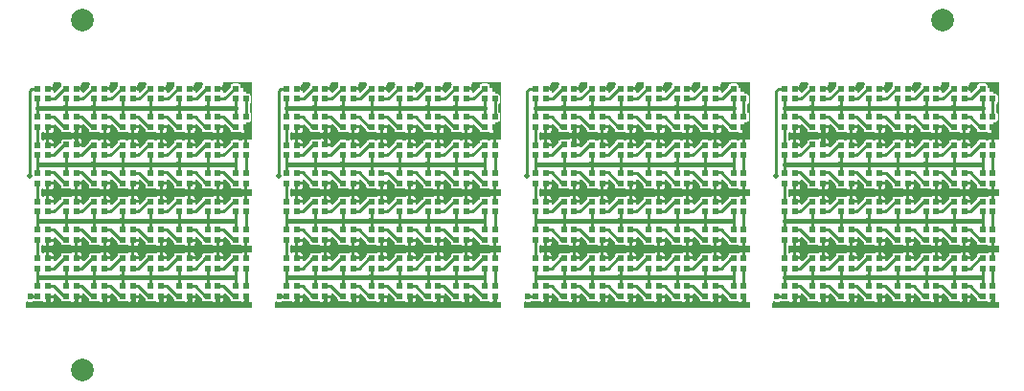
<source format=gtl>
G04 #@! TF.GenerationSoftware,KiCad,Pcbnew,7.0.2*
G04 #@! TF.CreationDate,2024-01-09T17:33:50+01:00*
G04 #@! TF.ProjectId,MicroMatrix_Panel,4d696372-6f4d-4617-9472-69785f50616e,1.3*
G04 #@! TF.SameCoordinates,Original*
G04 #@! TF.FileFunction,Copper,L1,Top*
G04 #@! TF.FilePolarity,Positive*
%FSLAX46Y46*%
G04 Gerber Fmt 4.6, Leading zero omitted, Abs format (unit mm)*
G04 Created by KiCad (PCBNEW 7.0.2) date 2024-01-09 17:33:50*
%MOMM*%
%LPD*%
G01*
G04 APERTURE LIST*
G04 #@! TA.AperFunction,SMDPad,CuDef*
%ADD10R,0.500000X0.500000*%
G04 #@! TD*
G04 #@! TA.AperFunction,SMDPad,CuDef*
%ADD11C,2.000000*%
G04 #@! TD*
G04 #@! TA.AperFunction,ViaPad*
%ADD12C,0.600000*%
G04 #@! TD*
G04 #@! TA.AperFunction,ViaPad*
%ADD13C,0.500000*%
G04 #@! TD*
G04 #@! TA.AperFunction,Conductor*
%ADD14C,0.250000*%
G04 #@! TD*
G04 #@! TA.AperFunction,Conductor*
%ADD15C,0.400000*%
G04 #@! TD*
G04 APERTURE END LIST*
D10*
G04 #@! TO.P,D41,1,DIN*
G04 #@! TO.N,Board_2-Net-(D40-DOUT)*
X63450000Y-21050000D03*
G04 #@! TO.P,D41,2,VDD*
G04 #@! TO.N,Board_2-+5V*
X62550000Y-21050000D03*
G04 #@! TO.P,D41,3,DOUT*
G04 #@! TO.N,Board_2-Net-(D41-DOUT)*
X62550000Y-21950000D03*
G04 #@! TO.P,D41,4,GND*
G04 #@! TO.N,Board_2-GND*
X63450000Y-21950000D03*
G04 #@! TD*
G04 #@! TO.P,D32,1,DIN*
G04 #@! TO.N,Board_2-Net-(D31-DOUT)*
X45950000Y-16050000D03*
G04 #@! TO.P,D32,2,VDD*
G04 #@! TO.N,Board_2-+5V*
X45050000Y-16050000D03*
G04 #@! TO.P,D32,3,DOUT*
G04 #@! TO.N,Board_2-Net-(D32-DOUT)*
X45050000Y-16950000D03*
G04 #@! TO.P,D32,4,GND*
G04 #@! TO.N,Board_2-GND*
X45950000Y-16950000D03*
G04 #@! TD*
G04 #@! TO.P,D39,1,DIN*
G04 #@! TO.N,Board_2-Net-(D38-DOUT)*
X60050000Y-18550000D03*
G04 #@! TO.P,D39,2,VDD*
G04 #@! TO.N,Board_2-+5V*
X60050000Y-19450000D03*
G04 #@! TO.P,D39,3,DOUT*
G04 #@! TO.N,Board_2-Net-(D39-DOUT)*
X60950000Y-19450000D03*
G04 #@! TO.P,D39,4,GND*
G04 #@! TO.N,Board_2-GND*
X60950000Y-18550000D03*
G04 #@! TD*
G04 #@! TO.P,D46,1,DIN*
G04 #@! TO.N,Board_3-Net-(D45-DOUT)*
X72950000Y-21050000D03*
G04 #@! TO.P,D46,2,VDD*
G04 #@! TO.N,Board_3-+5V*
X72050000Y-21050000D03*
G04 #@! TO.P,D46,3,DOUT*
G04 #@! TO.N,Board_3-Net-(D46-DOUT)*
X72050000Y-21950000D03*
G04 #@! TO.P,D46,4,GND*
G04 #@! TO.N,Board_3-GND*
X72950000Y-21950000D03*
G04 #@! TD*
G04 #@! TO.P,D40,1,DIN*
G04 #@! TO.N,Board_0-Net-(D39-DOUT)*
X18550000Y-18550000D03*
G04 #@! TO.P,D40,2,VDD*
G04 #@! TO.N,Board_0-+5V*
X18550000Y-19450000D03*
G04 #@! TO.P,D40,3,DOUT*
G04 #@! TO.N,Board_0-Net-(D40-DOUT)*
X19450000Y-19450000D03*
G04 #@! TO.P,D40,4,GND*
G04 #@! TO.N,Board_0-GND*
X19450000Y-18550000D03*
G04 #@! TD*
G04 #@! TO.P,D24,1,DIN*
G04 #@! TO.N,Board_3-Net-(D23-DOUT)*
X84550000Y-13550000D03*
G04 #@! TO.P,D24,2,VDD*
G04 #@! TO.N,Board_3-+5V*
X84550000Y-14450000D03*
G04 #@! TO.P,D24,3,DOUT*
G04 #@! TO.N,Board_3-Net-(D24-DOUT)*
X85450000Y-14450000D03*
G04 #@! TO.P,D24,4,GND*
G04 #@! TO.N,Board_3-GND*
X85450000Y-13550000D03*
G04 #@! TD*
G04 #@! TO.P,D56,1,DIN*
G04 #@! TO.N,Board_0-Net-(D55-DOUT)*
X18550000Y-23550000D03*
G04 #@! TO.P,D56,2,VDD*
G04 #@! TO.N,Board_0-+5V*
X18550000Y-24450000D03*
G04 #@! TO.P,D56,3,DOUT*
G04 #@! TO.N,Board_0-Net-(D56-DOUT)*
X19450000Y-24450000D03*
G04 #@! TO.P,D56,4,GND*
G04 #@! TO.N,Board_0-GND*
X19450000Y-23550000D03*
G04 #@! TD*
G04 #@! TO.P,D18,1,DIN*
G04 #@! TO.N,Board_2-Net-(D17-DOUT)*
X47550000Y-13500000D03*
G04 #@! TO.P,D18,2,VDD*
G04 #@! TO.N,Board_2-+5V*
X47550000Y-14400000D03*
G04 #@! TO.P,D18,3,DOUT*
G04 #@! TO.N,Board_2-Net-(D18-DOUT)*
X48450000Y-14400000D03*
G04 #@! TO.P,D18,4,GND*
G04 #@! TO.N,Board_2-GND*
X48450000Y-13500000D03*
G04 #@! TD*
G04 #@! TO.P,D25,1,DIN*
G04 #@! TO.N,Board_1-Net-(D24-DOUT)*
X41450000Y-16050000D03*
G04 #@! TO.P,D25,2,VDD*
G04 #@! TO.N,Board_1-+5V*
X40550000Y-16050000D03*
G04 #@! TO.P,D25,3,DOUT*
G04 #@! TO.N,Board_1-Net-(D25-DOUT)*
X40550000Y-16950000D03*
G04 #@! TO.P,D25,4,GND*
G04 #@! TO.N,Board_1-GND*
X41450000Y-16950000D03*
G04 #@! TD*
G04 #@! TO.P,D23,1,DIN*
G04 #@! TO.N,Board_0-Net-(D22-DOUT)*
X16050000Y-13550000D03*
G04 #@! TO.P,D23,2,VDD*
G04 #@! TO.N,Board_0-+5V*
X16050000Y-14450000D03*
G04 #@! TO.P,D23,3,DOUT*
G04 #@! TO.N,Board_0-Net-(D23-DOUT)*
X16950000Y-14450000D03*
G04 #@! TO.P,D23,4,GND*
G04 #@! TO.N,Board_0-GND*
X16950000Y-13550000D03*
G04 #@! TD*
G04 #@! TO.P,D49,1,DIN*
G04 #@! TO.N,Board_0-Net-(D48-DOUT)*
X1050000Y-23550000D03*
G04 #@! TO.P,D49,2,VDD*
G04 #@! TO.N,Board_0-+5V*
X1050000Y-24450000D03*
G04 #@! TO.P,D49,3,DOUT*
G04 #@! TO.N,Board_0-Net-(D49-DOUT)*
X1950000Y-24450000D03*
G04 #@! TO.P,D49,4,GND*
G04 #@! TO.N,Board_0-GND*
X1950000Y-23550000D03*
G04 #@! TD*
G04 #@! TO.P,D45,1,DIN*
G04 #@! TO.N,Board_1-Net-(D44-DOUT)*
X31450000Y-21050000D03*
G04 #@! TO.P,D45,2,VDD*
G04 #@! TO.N,Board_1-+5V*
X30550000Y-21050000D03*
G04 #@! TO.P,D45,3,DOUT*
G04 #@! TO.N,Board_1-Net-(D45-DOUT)*
X30550000Y-21950000D03*
G04 #@! TO.P,D45,4,GND*
G04 #@! TO.N,Board_1-GND*
X31450000Y-21950000D03*
G04 #@! TD*
G04 #@! TO.P,D61,1,DIN*
G04 #@! TO.N,Board_1-Net-(D60-DOUT)*
X31450000Y-26050000D03*
G04 #@! TO.P,D61,2,VDD*
G04 #@! TO.N,Board_1-+5V*
X30550000Y-26050000D03*
G04 #@! TO.P,D61,3,DOUT*
G04 #@! TO.N,Board_1-Net-(D61-DOUT)*
X30550000Y-26950000D03*
G04 #@! TO.P,D61,4,GND*
G04 #@! TO.N,Board_1-GND*
X31450000Y-26950000D03*
G04 #@! TD*
G04 #@! TO.P,D61,1,DIN*
G04 #@! TO.N,Board_3-Net-(D60-DOUT)*
X75450000Y-26050000D03*
G04 #@! TO.P,D61,2,VDD*
G04 #@! TO.N,Board_3-+5V*
X74550000Y-26050000D03*
G04 #@! TO.P,D61,3,DOUT*
G04 #@! TO.N,Board_3-Net-(D61-DOUT)*
X74550000Y-26950000D03*
G04 #@! TO.P,D61,4,GND*
G04 #@! TO.N,Board_3-GND*
X75450000Y-26950000D03*
G04 #@! TD*
G04 #@! TO.P,D14,1,DIN*
G04 #@! TO.N,Board_2-Net-(D13-DOUT)*
X50950000Y-11050000D03*
G04 #@! TO.P,D14,2,VDD*
G04 #@! TO.N,Board_2-+5V*
X50050000Y-11050000D03*
G04 #@! TO.P,D14,3,DOUT*
G04 #@! TO.N,Board_2-Net-(D14-DOUT)*
X50050000Y-11950000D03*
G04 #@! TO.P,D14,4,GND*
G04 #@! TO.N,Board_2-GND*
X50950000Y-11950000D03*
G04 #@! TD*
G04 #@! TO.P,D61,1,DIN*
G04 #@! TO.N,Board_0-Net-(D60-DOUT)*
X9450000Y-26050000D03*
G04 #@! TO.P,D61,2,VDD*
G04 #@! TO.N,Board_0-+5V*
X8550000Y-26050000D03*
G04 #@! TO.P,D61,3,DOUT*
G04 #@! TO.N,Board_0-Net-(D61-DOUT)*
X8550000Y-26950000D03*
G04 #@! TO.P,D61,4,GND*
G04 #@! TO.N,Board_0-GND*
X9450000Y-26950000D03*
G04 #@! TD*
G04 #@! TO.P,D53,1,DIN*
G04 #@! TO.N,Board_1-Net-(D52-DOUT)*
X33050000Y-23550000D03*
G04 #@! TO.P,D53,2,VDD*
G04 #@! TO.N,Board_1-+5V*
X33050000Y-24450000D03*
G04 #@! TO.P,D53,3,DOUT*
G04 #@! TO.N,Board_1-Net-(D53-DOUT)*
X33950000Y-24450000D03*
G04 #@! TO.P,D53,4,GND*
G04 #@! TO.N,Board_1-GND*
X33950000Y-23550000D03*
G04 #@! TD*
G04 #@! TO.P,D49,1,DIN*
G04 #@! TO.N,Board_3-Net-(D48-DOUT)*
X67050000Y-23550000D03*
G04 #@! TO.P,D49,2,VDD*
G04 #@! TO.N,Board_3-+5V*
X67050000Y-24450000D03*
G04 #@! TO.P,D49,3,DOUT*
G04 #@! TO.N,Board_3-Net-(D49-DOUT)*
X67950000Y-24450000D03*
G04 #@! TO.P,D49,4,GND*
G04 #@! TO.N,Board_3-GND*
X67950000Y-23550000D03*
G04 #@! TD*
G04 #@! TO.P,D2,1,DIN*
G04 #@! TO.N,Board_1-Net-(D1-DOUT)*
X25550000Y-8550000D03*
G04 #@! TO.P,D2,2,VDD*
G04 #@! TO.N,Board_1-+5V*
X25550000Y-9450000D03*
G04 #@! TO.P,D2,3,DOUT*
G04 #@! TO.N,Board_1-Net-(D2-DOUT)*
X26450000Y-9450000D03*
G04 #@! TO.P,D2,4,GND*
G04 #@! TO.N,Board_1-GND*
X26450000Y-8550000D03*
G04 #@! TD*
G04 #@! TO.P,D59,1,DIN*
G04 #@! TO.N,Board_2-Net-(D58-DOUT)*
X58450000Y-26050000D03*
G04 #@! TO.P,D59,2,VDD*
G04 #@! TO.N,Board_2-+5V*
X57550000Y-26050000D03*
G04 #@! TO.P,D59,3,DOUT*
G04 #@! TO.N,Board_2-Net-(D59-DOUT)*
X57550000Y-26950000D03*
G04 #@! TO.P,D59,4,GND*
G04 #@! TO.N,Board_2-GND*
X58450000Y-26950000D03*
G04 #@! TD*
G04 #@! TO.P,D27,1,DIN*
G04 #@! TO.N,Board_3-Net-(D26-DOUT)*
X80450000Y-16050000D03*
G04 #@! TO.P,D27,2,VDD*
G04 #@! TO.N,Board_3-+5V*
X79550000Y-16050000D03*
G04 #@! TO.P,D27,3,DOUT*
G04 #@! TO.N,Board_3-Net-(D27-DOUT)*
X79550000Y-16950000D03*
G04 #@! TO.P,D27,4,GND*
G04 #@! TO.N,Board_3-GND*
X80450000Y-16950000D03*
G04 #@! TD*
G04 #@! TO.P,D3,1,DIN*
G04 #@! TO.N,Board_0-Net-(D2-DOUT)*
X6050000Y-8550000D03*
G04 #@! TO.P,D3,2,VDD*
G04 #@! TO.N,Board_0-+5V*
X6050000Y-9450000D03*
G04 #@! TO.P,D3,3,DOUT*
G04 #@! TO.N,Board_0-Net-(D3-DOUT)*
X6950000Y-9450000D03*
G04 #@! TO.P,D3,4,GND*
G04 #@! TO.N,Board_0-GND*
X6950000Y-8550000D03*
G04 #@! TD*
G04 #@! TO.P,D13,1,DIN*
G04 #@! TO.N,Board_1-Net-(D12-DOUT)*
X31450000Y-11050000D03*
G04 #@! TO.P,D13,2,VDD*
G04 #@! TO.N,Board_1-+5V*
X30550000Y-11050000D03*
G04 #@! TO.P,D13,3,DOUT*
G04 #@! TO.N,Board_1-Net-(D13-DOUT)*
X30550000Y-11950000D03*
G04 #@! TO.P,D13,4,GND*
G04 #@! TO.N,Board_1-GND*
X31450000Y-11950000D03*
G04 #@! TD*
G04 #@! TO.P,D36,1,DIN*
G04 #@! TO.N,Board_0-Net-(D35-DOUT)*
X8550000Y-18550000D03*
G04 #@! TO.P,D36,2,VDD*
G04 #@! TO.N,Board_0-+5V*
X8550000Y-19450000D03*
G04 #@! TO.P,D36,3,DOUT*
G04 #@! TO.N,Board_0-Net-(D36-DOUT)*
X9450000Y-19450000D03*
G04 #@! TO.P,D36,4,GND*
G04 #@! TO.N,Board_0-GND*
X9450000Y-18550000D03*
G04 #@! TD*
G04 #@! TO.P,D40,1,DIN*
G04 #@! TO.N,Board_1-Net-(D39-DOUT)*
X40550000Y-18550000D03*
G04 #@! TO.P,D40,2,VDD*
G04 #@! TO.N,Board_1-+5V*
X40550000Y-19450000D03*
G04 #@! TO.P,D40,3,DOUT*
G04 #@! TO.N,Board_1-Net-(D40-DOUT)*
X41450000Y-19450000D03*
G04 #@! TO.P,D40,4,GND*
G04 #@! TO.N,Board_1-GND*
X41450000Y-18550000D03*
G04 #@! TD*
G04 #@! TO.P,D22,1,DIN*
G04 #@! TO.N,Board_0-Net-(D21-DOUT)*
X13550000Y-13550000D03*
G04 #@! TO.P,D22,2,VDD*
G04 #@! TO.N,Board_0-+5V*
X13550000Y-14450000D03*
G04 #@! TO.P,D22,3,DOUT*
G04 #@! TO.N,Board_0-Net-(D22-DOUT)*
X14450000Y-14450000D03*
G04 #@! TO.P,D22,4,GND*
G04 #@! TO.N,Board_0-GND*
X14450000Y-13550000D03*
G04 #@! TD*
G04 #@! TO.P,D43,1,DIN*
G04 #@! TO.N,Board_0-Net-(D42-DOUT)*
X14450000Y-21050000D03*
G04 #@! TO.P,D43,2,VDD*
G04 #@! TO.N,Board_0-+5V*
X13550000Y-21050000D03*
G04 #@! TO.P,D43,3,DOUT*
G04 #@! TO.N,Board_0-Net-(D43-DOUT)*
X13550000Y-21950000D03*
G04 #@! TO.P,D43,4,GND*
G04 #@! TO.N,Board_0-GND*
X14450000Y-21950000D03*
G04 #@! TD*
G04 #@! TO.P,D64,1,DIN*
G04 #@! TO.N,Board_2-Net-(D63-DOUT)*
X45950000Y-26050000D03*
G04 #@! TO.P,D64,2,VDD*
G04 #@! TO.N,Board_2-+5V*
X45050000Y-26050000D03*
G04 #@! TO.P,D64,3,DOUT*
G04 #@! TO.N,Board_2-DOUT*
X45050000Y-26950000D03*
G04 #@! TO.P,D64,4,GND*
G04 #@! TO.N,Board_2-GND*
X45950000Y-26950000D03*
G04 #@! TD*
G04 #@! TO.P,D17,1,DIN*
G04 #@! TO.N,Board_3-Net-(D16-DOUT)*
X67050000Y-13550000D03*
G04 #@! TO.P,D17,2,VDD*
G04 #@! TO.N,Board_3-+5V*
X67050000Y-14450000D03*
G04 #@! TO.P,D17,3,DOUT*
G04 #@! TO.N,Board_3-Net-(D17-DOUT)*
X67950000Y-14450000D03*
G04 #@! TO.P,D17,4,GND*
G04 #@! TO.N,Board_3-GND*
X67950000Y-13550000D03*
G04 #@! TD*
G04 #@! TO.P,D3,1,DIN*
G04 #@! TO.N,Board_2-Net-(D2-DOUT)*
X50050000Y-8550000D03*
G04 #@! TO.P,D3,2,VDD*
G04 #@! TO.N,Board_2-+5V*
X50050000Y-9450000D03*
G04 #@! TO.P,D3,3,DOUT*
G04 #@! TO.N,Board_2-Net-(D3-DOUT)*
X50950000Y-9450000D03*
G04 #@! TO.P,D3,4,GND*
G04 #@! TO.N,Board_2-GND*
X50950000Y-8550000D03*
G04 #@! TD*
G04 #@! TO.P,D52,1,DIN*
G04 #@! TO.N,Board_2-Net-(D51-DOUT)*
X52550000Y-23550000D03*
G04 #@! TO.P,D52,2,VDD*
G04 #@! TO.N,Board_2-+5V*
X52550000Y-24450000D03*
G04 #@! TO.P,D52,3,DOUT*
G04 #@! TO.N,Board_2-Net-(D52-DOUT)*
X53450000Y-24450000D03*
G04 #@! TO.P,D52,4,GND*
G04 #@! TO.N,Board_2-GND*
X53450000Y-23550000D03*
G04 #@! TD*
G04 #@! TO.P,D62,1,DIN*
G04 #@! TO.N,Board_1-Net-(D61-DOUT)*
X28950000Y-26050000D03*
G04 #@! TO.P,D62,2,VDD*
G04 #@! TO.N,Board_1-+5V*
X28050000Y-26050000D03*
G04 #@! TO.P,D62,3,DOUT*
G04 #@! TO.N,Board_1-Net-(D62-DOUT)*
X28050000Y-26950000D03*
G04 #@! TO.P,D62,4,GND*
G04 #@! TO.N,Board_1-GND*
X28950000Y-26950000D03*
G04 #@! TD*
G04 #@! TO.P,D53,1,DIN*
G04 #@! TO.N,Board_0-Net-(D52-DOUT)*
X11050000Y-23550000D03*
G04 #@! TO.P,D53,2,VDD*
G04 #@! TO.N,Board_0-+5V*
X11050000Y-24450000D03*
G04 #@! TO.P,D53,3,DOUT*
G04 #@! TO.N,Board_0-Net-(D53-DOUT)*
X11950000Y-24450000D03*
G04 #@! TO.P,D53,4,GND*
G04 #@! TO.N,Board_0-GND*
X11950000Y-23550000D03*
G04 #@! TD*
G04 #@! TO.P,D33,1,DIN*
G04 #@! TO.N,Board_3-Net-(D32-DOUT)*
X67050000Y-18550000D03*
G04 #@! TO.P,D33,2,VDD*
G04 #@! TO.N,Board_3-+5V*
X67050000Y-19450000D03*
G04 #@! TO.P,D33,3,DOUT*
G04 #@! TO.N,Board_3-Net-(D33-DOUT)*
X67950000Y-19450000D03*
G04 #@! TO.P,D33,4,GND*
G04 #@! TO.N,Board_3-GND*
X67950000Y-18550000D03*
G04 #@! TD*
D11*
G04 #@! TO.P,REF\u002A\u002A,*
G04 #@! TO.N,*
X5000000Y-33500000D03*
G04 #@! TD*
D10*
G04 #@! TO.P,D38,1,DIN*
G04 #@! TO.N,Board_1-Net-(D37-DOUT)*
X35550000Y-18550000D03*
G04 #@! TO.P,D38,2,VDD*
G04 #@! TO.N,Board_1-+5V*
X35550000Y-19450000D03*
G04 #@! TO.P,D38,3,DOUT*
G04 #@! TO.N,Board_1-Net-(D38-DOUT)*
X36450000Y-19450000D03*
G04 #@! TO.P,D38,4,GND*
G04 #@! TO.N,Board_1-GND*
X36450000Y-18550000D03*
G04 #@! TD*
G04 #@! TO.P,D1,1,DIN*
G04 #@! TO.N,Board_1-DIN*
X23050000Y-8550000D03*
G04 #@! TO.P,D1,2,VDD*
G04 #@! TO.N,Board_1-+5V*
X23050000Y-9450000D03*
G04 #@! TO.P,D1,3,DOUT*
G04 #@! TO.N,Board_1-Net-(D1-DOUT)*
X23950000Y-9450000D03*
G04 #@! TO.P,D1,4,GND*
G04 #@! TO.N,Board_1-GND*
X23950000Y-8550000D03*
G04 #@! TD*
D11*
G04 #@! TO.P,REF\u002A\u002A,*
G04 #@! TO.N,*
X5000000Y-2500000D03*
G04 #@! TD*
D10*
G04 #@! TO.P,D41,1,DIN*
G04 #@! TO.N,Board_1-Net-(D40-DOUT)*
X41450000Y-21050000D03*
G04 #@! TO.P,D41,2,VDD*
G04 #@! TO.N,Board_1-+5V*
X40550000Y-21050000D03*
G04 #@! TO.P,D41,3,DOUT*
G04 #@! TO.N,Board_1-Net-(D41-DOUT)*
X40550000Y-21950000D03*
G04 #@! TO.P,D41,4,GND*
G04 #@! TO.N,Board_1-GND*
X41450000Y-21950000D03*
G04 #@! TD*
G04 #@! TO.P,D58,1,DIN*
G04 #@! TO.N,Board_2-Net-(D57-DOUT)*
X60950000Y-26050000D03*
G04 #@! TO.P,D58,2,VDD*
G04 #@! TO.N,Board_2-+5V*
X60050000Y-26050000D03*
G04 #@! TO.P,D58,3,DOUT*
G04 #@! TO.N,Board_2-Net-(D58-DOUT)*
X60050000Y-26950000D03*
G04 #@! TO.P,D58,4,GND*
G04 #@! TO.N,Board_2-GND*
X60950000Y-26950000D03*
G04 #@! TD*
G04 #@! TO.P,D31,1,DIN*
G04 #@! TO.N,Board_3-Net-(D30-DOUT)*
X70450000Y-16050000D03*
G04 #@! TO.P,D31,2,VDD*
G04 #@! TO.N,Board_3-+5V*
X69550000Y-16050000D03*
G04 #@! TO.P,D31,3,DOUT*
G04 #@! TO.N,Board_3-Net-(D31-DOUT)*
X69550000Y-16950000D03*
G04 #@! TO.P,D31,4,GND*
G04 #@! TO.N,Board_3-GND*
X70450000Y-16950000D03*
G04 #@! TD*
G04 #@! TO.P,D31,1,DIN*
G04 #@! TO.N,Board_1-Net-(D30-DOUT)*
X26450000Y-16050000D03*
G04 #@! TO.P,D31,2,VDD*
G04 #@! TO.N,Board_1-+5V*
X25550000Y-16050000D03*
G04 #@! TO.P,D31,3,DOUT*
G04 #@! TO.N,Board_1-Net-(D31-DOUT)*
X25550000Y-16950000D03*
G04 #@! TO.P,D31,4,GND*
G04 #@! TO.N,Board_1-GND*
X26450000Y-16950000D03*
G04 #@! TD*
G04 #@! TO.P,D12,1,DIN*
G04 #@! TO.N,Board_2-Net-(D11-DOUT)*
X55950000Y-11050000D03*
G04 #@! TO.P,D12,2,VDD*
G04 #@! TO.N,Board_2-+5V*
X55050000Y-11050000D03*
G04 #@! TO.P,D12,3,DOUT*
G04 #@! TO.N,Board_2-Net-(D12-DOUT)*
X55050000Y-11950000D03*
G04 #@! TO.P,D12,4,GND*
G04 #@! TO.N,Board_2-GND*
X55950000Y-11950000D03*
G04 #@! TD*
G04 #@! TO.P,D20,1,DIN*
G04 #@! TO.N,Board_1-Net-(D19-DOUT)*
X30550000Y-13550000D03*
G04 #@! TO.P,D20,2,VDD*
G04 #@! TO.N,Board_1-+5V*
X30550000Y-14450000D03*
G04 #@! TO.P,D20,3,DOUT*
G04 #@! TO.N,Board_1-Net-(D20-DOUT)*
X31450000Y-14450000D03*
G04 #@! TO.P,D20,4,GND*
G04 #@! TO.N,Board_1-GND*
X31450000Y-13550000D03*
G04 #@! TD*
G04 #@! TO.P,D24,1,DIN*
G04 #@! TO.N,Board_0-Net-(D23-DOUT)*
X18550000Y-13550000D03*
G04 #@! TO.P,D24,2,VDD*
G04 #@! TO.N,Board_0-+5V*
X18550000Y-14450000D03*
G04 #@! TO.P,D24,3,DOUT*
G04 #@! TO.N,Board_0-Net-(D24-DOUT)*
X19450000Y-14450000D03*
G04 #@! TO.P,D24,4,GND*
G04 #@! TO.N,Board_0-GND*
X19450000Y-13550000D03*
G04 #@! TD*
G04 #@! TO.P,D56,1,DIN*
G04 #@! TO.N,Board_3-Net-(D55-DOUT)*
X84550000Y-23550000D03*
G04 #@! TO.P,D56,2,VDD*
G04 #@! TO.N,Board_3-+5V*
X84550000Y-24450000D03*
G04 #@! TO.P,D56,3,DOUT*
G04 #@! TO.N,Board_3-Net-(D56-DOUT)*
X85450000Y-24450000D03*
G04 #@! TO.P,D56,4,GND*
G04 #@! TO.N,Board_3-GND*
X85450000Y-23550000D03*
G04 #@! TD*
G04 #@! TO.P,D2,1,DIN*
G04 #@! TO.N,Board_2-Net-(D1-DOUT)*
X47550000Y-8550000D03*
G04 #@! TO.P,D2,2,VDD*
G04 #@! TO.N,Board_2-+5V*
X47550000Y-9450000D03*
G04 #@! TO.P,D2,3,DOUT*
G04 #@! TO.N,Board_2-Net-(D2-DOUT)*
X48450000Y-9450000D03*
G04 #@! TO.P,D2,4,GND*
G04 #@! TO.N,Board_2-GND*
X48450000Y-8550000D03*
G04 #@! TD*
G04 #@! TO.P,D7,1,DIN*
G04 #@! TO.N,Board_3-Net-(D6-DOUT)*
X82050000Y-8550000D03*
G04 #@! TO.P,D7,2,VDD*
G04 #@! TO.N,Board_3-+5V*
X82050000Y-9450000D03*
G04 #@! TO.P,D7,3,DOUT*
G04 #@! TO.N,Board_3-Net-(D7-DOUT)*
X82950000Y-9450000D03*
G04 #@! TO.P,D7,4,GND*
G04 #@! TO.N,Board_3-GND*
X82950000Y-8550000D03*
G04 #@! TD*
G04 #@! TO.P,D42,1,DIN*
G04 #@! TO.N,Board_0-Net-(D41-DOUT)*
X16950000Y-21050000D03*
G04 #@! TO.P,D42,2,VDD*
G04 #@! TO.N,Board_0-+5V*
X16050000Y-21050000D03*
G04 #@! TO.P,D42,3,DOUT*
G04 #@! TO.N,Board_0-Net-(D42-DOUT)*
X16050000Y-21950000D03*
G04 #@! TO.P,D42,4,GND*
G04 #@! TO.N,Board_0-GND*
X16950000Y-21950000D03*
G04 #@! TD*
G04 #@! TO.P,D52,1,DIN*
G04 #@! TO.N,Board_0-Net-(D51-DOUT)*
X8550000Y-23550000D03*
G04 #@! TO.P,D52,2,VDD*
G04 #@! TO.N,Board_0-+5V*
X8550000Y-24450000D03*
G04 #@! TO.P,D52,3,DOUT*
G04 #@! TO.N,Board_0-Net-(D52-DOUT)*
X9450000Y-24450000D03*
G04 #@! TO.P,D52,4,GND*
G04 #@! TO.N,Board_0-GND*
X9450000Y-23550000D03*
G04 #@! TD*
G04 #@! TO.P,D38,1,DIN*
G04 #@! TO.N,Board_3-Net-(D37-DOUT)*
X79550000Y-18550000D03*
G04 #@! TO.P,D38,2,VDD*
G04 #@! TO.N,Board_3-+5V*
X79550000Y-19450000D03*
G04 #@! TO.P,D38,3,DOUT*
G04 #@! TO.N,Board_3-Net-(D38-DOUT)*
X80450000Y-19450000D03*
G04 #@! TO.P,D38,4,GND*
G04 #@! TO.N,Board_3-GND*
X80450000Y-18550000D03*
G04 #@! TD*
G04 #@! TO.P,D47,1,DIN*
G04 #@! TO.N,Board_0-Net-(D46-DOUT)*
X4450000Y-21050000D03*
G04 #@! TO.P,D47,2,VDD*
G04 #@! TO.N,Board_0-+5V*
X3550000Y-21050000D03*
G04 #@! TO.P,D47,3,DOUT*
G04 #@! TO.N,Board_0-Net-(D47-DOUT)*
X3550000Y-21950000D03*
G04 #@! TO.P,D47,4,GND*
G04 #@! TO.N,Board_0-GND*
X4450000Y-21950000D03*
G04 #@! TD*
G04 #@! TO.P,D18,1,DIN*
G04 #@! TO.N,Board_3-Net-(D17-DOUT)*
X69550000Y-13500000D03*
G04 #@! TO.P,D18,2,VDD*
G04 #@! TO.N,Board_3-+5V*
X69550000Y-14400000D03*
G04 #@! TO.P,D18,3,DOUT*
G04 #@! TO.N,Board_3-Net-(D18-DOUT)*
X70450000Y-14400000D03*
G04 #@! TO.P,D18,4,GND*
G04 #@! TO.N,Board_3-GND*
X70450000Y-13500000D03*
G04 #@! TD*
G04 #@! TO.P,D38,1,DIN*
G04 #@! TO.N,Board_0-Net-(D37-DOUT)*
X13550000Y-18550000D03*
G04 #@! TO.P,D38,2,VDD*
G04 #@! TO.N,Board_0-+5V*
X13550000Y-19450000D03*
G04 #@! TO.P,D38,3,DOUT*
G04 #@! TO.N,Board_0-Net-(D38-DOUT)*
X14450000Y-19450000D03*
G04 #@! TO.P,D38,4,GND*
G04 #@! TO.N,Board_0-GND*
X14450000Y-18550000D03*
G04 #@! TD*
G04 #@! TO.P,D54,1,DIN*
G04 #@! TO.N,Board_2-Net-(D53-DOUT)*
X57550000Y-23550000D03*
G04 #@! TO.P,D54,2,VDD*
G04 #@! TO.N,Board_2-+5V*
X57550000Y-24450000D03*
G04 #@! TO.P,D54,3,DOUT*
G04 #@! TO.N,Board_2-Net-(D54-DOUT)*
X58450000Y-24450000D03*
G04 #@! TO.P,D54,4,GND*
G04 #@! TO.N,Board_2-GND*
X58450000Y-23550000D03*
G04 #@! TD*
G04 #@! TO.P,D43,1,DIN*
G04 #@! TO.N,Board_1-Net-(D42-DOUT)*
X36450000Y-21050000D03*
G04 #@! TO.P,D43,2,VDD*
G04 #@! TO.N,Board_1-+5V*
X35550000Y-21050000D03*
G04 #@! TO.P,D43,3,DOUT*
G04 #@! TO.N,Board_1-Net-(D43-DOUT)*
X35550000Y-21950000D03*
G04 #@! TO.P,D43,4,GND*
G04 #@! TO.N,Board_1-GND*
X36450000Y-21950000D03*
G04 #@! TD*
G04 #@! TO.P,D5,1,DIN*
G04 #@! TO.N,Board_1-Net-(D4-DOUT)*
X33050000Y-8550000D03*
G04 #@! TO.P,D5,2,VDD*
G04 #@! TO.N,Board_1-+5V*
X33050000Y-9450000D03*
G04 #@! TO.P,D5,3,DOUT*
G04 #@! TO.N,Board_1-Net-(D5-DOUT)*
X33950000Y-9450000D03*
G04 #@! TO.P,D5,4,GND*
G04 #@! TO.N,Board_1-GND*
X33950000Y-8550000D03*
G04 #@! TD*
G04 #@! TO.P,D35,1,DIN*
G04 #@! TO.N,Board_1-Net-(D34-DOUT)*
X28050000Y-18550000D03*
G04 #@! TO.P,D35,2,VDD*
G04 #@! TO.N,Board_1-+5V*
X28050000Y-19450000D03*
G04 #@! TO.P,D35,3,DOUT*
G04 #@! TO.N,Board_1-Net-(D35-DOUT)*
X28950000Y-19450000D03*
G04 #@! TO.P,D35,4,GND*
G04 #@! TO.N,Board_1-GND*
X28950000Y-18550000D03*
G04 #@! TD*
G04 #@! TO.P,D4,1,DIN*
G04 #@! TO.N,Board_3-Net-(D3-DOUT)*
X74550000Y-8550000D03*
G04 #@! TO.P,D4,2,VDD*
G04 #@! TO.N,Board_3-+5V*
X74550000Y-9450000D03*
G04 #@! TO.P,D4,3,DOUT*
G04 #@! TO.N,Board_3-Net-(D4-DOUT)*
X75450000Y-9450000D03*
G04 #@! TO.P,D4,4,GND*
G04 #@! TO.N,Board_3-GND*
X75450000Y-8550000D03*
G04 #@! TD*
G04 #@! TO.P,D18,1,DIN*
G04 #@! TO.N,Board_0-Net-(D17-DOUT)*
X3550000Y-13500000D03*
G04 #@! TO.P,D18,2,VDD*
G04 #@! TO.N,Board_0-+5V*
X3550000Y-14400000D03*
G04 #@! TO.P,D18,3,DOUT*
G04 #@! TO.N,Board_0-Net-(D18-DOUT)*
X4450000Y-14400000D03*
G04 #@! TO.P,D18,4,GND*
G04 #@! TO.N,Board_0-GND*
X4450000Y-13500000D03*
G04 #@! TD*
G04 #@! TO.P,D48,1,DIN*
G04 #@! TO.N,Board_1-Net-(D47-DOUT)*
X23950000Y-21050000D03*
G04 #@! TO.P,D48,2,VDD*
G04 #@! TO.N,Board_1-+5V*
X23050000Y-21050000D03*
G04 #@! TO.P,D48,3,DOUT*
G04 #@! TO.N,Board_1-Net-(D48-DOUT)*
X23050000Y-21950000D03*
G04 #@! TO.P,D48,4,GND*
G04 #@! TO.N,Board_1-GND*
X23950000Y-21950000D03*
G04 #@! TD*
G04 #@! TO.P,D47,1,DIN*
G04 #@! TO.N,Board_3-Net-(D46-DOUT)*
X70450000Y-21050000D03*
G04 #@! TO.P,D47,2,VDD*
G04 #@! TO.N,Board_3-+5V*
X69550000Y-21050000D03*
G04 #@! TO.P,D47,3,DOUT*
G04 #@! TO.N,Board_3-Net-(D47-DOUT)*
X69550000Y-21950000D03*
G04 #@! TO.P,D47,4,GND*
G04 #@! TO.N,Board_3-GND*
X70450000Y-21950000D03*
G04 #@! TD*
G04 #@! TO.P,D44,1,DIN*
G04 #@! TO.N,Board_3-Net-(D43-DOUT)*
X77950000Y-21050000D03*
G04 #@! TO.P,D44,2,VDD*
G04 #@! TO.N,Board_3-+5V*
X77050000Y-21050000D03*
G04 #@! TO.P,D44,3,DOUT*
G04 #@! TO.N,Board_3-Net-(D44-DOUT)*
X77050000Y-21950000D03*
G04 #@! TO.P,D44,4,GND*
G04 #@! TO.N,Board_3-GND*
X77950000Y-21950000D03*
G04 #@! TD*
G04 #@! TO.P,D16,1,DIN*
G04 #@! TO.N,Board_0-Net-(D15-DOUT)*
X1950000Y-11050000D03*
G04 #@! TO.P,D16,2,VDD*
G04 #@! TO.N,Board_0-+5V*
X1050000Y-11050000D03*
G04 #@! TO.P,D16,3,DOUT*
G04 #@! TO.N,Board_0-Net-(D16-DOUT)*
X1050000Y-11950000D03*
G04 #@! TO.P,D16,4,GND*
G04 #@! TO.N,Board_0-GND*
X1950000Y-11950000D03*
G04 #@! TD*
G04 #@! TO.P,D39,1,DIN*
G04 #@! TO.N,Board_0-Net-(D38-DOUT)*
X16050000Y-18550000D03*
G04 #@! TO.P,D39,2,VDD*
G04 #@! TO.N,Board_0-+5V*
X16050000Y-19450000D03*
G04 #@! TO.P,D39,3,DOUT*
G04 #@! TO.N,Board_0-Net-(D39-DOUT)*
X16950000Y-19450000D03*
G04 #@! TO.P,D39,4,GND*
G04 #@! TO.N,Board_0-GND*
X16950000Y-18550000D03*
G04 #@! TD*
G04 #@! TO.P,D13,1,DIN*
G04 #@! TO.N,Board_0-Net-(D12-DOUT)*
X9450000Y-11050000D03*
G04 #@! TO.P,D13,2,VDD*
G04 #@! TO.N,Board_0-+5V*
X8550000Y-11050000D03*
G04 #@! TO.P,D13,3,DOUT*
G04 #@! TO.N,Board_0-Net-(D13-DOUT)*
X8550000Y-11950000D03*
G04 #@! TO.P,D13,4,GND*
G04 #@! TO.N,Board_0-GND*
X9450000Y-11950000D03*
G04 #@! TD*
G04 #@! TO.P,D8,1,DIN*
G04 #@! TO.N,Board_3-Net-(D7-DOUT)*
X84550000Y-8550000D03*
G04 #@! TO.P,D8,2,VDD*
G04 #@! TO.N,Board_3-+5V*
X84550000Y-9450000D03*
G04 #@! TO.P,D8,3,DOUT*
G04 #@! TO.N,Board_3-Net-(D8-DOUT)*
X85450000Y-9450000D03*
G04 #@! TO.P,D8,4,GND*
G04 #@! TO.N,Board_3-GND*
X85450000Y-8550000D03*
G04 #@! TD*
G04 #@! TO.P,D63,1,DIN*
G04 #@! TO.N,Board_0-Net-(D62-DOUT)*
X4450000Y-26050000D03*
G04 #@! TO.P,D63,2,VDD*
G04 #@! TO.N,Board_0-+5V*
X3550000Y-26050000D03*
G04 #@! TO.P,D63,3,DOUT*
G04 #@! TO.N,Board_0-Net-(D63-DOUT)*
X3550000Y-26950000D03*
G04 #@! TO.P,D63,4,GND*
G04 #@! TO.N,Board_0-GND*
X4450000Y-26950000D03*
G04 #@! TD*
G04 #@! TO.P,D10,1,DIN*
G04 #@! TO.N,Board_2-Net-(D10-DIN)*
X60950000Y-11050000D03*
G04 #@! TO.P,D10,2,VDD*
G04 #@! TO.N,Board_2-+5V*
X60050000Y-11050000D03*
G04 #@! TO.P,D10,3,DOUT*
G04 #@! TO.N,Board_2-Net-(D10-DOUT)*
X60050000Y-11950000D03*
G04 #@! TO.P,D10,4,GND*
G04 #@! TO.N,Board_2-GND*
X60950000Y-11950000D03*
G04 #@! TD*
G04 #@! TO.P,D6,1,DIN*
G04 #@! TO.N,Board_3-Net-(D5-DOUT)*
X79550000Y-8550000D03*
G04 #@! TO.P,D6,2,VDD*
G04 #@! TO.N,Board_3-+5V*
X79550000Y-9450000D03*
G04 #@! TO.P,D6,3,DOUT*
G04 #@! TO.N,Board_3-Net-(D6-DOUT)*
X80450000Y-9450000D03*
G04 #@! TO.P,D6,4,GND*
G04 #@! TO.N,Board_3-GND*
X80450000Y-8550000D03*
G04 #@! TD*
G04 #@! TO.P,D33,1,DIN*
G04 #@! TO.N,Board_0-Net-(D32-DOUT)*
X1050000Y-18550000D03*
G04 #@! TO.P,D33,2,VDD*
G04 #@! TO.N,Board_0-+5V*
X1050000Y-19450000D03*
G04 #@! TO.P,D33,3,DOUT*
G04 #@! TO.N,Board_0-Net-(D33-DOUT)*
X1950000Y-19450000D03*
G04 #@! TO.P,D33,4,GND*
G04 #@! TO.N,Board_0-GND*
X1950000Y-18550000D03*
G04 #@! TD*
G04 #@! TO.P,D64,1,DIN*
G04 #@! TO.N,Board_0-Net-(D63-DOUT)*
X1950000Y-26050000D03*
G04 #@! TO.P,D64,2,VDD*
G04 #@! TO.N,Board_0-+5V*
X1050000Y-26050000D03*
G04 #@! TO.P,D64,3,DOUT*
G04 #@! TO.N,Board_0-DOUT*
X1050000Y-26950000D03*
G04 #@! TO.P,D64,4,GND*
G04 #@! TO.N,Board_0-GND*
X1950000Y-26950000D03*
G04 #@! TD*
G04 #@! TO.P,D39,1,DIN*
G04 #@! TO.N,Board_1-Net-(D38-DOUT)*
X38050000Y-18550000D03*
G04 #@! TO.P,D39,2,VDD*
G04 #@! TO.N,Board_1-+5V*
X38050000Y-19450000D03*
G04 #@! TO.P,D39,3,DOUT*
G04 #@! TO.N,Board_1-Net-(D39-DOUT)*
X38950000Y-19450000D03*
G04 #@! TO.P,D39,4,GND*
G04 #@! TO.N,Board_1-GND*
X38950000Y-18550000D03*
G04 #@! TD*
G04 #@! TO.P,D7,1,DIN*
G04 #@! TO.N,Board_0-Net-(D6-DOUT)*
X16050000Y-8550000D03*
G04 #@! TO.P,D7,2,VDD*
G04 #@! TO.N,Board_0-+5V*
X16050000Y-9450000D03*
G04 #@! TO.P,D7,3,DOUT*
G04 #@! TO.N,Board_0-Net-(D7-DOUT)*
X16950000Y-9450000D03*
G04 #@! TO.P,D7,4,GND*
G04 #@! TO.N,Board_0-GND*
X16950000Y-8550000D03*
G04 #@! TD*
G04 #@! TO.P,D32,1,DIN*
G04 #@! TO.N,Board_3-Net-(D31-DOUT)*
X67950000Y-16050000D03*
G04 #@! TO.P,D32,2,VDD*
G04 #@! TO.N,Board_3-+5V*
X67050000Y-16050000D03*
G04 #@! TO.P,D32,3,DOUT*
G04 #@! TO.N,Board_3-Net-(D32-DOUT)*
X67050000Y-16950000D03*
G04 #@! TO.P,D32,4,GND*
G04 #@! TO.N,Board_3-GND*
X67950000Y-16950000D03*
G04 #@! TD*
G04 #@! TO.P,D21,1,DIN*
G04 #@! TO.N,Board_1-Net-(D20-DOUT)*
X33050000Y-13550000D03*
G04 #@! TO.P,D21,2,VDD*
G04 #@! TO.N,Board_1-+5V*
X33050000Y-14450000D03*
G04 #@! TO.P,D21,3,DOUT*
G04 #@! TO.N,Board_1-Net-(D21-DOUT)*
X33950000Y-14450000D03*
G04 #@! TO.P,D21,4,GND*
G04 #@! TO.N,Board_1-GND*
X33950000Y-13550000D03*
G04 #@! TD*
G04 #@! TO.P,D29,1,DIN*
G04 #@! TO.N,Board_0-Net-(D28-DOUT)*
X9450000Y-16050000D03*
G04 #@! TO.P,D29,2,VDD*
G04 #@! TO.N,Board_0-+5V*
X8550000Y-16050000D03*
G04 #@! TO.P,D29,3,DOUT*
G04 #@! TO.N,Board_0-Net-(D29-DOUT)*
X8550000Y-16950000D03*
G04 #@! TO.P,D29,4,GND*
G04 #@! TO.N,Board_0-GND*
X9450000Y-16950000D03*
G04 #@! TD*
G04 #@! TO.P,D44,1,DIN*
G04 #@! TO.N,Board_2-Net-(D43-DOUT)*
X55950000Y-21050000D03*
G04 #@! TO.P,D44,2,VDD*
G04 #@! TO.N,Board_2-+5V*
X55050000Y-21050000D03*
G04 #@! TO.P,D44,3,DOUT*
G04 #@! TO.N,Board_2-Net-(D44-DOUT)*
X55050000Y-21950000D03*
G04 #@! TO.P,D44,4,GND*
G04 #@! TO.N,Board_2-GND*
X55950000Y-21950000D03*
G04 #@! TD*
G04 #@! TO.P,D51,1,DIN*
G04 #@! TO.N,Board_0-Net-(D50-DOUT)*
X6050000Y-23550000D03*
G04 #@! TO.P,D51,2,VDD*
G04 #@! TO.N,Board_0-+5V*
X6050000Y-24450000D03*
G04 #@! TO.P,D51,3,DOUT*
G04 #@! TO.N,Board_0-Net-(D51-DOUT)*
X6950000Y-24450000D03*
G04 #@! TO.P,D51,4,GND*
G04 #@! TO.N,Board_0-GND*
X6950000Y-23550000D03*
G04 #@! TD*
G04 #@! TO.P,D62,1,DIN*
G04 #@! TO.N,Board_2-Net-(D61-DOUT)*
X50950000Y-26050000D03*
G04 #@! TO.P,D62,2,VDD*
G04 #@! TO.N,Board_2-+5V*
X50050000Y-26050000D03*
G04 #@! TO.P,D62,3,DOUT*
G04 #@! TO.N,Board_2-Net-(D62-DOUT)*
X50050000Y-26950000D03*
G04 #@! TO.P,D62,4,GND*
G04 #@! TO.N,Board_2-GND*
X50950000Y-26950000D03*
G04 #@! TD*
G04 #@! TO.P,D19,1,DIN*
G04 #@! TO.N,Board_1-Net-(D18-DOUT)*
X28050000Y-13550000D03*
G04 #@! TO.P,D19,2,VDD*
G04 #@! TO.N,Board_1-+5V*
X28050000Y-14450000D03*
G04 #@! TO.P,D19,3,DOUT*
G04 #@! TO.N,Board_1-Net-(D19-DOUT)*
X28950000Y-14450000D03*
G04 #@! TO.P,D19,4,GND*
G04 #@! TO.N,Board_1-GND*
X28950000Y-13550000D03*
G04 #@! TD*
G04 #@! TO.P,D37,1,DIN*
G04 #@! TO.N,Board_2-Net-(D36-DOUT)*
X55050000Y-18550000D03*
G04 #@! TO.P,D37,2,VDD*
G04 #@! TO.N,Board_2-+5V*
X55050000Y-19450000D03*
G04 #@! TO.P,D37,3,DOUT*
G04 #@! TO.N,Board_2-Net-(D37-DOUT)*
X55950000Y-19450000D03*
G04 #@! TO.P,D37,4,GND*
G04 #@! TO.N,Board_2-GND*
X55950000Y-18550000D03*
G04 #@! TD*
G04 #@! TO.P,D8,1,DIN*
G04 #@! TO.N,Board_2-Net-(D7-DOUT)*
X62550000Y-8550000D03*
G04 #@! TO.P,D8,2,VDD*
G04 #@! TO.N,Board_2-+5V*
X62550000Y-9450000D03*
G04 #@! TO.P,D8,3,DOUT*
G04 #@! TO.N,Board_2-Net-(D8-DOUT)*
X63450000Y-9450000D03*
G04 #@! TO.P,D8,4,GND*
G04 #@! TO.N,Board_2-GND*
X63450000Y-8550000D03*
G04 #@! TD*
G04 #@! TO.P,D10,1,DIN*
G04 #@! TO.N,Board_3-Net-(D10-DIN)*
X82950000Y-11050000D03*
G04 #@! TO.P,D10,2,VDD*
G04 #@! TO.N,Board_3-+5V*
X82050000Y-11050000D03*
G04 #@! TO.P,D10,3,DOUT*
G04 #@! TO.N,Board_3-Net-(D10-DOUT)*
X82050000Y-11950000D03*
G04 #@! TO.P,D10,4,GND*
G04 #@! TO.N,Board_3-GND*
X82950000Y-11950000D03*
G04 #@! TD*
G04 #@! TO.P,D37,1,DIN*
G04 #@! TO.N,Board_0-Net-(D36-DOUT)*
X11050000Y-18550000D03*
G04 #@! TO.P,D37,2,VDD*
G04 #@! TO.N,Board_0-+5V*
X11050000Y-19450000D03*
G04 #@! TO.P,D37,3,DOUT*
G04 #@! TO.N,Board_0-Net-(D37-DOUT)*
X11950000Y-19450000D03*
G04 #@! TO.P,D37,4,GND*
G04 #@! TO.N,Board_0-GND*
X11950000Y-18550000D03*
G04 #@! TD*
G04 #@! TO.P,D57,1,DIN*
G04 #@! TO.N,Board_1-Net-(D56-DOUT)*
X41450000Y-26050000D03*
G04 #@! TO.P,D57,2,VDD*
G04 #@! TO.N,Board_1-+5V*
X40550000Y-26050000D03*
G04 #@! TO.P,D57,3,DOUT*
G04 #@! TO.N,Board_1-Net-(D57-DOUT)*
X40550000Y-26950000D03*
G04 #@! TO.P,D57,4,GND*
G04 #@! TO.N,Board_1-GND*
X41450000Y-26950000D03*
G04 #@! TD*
G04 #@! TO.P,D14,1,DIN*
G04 #@! TO.N,Board_1-Net-(D13-DOUT)*
X28950000Y-11050000D03*
G04 #@! TO.P,D14,2,VDD*
G04 #@! TO.N,Board_1-+5V*
X28050000Y-11050000D03*
G04 #@! TO.P,D14,3,DOUT*
G04 #@! TO.N,Board_1-Net-(D14-DOUT)*
X28050000Y-11950000D03*
G04 #@! TO.P,D14,4,GND*
G04 #@! TO.N,Board_1-GND*
X28950000Y-11950000D03*
G04 #@! TD*
G04 #@! TO.P,D4,1,DIN*
G04 #@! TO.N,Board_0-Net-(D3-DOUT)*
X8550000Y-8550000D03*
G04 #@! TO.P,D4,2,VDD*
G04 #@! TO.N,Board_0-+5V*
X8550000Y-9450000D03*
G04 #@! TO.P,D4,3,DOUT*
G04 #@! TO.N,Board_0-Net-(D4-DOUT)*
X9450000Y-9450000D03*
G04 #@! TO.P,D4,4,GND*
G04 #@! TO.N,Board_0-GND*
X9450000Y-8550000D03*
G04 #@! TD*
G04 #@! TO.P,D48,1,DIN*
G04 #@! TO.N,Board_2-Net-(D47-DOUT)*
X45950000Y-21050000D03*
G04 #@! TO.P,D48,2,VDD*
G04 #@! TO.N,Board_2-+5V*
X45050000Y-21050000D03*
G04 #@! TO.P,D48,3,DOUT*
G04 #@! TO.N,Board_2-Net-(D48-DOUT)*
X45050000Y-21950000D03*
G04 #@! TO.P,D48,4,GND*
G04 #@! TO.N,Board_2-GND*
X45950000Y-21950000D03*
G04 #@! TD*
G04 #@! TO.P,D27,1,DIN*
G04 #@! TO.N,Board_1-Net-(D26-DOUT)*
X36450000Y-16050000D03*
G04 #@! TO.P,D27,2,VDD*
G04 #@! TO.N,Board_1-+5V*
X35550000Y-16050000D03*
G04 #@! TO.P,D27,3,DOUT*
G04 #@! TO.N,Board_1-Net-(D27-DOUT)*
X35550000Y-16950000D03*
G04 #@! TO.P,D27,4,GND*
G04 #@! TO.N,Board_1-GND*
X36450000Y-16950000D03*
G04 #@! TD*
G04 #@! TO.P,D11,1,DIN*
G04 #@! TO.N,Board_3-Net-(D10-DOUT)*
X80450000Y-11050000D03*
G04 #@! TO.P,D11,2,VDD*
G04 #@! TO.N,Board_3-+5V*
X79550000Y-11050000D03*
G04 #@! TO.P,D11,3,DOUT*
G04 #@! TO.N,Board_3-Net-(D11-DOUT)*
X79550000Y-11950000D03*
G04 #@! TO.P,D11,4,GND*
G04 #@! TO.N,Board_3-GND*
X80450000Y-11950000D03*
G04 #@! TD*
G04 #@! TO.P,D50,1,DIN*
G04 #@! TO.N,Board_2-Net-(D49-DOUT)*
X47550000Y-23550000D03*
G04 #@! TO.P,D50,2,VDD*
G04 #@! TO.N,Board_2-+5V*
X47550000Y-24450000D03*
G04 #@! TO.P,D50,3,DOUT*
G04 #@! TO.N,Board_2-Net-(D50-DOUT)*
X48450000Y-24450000D03*
G04 #@! TO.P,D50,4,GND*
G04 #@! TO.N,Board_2-GND*
X48450000Y-23550000D03*
G04 #@! TD*
G04 #@! TO.P,D56,1,DIN*
G04 #@! TO.N,Board_2-Net-(D55-DOUT)*
X62550000Y-23550000D03*
G04 #@! TO.P,D56,2,VDD*
G04 #@! TO.N,Board_2-+5V*
X62550000Y-24450000D03*
G04 #@! TO.P,D56,3,DOUT*
G04 #@! TO.N,Board_2-Net-(D56-DOUT)*
X63450000Y-24450000D03*
G04 #@! TO.P,D56,4,GND*
G04 #@! TO.N,Board_2-GND*
X63450000Y-23550000D03*
G04 #@! TD*
G04 #@! TO.P,D64,1,DIN*
G04 #@! TO.N,Board_3-Net-(D63-DOUT)*
X67950000Y-26050000D03*
G04 #@! TO.P,D64,2,VDD*
G04 #@! TO.N,Board_3-+5V*
X67050000Y-26050000D03*
G04 #@! TO.P,D64,3,DOUT*
G04 #@! TO.N,Board_3-DOUT*
X67050000Y-26950000D03*
G04 #@! TO.P,D64,4,GND*
G04 #@! TO.N,Board_3-GND*
X67950000Y-26950000D03*
G04 #@! TD*
G04 #@! TO.P,D35,1,DIN*
G04 #@! TO.N,Board_0-Net-(D34-DOUT)*
X6050000Y-18550000D03*
G04 #@! TO.P,D35,2,VDD*
G04 #@! TO.N,Board_0-+5V*
X6050000Y-19450000D03*
G04 #@! TO.P,D35,3,DOUT*
G04 #@! TO.N,Board_0-Net-(D35-DOUT)*
X6950000Y-19450000D03*
G04 #@! TO.P,D35,4,GND*
G04 #@! TO.N,Board_0-GND*
X6950000Y-18550000D03*
G04 #@! TD*
G04 #@! TO.P,D5,1,DIN*
G04 #@! TO.N,Board_2-Net-(D4-DOUT)*
X55050000Y-8550000D03*
G04 #@! TO.P,D5,2,VDD*
G04 #@! TO.N,Board_2-+5V*
X55050000Y-9450000D03*
G04 #@! TO.P,D5,3,DOUT*
G04 #@! TO.N,Board_2-Net-(D5-DOUT)*
X55950000Y-9450000D03*
G04 #@! TO.P,D5,4,GND*
G04 #@! TO.N,Board_2-GND*
X55950000Y-8550000D03*
G04 #@! TD*
G04 #@! TO.P,D52,1,DIN*
G04 #@! TO.N,Board_3-Net-(D51-DOUT)*
X74550000Y-23550000D03*
G04 #@! TO.P,D52,2,VDD*
G04 #@! TO.N,Board_3-+5V*
X74550000Y-24450000D03*
G04 #@! TO.P,D52,3,DOUT*
G04 #@! TO.N,Board_3-Net-(D52-DOUT)*
X75450000Y-24450000D03*
G04 #@! TO.P,D52,4,GND*
G04 #@! TO.N,Board_3-GND*
X75450000Y-23550000D03*
G04 #@! TD*
G04 #@! TO.P,D37,1,DIN*
G04 #@! TO.N,Board_3-Net-(D36-DOUT)*
X77050000Y-18550000D03*
G04 #@! TO.P,D37,2,VDD*
G04 #@! TO.N,Board_3-+5V*
X77050000Y-19450000D03*
G04 #@! TO.P,D37,3,DOUT*
G04 #@! TO.N,Board_3-Net-(D37-DOUT)*
X77950000Y-19450000D03*
G04 #@! TO.P,D37,4,GND*
G04 #@! TO.N,Board_3-GND*
X77950000Y-18550000D03*
G04 #@! TD*
G04 #@! TO.P,D17,1,DIN*
G04 #@! TO.N,Board_1-Net-(D16-DOUT)*
X23050000Y-13550000D03*
G04 #@! TO.P,D17,2,VDD*
G04 #@! TO.N,Board_1-+5V*
X23050000Y-14450000D03*
G04 #@! TO.P,D17,3,DOUT*
G04 #@! TO.N,Board_1-Net-(D17-DOUT)*
X23950000Y-14450000D03*
G04 #@! TO.P,D17,4,GND*
G04 #@! TO.N,Board_1-GND*
X23950000Y-13550000D03*
G04 #@! TD*
G04 #@! TO.P,D9,1,DIN*
G04 #@! TO.N,Board_3-Net-(D8-DOUT)*
X85450000Y-11050000D03*
G04 #@! TO.P,D9,2,VDD*
G04 #@! TO.N,Board_3-+5V*
X84550000Y-11050000D03*
G04 #@! TO.P,D9,3,DOUT*
G04 #@! TO.N,Board_3-Net-(D10-DIN)*
X84550000Y-11950000D03*
G04 #@! TO.P,D9,4,GND*
G04 #@! TO.N,Board_3-GND*
X85450000Y-11950000D03*
G04 #@! TD*
G04 #@! TO.P,D34,1,DIN*
G04 #@! TO.N,Board_3-Net-(D33-DOUT)*
X69550000Y-18550000D03*
G04 #@! TO.P,D34,2,VDD*
G04 #@! TO.N,Board_3-+5V*
X69550000Y-19450000D03*
G04 #@! TO.P,D34,3,DOUT*
G04 #@! TO.N,Board_3-Net-(D34-DOUT)*
X70450000Y-19450000D03*
G04 #@! TO.P,D34,4,GND*
G04 #@! TO.N,Board_3-GND*
X70450000Y-18550000D03*
G04 #@! TD*
G04 #@! TO.P,D21,1,DIN*
G04 #@! TO.N,Board_3-Net-(D20-DOUT)*
X77050000Y-13550000D03*
G04 #@! TO.P,D21,2,VDD*
G04 #@! TO.N,Board_3-+5V*
X77050000Y-14450000D03*
G04 #@! TO.P,D21,3,DOUT*
G04 #@! TO.N,Board_3-Net-(D21-DOUT)*
X77950000Y-14450000D03*
G04 #@! TO.P,D21,4,GND*
G04 #@! TO.N,Board_3-GND*
X77950000Y-13550000D03*
G04 #@! TD*
G04 #@! TO.P,D45,1,DIN*
G04 #@! TO.N,Board_3-Net-(D44-DOUT)*
X75450000Y-21050000D03*
G04 #@! TO.P,D45,2,VDD*
G04 #@! TO.N,Board_3-+5V*
X74550000Y-21050000D03*
G04 #@! TO.P,D45,3,DOUT*
G04 #@! TO.N,Board_3-Net-(D45-DOUT)*
X74550000Y-21950000D03*
G04 #@! TO.P,D45,4,GND*
G04 #@! TO.N,Board_3-GND*
X75450000Y-21950000D03*
G04 #@! TD*
G04 #@! TO.P,D1,1,DIN*
G04 #@! TO.N,Board_2-DIN*
X45050000Y-8550000D03*
G04 #@! TO.P,D1,2,VDD*
G04 #@! TO.N,Board_2-+5V*
X45050000Y-9450000D03*
G04 #@! TO.P,D1,3,DOUT*
G04 #@! TO.N,Board_2-Net-(D1-DOUT)*
X45950000Y-9450000D03*
G04 #@! TO.P,D1,4,GND*
G04 #@! TO.N,Board_2-GND*
X45950000Y-8550000D03*
G04 #@! TD*
G04 #@! TO.P,D25,1,DIN*
G04 #@! TO.N,Board_3-Net-(D24-DOUT)*
X85450000Y-16050000D03*
G04 #@! TO.P,D25,2,VDD*
G04 #@! TO.N,Board_3-+5V*
X84550000Y-16050000D03*
G04 #@! TO.P,D25,3,DOUT*
G04 #@! TO.N,Board_3-Net-(D25-DOUT)*
X84550000Y-16950000D03*
G04 #@! TO.P,D25,4,GND*
G04 #@! TO.N,Board_3-GND*
X85450000Y-16950000D03*
G04 #@! TD*
G04 #@! TO.P,D29,1,DIN*
G04 #@! TO.N,Board_3-Net-(D28-DOUT)*
X75450000Y-16050000D03*
G04 #@! TO.P,D29,2,VDD*
G04 #@! TO.N,Board_3-+5V*
X74550000Y-16050000D03*
G04 #@! TO.P,D29,3,DOUT*
G04 #@! TO.N,Board_3-Net-(D29-DOUT)*
X74550000Y-16950000D03*
G04 #@! TO.P,D29,4,GND*
G04 #@! TO.N,Board_3-GND*
X75450000Y-16950000D03*
G04 #@! TD*
G04 #@! TO.P,D50,1,DIN*
G04 #@! TO.N,Board_3-Net-(D49-DOUT)*
X69550000Y-23550000D03*
G04 #@! TO.P,D50,2,VDD*
G04 #@! TO.N,Board_3-+5V*
X69550000Y-24450000D03*
G04 #@! TO.P,D50,3,DOUT*
G04 #@! TO.N,Board_3-Net-(D50-DOUT)*
X70450000Y-24450000D03*
G04 #@! TO.P,D50,4,GND*
G04 #@! TO.N,Board_3-GND*
X70450000Y-23550000D03*
G04 #@! TD*
G04 #@! TO.P,D63,1,DIN*
G04 #@! TO.N,Board_1-Net-(D62-DOUT)*
X26450000Y-26050000D03*
G04 #@! TO.P,D63,2,VDD*
G04 #@! TO.N,Board_1-+5V*
X25550000Y-26050000D03*
G04 #@! TO.P,D63,3,DOUT*
G04 #@! TO.N,Board_1-Net-(D63-DOUT)*
X25550000Y-26950000D03*
G04 #@! TO.P,D63,4,GND*
G04 #@! TO.N,Board_1-GND*
X26450000Y-26950000D03*
G04 #@! TD*
G04 #@! TO.P,D28,1,DIN*
G04 #@! TO.N,Board_0-Net-(D27-DOUT)*
X11950000Y-16050000D03*
G04 #@! TO.P,D28,2,VDD*
G04 #@! TO.N,Board_0-+5V*
X11050000Y-16050000D03*
G04 #@! TO.P,D28,3,DOUT*
G04 #@! TO.N,Board_0-Net-(D28-DOUT)*
X11050000Y-16950000D03*
G04 #@! TO.P,D28,4,GND*
G04 #@! TO.N,Board_0-GND*
X11950000Y-16950000D03*
G04 #@! TD*
G04 #@! TO.P,D7,1,DIN*
G04 #@! TO.N,Board_2-Net-(D6-DOUT)*
X60050000Y-8550000D03*
G04 #@! TO.P,D7,2,VDD*
G04 #@! TO.N,Board_2-+5V*
X60050000Y-9450000D03*
G04 #@! TO.P,D7,3,DOUT*
G04 #@! TO.N,Board_2-Net-(D7-DOUT)*
X60950000Y-9450000D03*
G04 #@! TO.P,D7,4,GND*
G04 #@! TO.N,Board_2-GND*
X60950000Y-8550000D03*
G04 #@! TD*
G04 #@! TO.P,D39,1,DIN*
G04 #@! TO.N,Board_3-Net-(D38-DOUT)*
X82050000Y-18550000D03*
G04 #@! TO.P,D39,2,VDD*
G04 #@! TO.N,Board_3-+5V*
X82050000Y-19450000D03*
G04 #@! TO.P,D39,3,DOUT*
G04 #@! TO.N,Board_3-Net-(D39-DOUT)*
X82950000Y-19450000D03*
G04 #@! TO.P,D39,4,GND*
G04 #@! TO.N,Board_3-GND*
X82950000Y-18550000D03*
G04 #@! TD*
G04 #@! TO.P,D62,1,DIN*
G04 #@! TO.N,Board_3-Net-(D61-DOUT)*
X72950000Y-26050000D03*
G04 #@! TO.P,D62,2,VDD*
G04 #@! TO.N,Board_3-+5V*
X72050000Y-26050000D03*
G04 #@! TO.P,D62,3,DOUT*
G04 #@! TO.N,Board_3-Net-(D62-DOUT)*
X72050000Y-26950000D03*
G04 #@! TO.P,D62,4,GND*
G04 #@! TO.N,Board_3-GND*
X72950000Y-26950000D03*
G04 #@! TD*
G04 #@! TO.P,D18,1,DIN*
G04 #@! TO.N,Board_1-Net-(D17-DOUT)*
X25550000Y-13500000D03*
G04 #@! TO.P,D18,2,VDD*
G04 #@! TO.N,Board_1-+5V*
X25550000Y-14400000D03*
G04 #@! TO.P,D18,3,DOUT*
G04 #@! TO.N,Board_1-Net-(D18-DOUT)*
X26450000Y-14400000D03*
G04 #@! TO.P,D18,4,GND*
G04 #@! TO.N,Board_1-GND*
X26450000Y-13500000D03*
G04 #@! TD*
G04 #@! TO.P,D55,1,DIN*
G04 #@! TO.N,Board_1-Net-(D54-DOUT)*
X38050000Y-23550000D03*
G04 #@! TO.P,D55,2,VDD*
G04 #@! TO.N,Board_1-+5V*
X38050000Y-24450000D03*
G04 #@! TO.P,D55,3,DOUT*
G04 #@! TO.N,Board_1-Net-(D55-DOUT)*
X38950000Y-24450000D03*
G04 #@! TO.P,D55,4,GND*
G04 #@! TO.N,Board_1-GND*
X38950000Y-23550000D03*
G04 #@! TD*
G04 #@! TO.P,D30,1,DIN*
G04 #@! TO.N,Board_0-Net-(D29-DOUT)*
X6950000Y-16050000D03*
G04 #@! TO.P,D30,2,VDD*
G04 #@! TO.N,Board_0-+5V*
X6050000Y-16050000D03*
G04 #@! TO.P,D30,3,DOUT*
G04 #@! TO.N,Board_0-Net-(D30-DOUT)*
X6050000Y-16950000D03*
G04 #@! TO.P,D30,4,GND*
G04 #@! TO.N,Board_0-GND*
X6950000Y-16950000D03*
G04 #@! TD*
G04 #@! TO.P,D60,1,DIN*
G04 #@! TO.N,Board_2-Net-(D59-DOUT)*
X55950000Y-26050000D03*
G04 #@! TO.P,D60,2,VDD*
G04 #@! TO.N,Board_2-+5V*
X55050000Y-26050000D03*
G04 #@! TO.P,D60,3,DOUT*
G04 #@! TO.N,Board_2-Net-(D60-DOUT)*
X55050000Y-26950000D03*
G04 #@! TO.P,D60,4,GND*
G04 #@! TO.N,Board_2-GND*
X55950000Y-26950000D03*
G04 #@! TD*
G04 #@! TO.P,D1,1,DIN*
G04 #@! TO.N,Board_3-DIN*
X67050000Y-8550000D03*
G04 #@! TO.P,D1,2,VDD*
G04 #@! TO.N,Board_3-+5V*
X67050000Y-9450000D03*
G04 #@! TO.P,D1,3,DOUT*
G04 #@! TO.N,Board_3-Net-(D1-DOUT)*
X67950000Y-9450000D03*
G04 #@! TO.P,D1,4,GND*
G04 #@! TO.N,Board_3-GND*
X67950000Y-8550000D03*
G04 #@! TD*
G04 #@! TO.P,D19,1,DIN*
G04 #@! TO.N,Board_3-Net-(D18-DOUT)*
X72050000Y-13550000D03*
G04 #@! TO.P,D19,2,VDD*
G04 #@! TO.N,Board_3-+5V*
X72050000Y-14450000D03*
G04 #@! TO.P,D19,3,DOUT*
G04 #@! TO.N,Board_3-Net-(D19-DOUT)*
X72950000Y-14450000D03*
G04 #@! TO.P,D19,4,GND*
G04 #@! TO.N,Board_3-GND*
X72950000Y-13550000D03*
G04 #@! TD*
G04 #@! TO.P,D19,1,DIN*
G04 #@! TO.N,Board_0-Net-(D18-DOUT)*
X6050000Y-13550000D03*
G04 #@! TO.P,D19,2,VDD*
G04 #@! TO.N,Board_0-+5V*
X6050000Y-14450000D03*
G04 #@! TO.P,D19,3,DOUT*
G04 #@! TO.N,Board_0-Net-(D19-DOUT)*
X6950000Y-14450000D03*
G04 #@! TO.P,D19,4,GND*
G04 #@! TO.N,Board_0-GND*
X6950000Y-13550000D03*
G04 #@! TD*
G04 #@! TO.P,D17,1,DIN*
G04 #@! TO.N,Board_2-Net-(D16-DOUT)*
X45050000Y-13550000D03*
G04 #@! TO.P,D17,2,VDD*
G04 #@! TO.N,Board_2-+5V*
X45050000Y-14450000D03*
G04 #@! TO.P,D17,3,DOUT*
G04 #@! TO.N,Board_2-Net-(D17-DOUT)*
X45950000Y-14450000D03*
G04 #@! TO.P,D17,4,GND*
G04 #@! TO.N,Board_2-GND*
X45950000Y-13550000D03*
G04 #@! TD*
G04 #@! TO.P,D54,1,DIN*
G04 #@! TO.N,Board_3-Net-(D53-DOUT)*
X79550000Y-23550000D03*
G04 #@! TO.P,D54,2,VDD*
G04 #@! TO.N,Board_3-+5V*
X79550000Y-24450000D03*
G04 #@! TO.P,D54,3,DOUT*
G04 #@! TO.N,Board_3-Net-(D54-DOUT)*
X80450000Y-24450000D03*
G04 #@! TO.P,D54,4,GND*
G04 #@! TO.N,Board_3-GND*
X80450000Y-23550000D03*
G04 #@! TD*
G04 #@! TO.P,D36,1,DIN*
G04 #@! TO.N,Board_3-Net-(D35-DOUT)*
X74550000Y-18550000D03*
G04 #@! TO.P,D36,2,VDD*
G04 #@! TO.N,Board_3-+5V*
X74550000Y-19450000D03*
G04 #@! TO.P,D36,3,DOUT*
G04 #@! TO.N,Board_3-Net-(D36-DOUT)*
X75450000Y-19450000D03*
G04 #@! TO.P,D36,4,GND*
G04 #@! TO.N,Board_3-GND*
X75450000Y-18550000D03*
G04 #@! TD*
G04 #@! TO.P,D30,1,DIN*
G04 #@! TO.N,Board_3-Net-(D29-DOUT)*
X72950000Y-16050000D03*
G04 #@! TO.P,D30,2,VDD*
G04 #@! TO.N,Board_3-+5V*
X72050000Y-16050000D03*
G04 #@! TO.P,D30,3,DOUT*
G04 #@! TO.N,Board_3-Net-(D30-DOUT)*
X72050000Y-16950000D03*
G04 #@! TO.P,D30,4,GND*
G04 #@! TO.N,Board_3-GND*
X72950000Y-16950000D03*
G04 #@! TD*
G04 #@! TO.P,D47,1,DIN*
G04 #@! TO.N,Board_2-Net-(D46-DOUT)*
X48450000Y-21050000D03*
G04 #@! TO.P,D47,2,VDD*
G04 #@! TO.N,Board_2-+5V*
X47550000Y-21050000D03*
G04 #@! TO.P,D47,3,DOUT*
G04 #@! TO.N,Board_2-Net-(D47-DOUT)*
X47550000Y-21950000D03*
G04 #@! TO.P,D47,4,GND*
G04 #@! TO.N,Board_2-GND*
X48450000Y-21950000D03*
G04 #@! TD*
G04 #@! TO.P,D9,1,DIN*
G04 #@! TO.N,Board_1-Net-(D8-DOUT)*
X41450000Y-11050000D03*
G04 #@! TO.P,D9,2,VDD*
G04 #@! TO.N,Board_1-+5V*
X40550000Y-11050000D03*
G04 #@! TO.P,D9,3,DOUT*
G04 #@! TO.N,Board_1-Net-(D10-DIN)*
X40550000Y-11950000D03*
G04 #@! TO.P,D9,4,GND*
G04 #@! TO.N,Board_1-GND*
X41450000Y-11950000D03*
G04 #@! TD*
G04 #@! TO.P,D44,1,DIN*
G04 #@! TO.N,Board_1-Net-(D43-DOUT)*
X33950000Y-21050000D03*
G04 #@! TO.P,D44,2,VDD*
G04 #@! TO.N,Board_1-+5V*
X33050000Y-21050000D03*
G04 #@! TO.P,D44,3,DOUT*
G04 #@! TO.N,Board_1-Net-(D44-DOUT)*
X33050000Y-21950000D03*
G04 #@! TO.P,D44,4,GND*
G04 #@! TO.N,Board_1-GND*
X33950000Y-21950000D03*
G04 #@! TD*
G04 #@! TO.P,D20,1,DIN*
G04 #@! TO.N,Board_0-Net-(D19-DOUT)*
X8550000Y-13550000D03*
G04 #@! TO.P,D20,2,VDD*
G04 #@! TO.N,Board_0-+5V*
X8550000Y-14450000D03*
G04 #@! TO.P,D20,3,DOUT*
G04 #@! TO.N,Board_0-Net-(D20-DOUT)*
X9450000Y-14450000D03*
G04 #@! TO.P,D20,4,GND*
G04 #@! TO.N,Board_0-GND*
X9450000Y-13550000D03*
G04 #@! TD*
G04 #@! TO.P,D42,1,DIN*
G04 #@! TO.N,Board_1-Net-(D41-DOUT)*
X38950000Y-21050000D03*
G04 #@! TO.P,D42,2,VDD*
G04 #@! TO.N,Board_1-+5V*
X38050000Y-21050000D03*
G04 #@! TO.P,D42,3,DOUT*
G04 #@! TO.N,Board_1-Net-(D42-DOUT)*
X38050000Y-21950000D03*
G04 #@! TO.P,D42,4,GND*
G04 #@! TO.N,Board_1-GND*
X38950000Y-21950000D03*
G04 #@! TD*
G04 #@! TO.P,D54,1,DIN*
G04 #@! TO.N,Board_0-Net-(D53-DOUT)*
X13550000Y-23550000D03*
G04 #@! TO.P,D54,2,VDD*
G04 #@! TO.N,Board_0-+5V*
X13550000Y-24450000D03*
G04 #@! TO.P,D54,3,DOUT*
G04 #@! TO.N,Board_0-Net-(D54-DOUT)*
X14450000Y-24450000D03*
G04 #@! TO.P,D54,4,GND*
G04 #@! TO.N,Board_0-GND*
X14450000Y-23550000D03*
G04 #@! TD*
G04 #@! TO.P,D21,1,DIN*
G04 #@! TO.N,Board_2-Net-(D20-DOUT)*
X55050000Y-13550000D03*
G04 #@! TO.P,D21,2,VDD*
G04 #@! TO.N,Board_2-+5V*
X55050000Y-14450000D03*
G04 #@! TO.P,D21,3,DOUT*
G04 #@! TO.N,Board_2-Net-(D21-DOUT)*
X55950000Y-14450000D03*
G04 #@! TO.P,D21,4,GND*
G04 #@! TO.N,Board_2-GND*
X55950000Y-13550000D03*
G04 #@! TD*
G04 #@! TO.P,D24,1,DIN*
G04 #@! TO.N,Board_1-Net-(D23-DOUT)*
X40550000Y-13550000D03*
G04 #@! TO.P,D24,2,VDD*
G04 #@! TO.N,Board_1-+5V*
X40550000Y-14450000D03*
G04 #@! TO.P,D24,3,DOUT*
G04 #@! TO.N,Board_1-Net-(D24-DOUT)*
X41450000Y-14450000D03*
G04 #@! TO.P,D24,4,GND*
G04 #@! TO.N,Board_1-GND*
X41450000Y-13550000D03*
G04 #@! TD*
G04 #@! TO.P,D16,1,DIN*
G04 #@! TO.N,Board_2-Net-(D15-DOUT)*
X45950000Y-11050000D03*
G04 #@! TO.P,D16,2,VDD*
G04 #@! TO.N,Board_2-+5V*
X45050000Y-11050000D03*
G04 #@! TO.P,D16,3,DOUT*
G04 #@! TO.N,Board_2-Net-(D16-DOUT)*
X45050000Y-11950000D03*
G04 #@! TO.P,D16,4,GND*
G04 #@! TO.N,Board_2-GND*
X45950000Y-11950000D03*
G04 #@! TD*
G04 #@! TO.P,D10,1,DIN*
G04 #@! TO.N,Board_0-Net-(D10-DIN)*
X16950000Y-11050000D03*
G04 #@! TO.P,D10,2,VDD*
G04 #@! TO.N,Board_0-+5V*
X16050000Y-11050000D03*
G04 #@! TO.P,D10,3,DOUT*
G04 #@! TO.N,Board_0-Net-(D10-DOUT)*
X16050000Y-11950000D03*
G04 #@! TO.P,D10,4,GND*
G04 #@! TO.N,Board_0-GND*
X16950000Y-11950000D03*
G04 #@! TD*
G04 #@! TO.P,D46,1,DIN*
G04 #@! TO.N,Board_0-Net-(D45-DOUT)*
X6950000Y-21050000D03*
G04 #@! TO.P,D46,2,VDD*
G04 #@! TO.N,Board_0-+5V*
X6050000Y-21050000D03*
G04 #@! TO.P,D46,3,DOUT*
G04 #@! TO.N,Board_0-Net-(D46-DOUT)*
X6050000Y-21950000D03*
G04 #@! TO.P,D46,4,GND*
G04 #@! TO.N,Board_0-GND*
X6950000Y-21950000D03*
G04 #@! TD*
G04 #@! TO.P,D16,1,DIN*
G04 #@! TO.N,Board_1-Net-(D15-DOUT)*
X23950000Y-11050000D03*
G04 #@! TO.P,D16,2,VDD*
G04 #@! TO.N,Board_1-+5V*
X23050000Y-11050000D03*
G04 #@! TO.P,D16,3,DOUT*
G04 #@! TO.N,Board_1-Net-(D16-DOUT)*
X23050000Y-11950000D03*
G04 #@! TO.P,D16,4,GND*
G04 #@! TO.N,Board_1-GND*
X23950000Y-11950000D03*
G04 #@! TD*
G04 #@! TO.P,D56,1,DIN*
G04 #@! TO.N,Board_1-Net-(D55-DOUT)*
X40550000Y-23550000D03*
G04 #@! TO.P,D56,2,VDD*
G04 #@! TO.N,Board_1-+5V*
X40550000Y-24450000D03*
G04 #@! TO.P,D56,3,DOUT*
G04 #@! TO.N,Board_1-Net-(D56-DOUT)*
X41450000Y-24450000D03*
G04 #@! TO.P,D56,4,GND*
G04 #@! TO.N,Board_1-GND*
X41450000Y-23550000D03*
G04 #@! TD*
G04 #@! TO.P,D57,1,DIN*
G04 #@! TO.N,Board_2-Net-(D56-DOUT)*
X63450000Y-26050000D03*
G04 #@! TO.P,D57,2,VDD*
G04 #@! TO.N,Board_2-+5V*
X62550000Y-26050000D03*
G04 #@! TO.P,D57,3,DOUT*
G04 #@! TO.N,Board_2-Net-(D57-DOUT)*
X62550000Y-26950000D03*
G04 #@! TO.P,D57,4,GND*
G04 #@! TO.N,Board_2-GND*
X63450000Y-26950000D03*
G04 #@! TD*
G04 #@! TO.P,D50,1,DIN*
G04 #@! TO.N,Board_1-Net-(D49-DOUT)*
X25550000Y-23550000D03*
G04 #@! TO.P,D50,2,VDD*
G04 #@! TO.N,Board_1-+5V*
X25550000Y-24450000D03*
G04 #@! TO.P,D50,3,DOUT*
G04 #@! TO.N,Board_1-Net-(D50-DOUT)*
X26450000Y-24450000D03*
G04 #@! TO.P,D50,4,GND*
G04 #@! TO.N,Board_1-GND*
X26450000Y-23550000D03*
G04 #@! TD*
G04 #@! TO.P,D25,1,DIN*
G04 #@! TO.N,Board_2-Net-(D24-DOUT)*
X63450000Y-16050000D03*
G04 #@! TO.P,D25,2,VDD*
G04 #@! TO.N,Board_2-+5V*
X62550000Y-16050000D03*
G04 #@! TO.P,D25,3,DOUT*
G04 #@! TO.N,Board_2-Net-(D25-DOUT)*
X62550000Y-16950000D03*
G04 #@! TO.P,D25,4,GND*
G04 #@! TO.N,Board_2-GND*
X63450000Y-16950000D03*
G04 #@! TD*
G04 #@! TO.P,D47,1,DIN*
G04 #@! TO.N,Board_1-Net-(D46-DOUT)*
X26450000Y-21050000D03*
G04 #@! TO.P,D47,2,VDD*
G04 #@! TO.N,Board_1-+5V*
X25550000Y-21050000D03*
G04 #@! TO.P,D47,3,DOUT*
G04 #@! TO.N,Board_1-Net-(D47-DOUT)*
X25550000Y-21950000D03*
G04 #@! TO.P,D47,4,GND*
G04 #@! TO.N,Board_1-GND*
X26450000Y-21950000D03*
G04 #@! TD*
G04 #@! TO.P,D26,1,DIN*
G04 #@! TO.N,Board_0-Net-(D25-DOUT)*
X16950000Y-16050000D03*
G04 #@! TO.P,D26,2,VDD*
G04 #@! TO.N,Board_0-+5V*
X16050000Y-16050000D03*
G04 #@! TO.P,D26,3,DOUT*
G04 #@! TO.N,Board_0-Net-(D26-DOUT)*
X16050000Y-16950000D03*
G04 #@! TO.P,D26,4,GND*
G04 #@! TO.N,Board_0-GND*
X16950000Y-16950000D03*
G04 #@! TD*
G04 #@! TO.P,D60,1,DIN*
G04 #@! TO.N,Board_3-Net-(D59-DOUT)*
X77950000Y-26050000D03*
G04 #@! TO.P,D60,2,VDD*
G04 #@! TO.N,Board_3-+5V*
X77050000Y-26050000D03*
G04 #@! TO.P,D60,3,DOUT*
G04 #@! TO.N,Board_3-Net-(D60-DOUT)*
X77050000Y-26950000D03*
G04 #@! TO.P,D60,4,GND*
G04 #@! TO.N,Board_3-GND*
X77950000Y-26950000D03*
G04 #@! TD*
G04 #@! TO.P,D38,1,DIN*
G04 #@! TO.N,Board_2-Net-(D37-DOUT)*
X57550000Y-18550000D03*
G04 #@! TO.P,D38,2,VDD*
G04 #@! TO.N,Board_2-+5V*
X57550000Y-19450000D03*
G04 #@! TO.P,D38,3,DOUT*
G04 #@! TO.N,Board_2-Net-(D38-DOUT)*
X58450000Y-19450000D03*
G04 #@! TO.P,D38,4,GND*
G04 #@! TO.N,Board_2-GND*
X58450000Y-18550000D03*
G04 #@! TD*
G04 #@! TO.P,D34,1,DIN*
G04 #@! TO.N,Board_0-Net-(D33-DOUT)*
X3550000Y-18550000D03*
G04 #@! TO.P,D34,2,VDD*
G04 #@! TO.N,Board_0-+5V*
X3550000Y-19450000D03*
G04 #@! TO.P,D34,3,DOUT*
G04 #@! TO.N,Board_0-Net-(D34-DOUT)*
X4450000Y-19450000D03*
G04 #@! TO.P,D34,4,GND*
G04 #@! TO.N,Board_0-GND*
X4450000Y-18550000D03*
G04 #@! TD*
G04 #@! TO.P,D60,1,DIN*
G04 #@! TO.N,Board_1-Net-(D59-DOUT)*
X33950000Y-26050000D03*
G04 #@! TO.P,D60,2,VDD*
G04 #@! TO.N,Board_1-+5V*
X33050000Y-26050000D03*
G04 #@! TO.P,D60,3,DOUT*
G04 #@! TO.N,Board_1-Net-(D60-DOUT)*
X33050000Y-26950000D03*
G04 #@! TO.P,D60,4,GND*
G04 #@! TO.N,Board_1-GND*
X33950000Y-26950000D03*
G04 #@! TD*
G04 #@! TO.P,D9,1,DIN*
G04 #@! TO.N,Board_2-Net-(D8-DOUT)*
X63450000Y-11050000D03*
G04 #@! TO.P,D9,2,VDD*
G04 #@! TO.N,Board_2-+5V*
X62550000Y-11050000D03*
G04 #@! TO.P,D9,3,DOUT*
G04 #@! TO.N,Board_2-Net-(D10-DIN)*
X62550000Y-11950000D03*
G04 #@! TO.P,D9,4,GND*
G04 #@! TO.N,Board_2-GND*
X63450000Y-11950000D03*
G04 #@! TD*
G04 #@! TO.P,D58,1,DIN*
G04 #@! TO.N,Board_3-Net-(D57-DOUT)*
X82950000Y-26050000D03*
G04 #@! TO.P,D58,2,VDD*
G04 #@! TO.N,Board_3-+5V*
X82050000Y-26050000D03*
G04 #@! TO.P,D58,3,DOUT*
G04 #@! TO.N,Board_3-Net-(D58-DOUT)*
X82050000Y-26950000D03*
G04 #@! TO.P,D58,4,GND*
G04 #@! TO.N,Board_3-GND*
X82950000Y-26950000D03*
G04 #@! TD*
G04 #@! TO.P,D34,1,DIN*
G04 #@! TO.N,Board_1-Net-(D33-DOUT)*
X25550000Y-18550000D03*
G04 #@! TO.P,D34,2,VDD*
G04 #@! TO.N,Board_1-+5V*
X25550000Y-19450000D03*
G04 #@! TO.P,D34,3,DOUT*
G04 #@! TO.N,Board_1-Net-(D34-DOUT)*
X26450000Y-19450000D03*
G04 #@! TO.P,D34,4,GND*
G04 #@! TO.N,Board_1-GND*
X26450000Y-18550000D03*
G04 #@! TD*
G04 #@! TO.P,D50,1,DIN*
G04 #@! TO.N,Board_0-Net-(D49-DOUT)*
X3550000Y-23550000D03*
G04 #@! TO.P,D50,2,VDD*
G04 #@! TO.N,Board_0-+5V*
X3550000Y-24450000D03*
G04 #@! TO.P,D50,3,DOUT*
G04 #@! TO.N,Board_0-Net-(D50-DOUT)*
X4450000Y-24450000D03*
G04 #@! TO.P,D50,4,GND*
G04 #@! TO.N,Board_0-GND*
X4450000Y-23550000D03*
G04 #@! TD*
G04 #@! TO.P,D22,1,DIN*
G04 #@! TO.N,Board_2-Net-(D21-DOUT)*
X57550000Y-13550000D03*
G04 #@! TO.P,D22,2,VDD*
G04 #@! TO.N,Board_2-+5V*
X57550000Y-14450000D03*
G04 #@! TO.P,D22,3,DOUT*
G04 #@! TO.N,Board_2-Net-(D22-DOUT)*
X58450000Y-14450000D03*
G04 #@! TO.P,D22,4,GND*
G04 #@! TO.N,Board_2-GND*
X58450000Y-13550000D03*
G04 #@! TD*
G04 #@! TO.P,D64,1,DIN*
G04 #@! TO.N,Board_1-Net-(D63-DOUT)*
X23950000Y-26050000D03*
G04 #@! TO.P,D64,2,VDD*
G04 #@! TO.N,Board_1-+5V*
X23050000Y-26050000D03*
G04 #@! TO.P,D64,3,DOUT*
G04 #@! TO.N,Board_1-DOUT*
X23050000Y-26950000D03*
G04 #@! TO.P,D64,4,GND*
G04 #@! TO.N,Board_1-GND*
X23950000Y-26950000D03*
G04 #@! TD*
G04 #@! TO.P,D11,1,DIN*
G04 #@! TO.N,Board_0-Net-(D10-DOUT)*
X14450000Y-11050000D03*
G04 #@! TO.P,D11,2,VDD*
G04 #@! TO.N,Board_0-+5V*
X13550000Y-11050000D03*
G04 #@! TO.P,D11,3,DOUT*
G04 #@! TO.N,Board_0-Net-(D11-DOUT)*
X13550000Y-11950000D03*
G04 #@! TO.P,D11,4,GND*
G04 #@! TO.N,Board_0-GND*
X14450000Y-11950000D03*
G04 #@! TD*
G04 #@! TO.P,D26,1,DIN*
G04 #@! TO.N,Board_1-Net-(D25-DOUT)*
X38950000Y-16050000D03*
G04 #@! TO.P,D26,2,VDD*
G04 #@! TO.N,Board_1-+5V*
X38050000Y-16050000D03*
G04 #@! TO.P,D26,3,DOUT*
G04 #@! TO.N,Board_1-Net-(D26-DOUT)*
X38050000Y-16950000D03*
G04 #@! TO.P,D26,4,GND*
G04 #@! TO.N,Board_1-GND*
X38950000Y-16950000D03*
G04 #@! TD*
G04 #@! TO.P,D24,1,DIN*
G04 #@! TO.N,Board_2-Net-(D23-DOUT)*
X62550000Y-13550000D03*
G04 #@! TO.P,D24,2,VDD*
G04 #@! TO.N,Board_2-+5V*
X62550000Y-14450000D03*
G04 #@! TO.P,D24,3,DOUT*
G04 #@! TO.N,Board_2-Net-(D24-DOUT)*
X63450000Y-14450000D03*
G04 #@! TO.P,D24,4,GND*
G04 #@! TO.N,Board_2-GND*
X63450000Y-13550000D03*
G04 #@! TD*
G04 #@! TO.P,D29,1,DIN*
G04 #@! TO.N,Board_2-Net-(D28-DOUT)*
X53450000Y-16050000D03*
G04 #@! TO.P,D29,2,VDD*
G04 #@! TO.N,Board_2-+5V*
X52550000Y-16050000D03*
G04 #@! TO.P,D29,3,DOUT*
G04 #@! TO.N,Board_2-Net-(D29-DOUT)*
X52550000Y-16950000D03*
G04 #@! TO.P,D29,4,GND*
G04 #@! TO.N,Board_2-GND*
X53450000Y-16950000D03*
G04 #@! TD*
G04 #@! TO.P,D59,1,DIN*
G04 #@! TO.N,Board_0-Net-(D58-DOUT)*
X14450000Y-26050000D03*
G04 #@! TO.P,D59,2,VDD*
G04 #@! TO.N,Board_0-+5V*
X13550000Y-26050000D03*
G04 #@! TO.P,D59,3,DOUT*
G04 #@! TO.N,Board_0-Net-(D59-DOUT)*
X13550000Y-26950000D03*
G04 #@! TO.P,D59,4,GND*
G04 #@! TO.N,Board_0-GND*
X14450000Y-26950000D03*
G04 #@! TD*
G04 #@! TO.P,D15,1,DIN*
G04 #@! TO.N,Board_2-Net-(D14-DOUT)*
X48450000Y-11050000D03*
G04 #@! TO.P,D15,2,VDD*
G04 #@! TO.N,Board_2-+5V*
X47550000Y-11050000D03*
G04 #@! TO.P,D15,3,DOUT*
G04 #@! TO.N,Board_2-Net-(D15-DOUT)*
X47550000Y-11950000D03*
G04 #@! TO.P,D15,4,GND*
G04 #@! TO.N,Board_2-GND*
X48450000Y-11950000D03*
G04 #@! TD*
G04 #@! TO.P,D48,1,DIN*
G04 #@! TO.N,Board_0-Net-(D47-DOUT)*
X1950000Y-21050000D03*
G04 #@! TO.P,D48,2,VDD*
G04 #@! TO.N,Board_0-+5V*
X1050000Y-21050000D03*
G04 #@! TO.P,D48,3,DOUT*
G04 #@! TO.N,Board_0-Net-(D48-DOUT)*
X1050000Y-21950000D03*
G04 #@! TO.P,D48,4,GND*
G04 #@! TO.N,Board_0-GND*
X1950000Y-21950000D03*
G04 #@! TD*
G04 #@! TO.P,D51,1,DIN*
G04 #@! TO.N,Board_3-Net-(D50-DOUT)*
X72050000Y-23550000D03*
G04 #@! TO.P,D51,2,VDD*
G04 #@! TO.N,Board_3-+5V*
X72050000Y-24450000D03*
G04 #@! TO.P,D51,3,DOUT*
G04 #@! TO.N,Board_3-Net-(D51-DOUT)*
X72950000Y-24450000D03*
G04 #@! TO.P,D51,4,GND*
G04 #@! TO.N,Board_3-GND*
X72950000Y-23550000D03*
G04 #@! TD*
G04 #@! TO.P,D58,1,DIN*
G04 #@! TO.N,Board_0-Net-(D57-DOUT)*
X16950000Y-26050000D03*
G04 #@! TO.P,D58,2,VDD*
G04 #@! TO.N,Board_0-+5V*
X16050000Y-26050000D03*
G04 #@! TO.P,D58,3,DOUT*
G04 #@! TO.N,Board_0-Net-(D58-DOUT)*
X16050000Y-26950000D03*
G04 #@! TO.P,D58,4,GND*
G04 #@! TO.N,Board_0-GND*
X16950000Y-26950000D03*
G04 #@! TD*
G04 #@! TO.P,D57,1,DIN*
G04 #@! TO.N,Board_3-Net-(D56-DOUT)*
X85450000Y-26050000D03*
G04 #@! TO.P,D57,2,VDD*
G04 #@! TO.N,Board_3-+5V*
X84550000Y-26050000D03*
G04 #@! TO.P,D57,3,DOUT*
G04 #@! TO.N,Board_3-Net-(D57-DOUT)*
X84550000Y-26950000D03*
G04 #@! TO.P,D57,4,GND*
G04 #@! TO.N,Board_3-GND*
X85450000Y-26950000D03*
G04 #@! TD*
G04 #@! TO.P,D23,1,DIN*
G04 #@! TO.N,Board_1-Net-(D22-DOUT)*
X38050000Y-13550000D03*
G04 #@! TO.P,D23,2,VDD*
G04 #@! TO.N,Board_1-+5V*
X38050000Y-14450000D03*
G04 #@! TO.P,D23,3,DOUT*
G04 #@! TO.N,Board_1-Net-(D23-DOUT)*
X38950000Y-14450000D03*
G04 #@! TO.P,D23,4,GND*
G04 #@! TO.N,Board_1-GND*
X38950000Y-13550000D03*
G04 #@! TD*
G04 #@! TO.P,D44,1,DIN*
G04 #@! TO.N,Board_0-Net-(D43-DOUT)*
X11950000Y-21050000D03*
G04 #@! TO.P,D44,2,VDD*
G04 #@! TO.N,Board_0-+5V*
X11050000Y-21050000D03*
G04 #@! TO.P,D44,3,DOUT*
G04 #@! TO.N,Board_0-Net-(D44-DOUT)*
X11050000Y-21950000D03*
G04 #@! TO.P,D44,4,GND*
G04 #@! TO.N,Board_0-GND*
X11950000Y-21950000D03*
G04 #@! TD*
G04 #@! TO.P,D63,1,DIN*
G04 #@! TO.N,Board_2-Net-(D62-DOUT)*
X48450000Y-26050000D03*
G04 #@! TO.P,D63,2,VDD*
G04 #@! TO.N,Board_2-+5V*
X47550000Y-26050000D03*
G04 #@! TO.P,D63,3,DOUT*
G04 #@! TO.N,Board_2-Net-(D63-DOUT)*
X47550000Y-26950000D03*
G04 #@! TO.P,D63,4,GND*
G04 #@! TO.N,Board_2-GND*
X48450000Y-26950000D03*
G04 #@! TD*
G04 #@! TO.P,D60,1,DIN*
G04 #@! TO.N,Board_0-Net-(D59-DOUT)*
X11950000Y-26050000D03*
G04 #@! TO.P,D60,2,VDD*
G04 #@! TO.N,Board_0-+5V*
X11050000Y-26050000D03*
G04 #@! TO.P,D60,3,DOUT*
G04 #@! TO.N,Board_0-Net-(D60-DOUT)*
X11050000Y-26950000D03*
G04 #@! TO.P,D60,4,GND*
G04 #@! TO.N,Board_0-GND*
X11950000Y-26950000D03*
G04 #@! TD*
G04 #@! TO.P,D42,1,DIN*
G04 #@! TO.N,Board_2-Net-(D41-DOUT)*
X60950000Y-21050000D03*
G04 #@! TO.P,D42,2,VDD*
G04 #@! TO.N,Board_2-+5V*
X60050000Y-21050000D03*
G04 #@! TO.P,D42,3,DOUT*
G04 #@! TO.N,Board_2-Net-(D42-DOUT)*
X60050000Y-21950000D03*
G04 #@! TO.P,D42,4,GND*
G04 #@! TO.N,Board_2-GND*
X60950000Y-21950000D03*
G04 #@! TD*
G04 #@! TO.P,D6,1,DIN*
G04 #@! TO.N,Board_0-Net-(D5-DOUT)*
X13550000Y-8550000D03*
G04 #@! TO.P,D6,2,VDD*
G04 #@! TO.N,Board_0-+5V*
X13550000Y-9450000D03*
G04 #@! TO.P,D6,3,DOUT*
G04 #@! TO.N,Board_0-Net-(D6-DOUT)*
X14450000Y-9450000D03*
G04 #@! TO.P,D6,4,GND*
G04 #@! TO.N,Board_0-GND*
X14450000Y-8550000D03*
G04 #@! TD*
G04 #@! TO.P,D23,1,DIN*
G04 #@! TO.N,Board_3-Net-(D22-DOUT)*
X82050000Y-13550000D03*
G04 #@! TO.P,D23,2,VDD*
G04 #@! TO.N,Board_3-+5V*
X82050000Y-14450000D03*
G04 #@! TO.P,D23,3,DOUT*
G04 #@! TO.N,Board_3-Net-(D23-DOUT)*
X82950000Y-14450000D03*
G04 #@! TO.P,D23,4,GND*
G04 #@! TO.N,Board_3-GND*
X82950000Y-13550000D03*
G04 #@! TD*
G04 #@! TO.P,D29,1,DIN*
G04 #@! TO.N,Board_1-Net-(D28-DOUT)*
X31450000Y-16050000D03*
G04 #@! TO.P,D29,2,VDD*
G04 #@! TO.N,Board_1-+5V*
X30550000Y-16050000D03*
G04 #@! TO.P,D29,3,DOUT*
G04 #@! TO.N,Board_1-Net-(D29-DOUT)*
X30550000Y-16950000D03*
G04 #@! TO.P,D29,4,GND*
G04 #@! TO.N,Board_1-GND*
X31450000Y-16950000D03*
G04 #@! TD*
G04 #@! TO.P,D37,1,DIN*
G04 #@! TO.N,Board_1-Net-(D36-DOUT)*
X33050000Y-18550000D03*
G04 #@! TO.P,D37,2,VDD*
G04 #@! TO.N,Board_1-+5V*
X33050000Y-19450000D03*
G04 #@! TO.P,D37,3,DOUT*
G04 #@! TO.N,Board_1-Net-(D37-DOUT)*
X33950000Y-19450000D03*
G04 #@! TO.P,D37,4,GND*
G04 #@! TO.N,Board_1-GND*
X33950000Y-18550000D03*
G04 #@! TD*
G04 #@! TO.P,D25,1,DIN*
G04 #@! TO.N,Board_0-Net-(D24-DOUT)*
X19450000Y-16050000D03*
G04 #@! TO.P,D25,2,VDD*
G04 #@! TO.N,Board_0-+5V*
X18550000Y-16050000D03*
G04 #@! TO.P,D25,3,DOUT*
G04 #@! TO.N,Board_0-Net-(D25-DOUT)*
X18550000Y-16950000D03*
G04 #@! TO.P,D25,4,GND*
G04 #@! TO.N,Board_0-GND*
X19450000Y-16950000D03*
G04 #@! TD*
G04 #@! TO.P,D30,1,DIN*
G04 #@! TO.N,Board_1-Net-(D29-DOUT)*
X28950000Y-16050000D03*
G04 #@! TO.P,D30,2,VDD*
G04 #@! TO.N,Board_1-+5V*
X28050000Y-16050000D03*
G04 #@! TO.P,D30,3,DOUT*
G04 #@! TO.N,Board_1-Net-(D30-DOUT)*
X28050000Y-16950000D03*
G04 #@! TO.P,D30,4,GND*
G04 #@! TO.N,Board_1-GND*
X28950000Y-16950000D03*
G04 #@! TD*
G04 #@! TO.P,D59,1,DIN*
G04 #@! TO.N,Board_1-Net-(D58-DOUT)*
X36450000Y-26050000D03*
G04 #@! TO.P,D59,2,VDD*
G04 #@! TO.N,Board_1-+5V*
X35550000Y-26050000D03*
G04 #@! TO.P,D59,3,DOUT*
G04 #@! TO.N,Board_1-Net-(D59-DOUT)*
X35550000Y-26950000D03*
G04 #@! TO.P,D59,4,GND*
G04 #@! TO.N,Board_1-GND*
X36450000Y-26950000D03*
G04 #@! TD*
G04 #@! TO.P,D23,1,DIN*
G04 #@! TO.N,Board_2-Net-(D22-DOUT)*
X60050000Y-13550000D03*
G04 #@! TO.P,D23,2,VDD*
G04 #@! TO.N,Board_2-+5V*
X60050000Y-14450000D03*
G04 #@! TO.P,D23,3,DOUT*
G04 #@! TO.N,Board_2-Net-(D23-DOUT)*
X60950000Y-14450000D03*
G04 #@! TO.P,D23,4,GND*
G04 #@! TO.N,Board_2-GND*
X60950000Y-13550000D03*
G04 #@! TD*
G04 #@! TO.P,D2,1,DIN*
G04 #@! TO.N,Board_3-Net-(D1-DOUT)*
X69550000Y-8550000D03*
G04 #@! TO.P,D2,2,VDD*
G04 #@! TO.N,Board_3-+5V*
X69550000Y-9450000D03*
G04 #@! TO.P,D2,3,DOUT*
G04 #@! TO.N,Board_3-Net-(D2-DOUT)*
X70450000Y-9450000D03*
G04 #@! TO.P,D2,4,GND*
G04 #@! TO.N,Board_3-GND*
X70450000Y-8550000D03*
G04 #@! TD*
G04 #@! TO.P,D28,1,DIN*
G04 #@! TO.N,Board_1-Net-(D27-DOUT)*
X33950000Y-16050000D03*
G04 #@! TO.P,D28,2,VDD*
G04 #@! TO.N,Board_1-+5V*
X33050000Y-16050000D03*
G04 #@! TO.P,D28,3,DOUT*
G04 #@! TO.N,Board_1-Net-(D28-DOUT)*
X33050000Y-16950000D03*
G04 #@! TO.P,D28,4,GND*
G04 #@! TO.N,Board_1-GND*
X33950000Y-16950000D03*
G04 #@! TD*
G04 #@! TO.P,D53,1,DIN*
G04 #@! TO.N,Board_3-Net-(D52-DOUT)*
X77050000Y-23550000D03*
G04 #@! TO.P,D53,2,VDD*
G04 #@! TO.N,Board_3-+5V*
X77050000Y-24450000D03*
G04 #@! TO.P,D53,3,DOUT*
G04 #@! TO.N,Board_3-Net-(D53-DOUT)*
X77950000Y-24450000D03*
G04 #@! TO.P,D53,4,GND*
G04 #@! TO.N,Board_3-GND*
X77950000Y-23550000D03*
G04 #@! TD*
G04 #@! TO.P,D2,1,DIN*
G04 #@! TO.N,Board_0-Net-(D1-DOUT)*
X3550000Y-8550000D03*
G04 #@! TO.P,D2,2,VDD*
G04 #@! TO.N,Board_0-+5V*
X3550000Y-9450000D03*
G04 #@! TO.P,D2,3,DOUT*
G04 #@! TO.N,Board_0-Net-(D2-DOUT)*
X4450000Y-9450000D03*
G04 #@! TO.P,D2,4,GND*
G04 #@! TO.N,Board_0-GND*
X4450000Y-8550000D03*
G04 #@! TD*
G04 #@! TO.P,D13,1,DIN*
G04 #@! TO.N,Board_2-Net-(D12-DOUT)*
X53450000Y-11050000D03*
G04 #@! TO.P,D13,2,VDD*
G04 #@! TO.N,Board_2-+5V*
X52550000Y-11050000D03*
G04 #@! TO.P,D13,3,DOUT*
G04 #@! TO.N,Board_2-Net-(D13-DOUT)*
X52550000Y-11950000D03*
G04 #@! TO.P,D13,4,GND*
G04 #@! TO.N,Board_2-GND*
X53450000Y-11950000D03*
G04 #@! TD*
G04 #@! TO.P,D17,1,DIN*
G04 #@! TO.N,Board_0-Net-(D16-DOUT)*
X1050000Y-13550000D03*
G04 #@! TO.P,D17,2,VDD*
G04 #@! TO.N,Board_0-+5V*
X1050000Y-14450000D03*
G04 #@! TO.P,D17,3,DOUT*
G04 #@! TO.N,Board_0-Net-(D17-DOUT)*
X1950000Y-14450000D03*
G04 #@! TO.P,D17,4,GND*
G04 #@! TO.N,Board_0-GND*
X1950000Y-13550000D03*
G04 #@! TD*
G04 #@! TO.P,D63,1,DIN*
G04 #@! TO.N,Board_3-Net-(D62-DOUT)*
X70450000Y-26050000D03*
G04 #@! TO.P,D63,2,VDD*
G04 #@! TO.N,Board_3-+5V*
X69550000Y-26050000D03*
G04 #@! TO.P,D63,3,DOUT*
G04 #@! TO.N,Board_3-Net-(D63-DOUT)*
X69550000Y-26950000D03*
G04 #@! TO.P,D63,4,GND*
G04 #@! TO.N,Board_3-GND*
X70450000Y-26950000D03*
G04 #@! TD*
G04 #@! TO.P,D16,1,DIN*
G04 #@! TO.N,Board_3-Net-(D15-DOUT)*
X67950000Y-11050000D03*
G04 #@! TO.P,D16,2,VDD*
G04 #@! TO.N,Board_3-+5V*
X67050000Y-11050000D03*
G04 #@! TO.P,D16,3,DOUT*
G04 #@! TO.N,Board_3-Net-(D16-DOUT)*
X67050000Y-11950000D03*
G04 #@! TO.P,D16,4,GND*
G04 #@! TO.N,Board_3-GND*
X67950000Y-11950000D03*
G04 #@! TD*
G04 #@! TO.P,D33,1,DIN*
G04 #@! TO.N,Board_2-Net-(D32-DOUT)*
X45050000Y-18550000D03*
G04 #@! TO.P,D33,2,VDD*
G04 #@! TO.N,Board_2-+5V*
X45050000Y-19450000D03*
G04 #@! TO.P,D33,3,DOUT*
G04 #@! TO.N,Board_2-Net-(D33-DOUT)*
X45950000Y-19450000D03*
G04 #@! TO.P,D33,4,GND*
G04 #@! TO.N,Board_2-GND*
X45950000Y-18550000D03*
G04 #@! TD*
G04 #@! TO.P,D27,1,DIN*
G04 #@! TO.N,Board_2-Net-(D26-DOUT)*
X58450000Y-16050000D03*
G04 #@! TO.P,D27,2,VDD*
G04 #@! TO.N,Board_2-+5V*
X57550000Y-16050000D03*
G04 #@! TO.P,D27,3,DOUT*
G04 #@! TO.N,Board_2-Net-(D27-DOUT)*
X57550000Y-16950000D03*
G04 #@! TO.P,D27,4,GND*
G04 #@! TO.N,Board_2-GND*
X58450000Y-16950000D03*
G04 #@! TD*
G04 #@! TO.P,D54,1,DIN*
G04 #@! TO.N,Board_1-Net-(D53-DOUT)*
X35550000Y-23550000D03*
G04 #@! TO.P,D54,2,VDD*
G04 #@! TO.N,Board_1-+5V*
X35550000Y-24450000D03*
G04 #@! TO.P,D54,3,DOUT*
G04 #@! TO.N,Board_1-Net-(D54-DOUT)*
X36450000Y-24450000D03*
G04 #@! TO.P,D54,4,GND*
G04 #@! TO.N,Board_1-GND*
X36450000Y-23550000D03*
G04 #@! TD*
G04 #@! TO.P,D10,1,DIN*
G04 #@! TO.N,Board_1-Net-(D10-DIN)*
X38950000Y-11050000D03*
G04 #@! TO.P,D10,2,VDD*
G04 #@! TO.N,Board_1-+5V*
X38050000Y-11050000D03*
G04 #@! TO.P,D10,3,DOUT*
G04 #@! TO.N,Board_1-Net-(D10-DOUT)*
X38050000Y-11950000D03*
G04 #@! TO.P,D10,4,GND*
G04 #@! TO.N,Board_1-GND*
X38950000Y-11950000D03*
G04 #@! TD*
G04 #@! TO.P,D9,1,DIN*
G04 #@! TO.N,Board_0-Net-(D8-DOUT)*
X19450000Y-11050000D03*
G04 #@! TO.P,D9,2,VDD*
G04 #@! TO.N,Board_0-+5V*
X18550000Y-11050000D03*
G04 #@! TO.P,D9,3,DOUT*
G04 #@! TO.N,Board_0-Net-(D10-DIN)*
X18550000Y-11950000D03*
G04 #@! TO.P,D9,4,GND*
G04 #@! TO.N,Board_0-GND*
X19450000Y-11950000D03*
G04 #@! TD*
G04 #@! TO.P,D45,1,DIN*
G04 #@! TO.N,Board_2-Net-(D44-DOUT)*
X53450000Y-21050000D03*
G04 #@! TO.P,D45,2,VDD*
G04 #@! TO.N,Board_2-+5V*
X52550000Y-21050000D03*
G04 #@! TO.P,D45,3,DOUT*
G04 #@! TO.N,Board_2-Net-(D45-DOUT)*
X52550000Y-21950000D03*
G04 #@! TO.P,D45,4,GND*
G04 #@! TO.N,Board_2-GND*
X53450000Y-21950000D03*
G04 #@! TD*
G04 #@! TO.P,D11,1,DIN*
G04 #@! TO.N,Board_2-Net-(D10-DOUT)*
X58450000Y-11050000D03*
G04 #@! TO.P,D11,2,VDD*
G04 #@! TO.N,Board_2-+5V*
X57550000Y-11050000D03*
G04 #@! TO.P,D11,3,DOUT*
G04 #@! TO.N,Board_2-Net-(D11-DOUT)*
X57550000Y-11950000D03*
G04 #@! TO.P,D11,4,GND*
G04 #@! TO.N,Board_2-GND*
X58450000Y-11950000D03*
G04 #@! TD*
G04 #@! TO.P,D40,1,DIN*
G04 #@! TO.N,Board_2-Net-(D39-DOUT)*
X62550000Y-18550000D03*
G04 #@! TO.P,D40,2,VDD*
G04 #@! TO.N,Board_2-+5V*
X62550000Y-19450000D03*
G04 #@! TO.P,D40,3,DOUT*
G04 #@! TO.N,Board_2-Net-(D40-DOUT)*
X63450000Y-19450000D03*
G04 #@! TO.P,D40,4,GND*
G04 #@! TO.N,Board_2-GND*
X63450000Y-18550000D03*
G04 #@! TD*
G04 #@! TO.P,D22,1,DIN*
G04 #@! TO.N,Board_3-Net-(D21-DOUT)*
X79550000Y-13550000D03*
G04 #@! TO.P,D22,2,VDD*
G04 #@! TO.N,Board_3-+5V*
X79550000Y-14450000D03*
G04 #@! TO.P,D22,3,DOUT*
G04 #@! TO.N,Board_3-Net-(D22-DOUT)*
X80450000Y-14450000D03*
G04 #@! TO.P,D22,4,GND*
G04 #@! TO.N,Board_3-GND*
X80450000Y-13550000D03*
G04 #@! TD*
G04 #@! TO.P,D26,1,DIN*
G04 #@! TO.N,Board_2-Net-(D25-DOUT)*
X60950000Y-16050000D03*
G04 #@! TO.P,D26,2,VDD*
G04 #@! TO.N,Board_2-+5V*
X60050000Y-16050000D03*
G04 #@! TO.P,D26,3,DOUT*
G04 #@! TO.N,Board_2-Net-(D26-DOUT)*
X60050000Y-16950000D03*
G04 #@! TO.P,D26,4,GND*
G04 #@! TO.N,Board_2-GND*
X60950000Y-16950000D03*
G04 #@! TD*
G04 #@! TO.P,D51,1,DIN*
G04 #@! TO.N,Board_1-Net-(D50-DOUT)*
X28050000Y-23550000D03*
G04 #@! TO.P,D51,2,VDD*
G04 #@! TO.N,Board_1-+5V*
X28050000Y-24450000D03*
G04 #@! TO.P,D51,3,DOUT*
G04 #@! TO.N,Board_1-Net-(D51-DOUT)*
X28950000Y-24450000D03*
G04 #@! TO.P,D51,4,GND*
G04 #@! TO.N,Board_1-GND*
X28950000Y-23550000D03*
G04 #@! TD*
G04 #@! TO.P,D58,1,DIN*
G04 #@! TO.N,Board_1-Net-(D57-DOUT)*
X38950000Y-26050000D03*
G04 #@! TO.P,D58,2,VDD*
G04 #@! TO.N,Board_1-+5V*
X38050000Y-26050000D03*
G04 #@! TO.P,D58,3,DOUT*
G04 #@! TO.N,Board_1-Net-(D58-DOUT)*
X38050000Y-26950000D03*
G04 #@! TO.P,D58,4,GND*
G04 #@! TO.N,Board_1-GND*
X38950000Y-26950000D03*
G04 #@! TD*
G04 #@! TO.P,D12,1,DIN*
G04 #@! TO.N,Board_0-Net-(D11-DOUT)*
X11950000Y-11050000D03*
G04 #@! TO.P,D12,2,VDD*
G04 #@! TO.N,Board_0-+5V*
X11050000Y-11050000D03*
G04 #@! TO.P,D12,3,DOUT*
G04 #@! TO.N,Board_0-Net-(D12-DOUT)*
X11050000Y-11950000D03*
G04 #@! TO.P,D12,4,GND*
G04 #@! TO.N,Board_0-GND*
X11950000Y-11950000D03*
G04 #@! TD*
G04 #@! TO.P,D36,1,DIN*
G04 #@! TO.N,Board_1-Net-(D35-DOUT)*
X30550000Y-18550000D03*
G04 #@! TO.P,D36,2,VDD*
G04 #@! TO.N,Board_1-+5V*
X30550000Y-19450000D03*
G04 #@! TO.P,D36,3,DOUT*
G04 #@! TO.N,Board_1-Net-(D36-DOUT)*
X31450000Y-19450000D03*
G04 #@! TO.P,D36,4,GND*
G04 #@! TO.N,Board_1-GND*
X31450000Y-18550000D03*
G04 #@! TD*
G04 #@! TO.P,D42,1,DIN*
G04 #@! TO.N,Board_3-Net-(D41-DOUT)*
X82950000Y-21050000D03*
G04 #@! TO.P,D42,2,VDD*
G04 #@! TO.N,Board_3-+5V*
X82050000Y-21050000D03*
G04 #@! TO.P,D42,3,DOUT*
G04 #@! TO.N,Board_3-Net-(D42-DOUT)*
X82050000Y-21950000D03*
G04 #@! TO.P,D42,4,GND*
G04 #@! TO.N,Board_3-GND*
X82950000Y-21950000D03*
G04 #@! TD*
G04 #@! TO.P,D15,1,DIN*
G04 #@! TO.N,Board_0-Net-(D14-DOUT)*
X4450000Y-11050000D03*
G04 #@! TO.P,D15,2,VDD*
G04 #@! TO.N,Board_0-+5V*
X3550000Y-11050000D03*
G04 #@! TO.P,D15,3,DOUT*
G04 #@! TO.N,Board_0-Net-(D15-DOUT)*
X3550000Y-11950000D03*
G04 #@! TO.P,D15,4,GND*
G04 #@! TO.N,Board_0-GND*
X4450000Y-11950000D03*
G04 #@! TD*
G04 #@! TO.P,D27,1,DIN*
G04 #@! TO.N,Board_0-Net-(D26-DOUT)*
X14450000Y-16050000D03*
G04 #@! TO.P,D27,2,VDD*
G04 #@! TO.N,Board_0-+5V*
X13550000Y-16050000D03*
G04 #@! TO.P,D27,3,DOUT*
G04 #@! TO.N,Board_0-Net-(D27-DOUT)*
X13550000Y-16950000D03*
G04 #@! TO.P,D27,4,GND*
G04 #@! TO.N,Board_0-GND*
X14450000Y-16950000D03*
G04 #@! TD*
G04 #@! TO.P,D6,1,DIN*
G04 #@! TO.N,Board_2-Net-(D5-DOUT)*
X57550000Y-8550000D03*
G04 #@! TO.P,D6,2,VDD*
G04 #@! TO.N,Board_2-+5V*
X57550000Y-9450000D03*
G04 #@! TO.P,D6,3,DOUT*
G04 #@! TO.N,Board_2-Net-(D6-DOUT)*
X58450000Y-9450000D03*
G04 #@! TO.P,D6,4,GND*
G04 #@! TO.N,Board_2-GND*
X58450000Y-8550000D03*
G04 #@! TD*
G04 #@! TO.P,D6,1,DIN*
G04 #@! TO.N,Board_1-Net-(D5-DOUT)*
X35550000Y-8550000D03*
G04 #@! TO.P,D6,2,VDD*
G04 #@! TO.N,Board_1-+5V*
X35550000Y-9450000D03*
G04 #@! TO.P,D6,3,DOUT*
G04 #@! TO.N,Board_1-Net-(D6-DOUT)*
X36450000Y-9450000D03*
G04 #@! TO.P,D6,4,GND*
G04 #@! TO.N,Board_1-GND*
X36450000Y-8550000D03*
G04 #@! TD*
G04 #@! TO.P,D49,1,DIN*
G04 #@! TO.N,Board_1-Net-(D48-DOUT)*
X23050000Y-23550000D03*
G04 #@! TO.P,D49,2,VDD*
G04 #@! TO.N,Board_1-+5V*
X23050000Y-24450000D03*
G04 #@! TO.P,D49,3,DOUT*
G04 #@! TO.N,Board_1-Net-(D49-DOUT)*
X23950000Y-24450000D03*
G04 #@! TO.P,D49,4,GND*
G04 #@! TO.N,Board_1-GND*
X23950000Y-23550000D03*
G04 #@! TD*
G04 #@! TO.P,D34,1,DIN*
G04 #@! TO.N,Board_2-Net-(D33-DOUT)*
X47550000Y-18550000D03*
G04 #@! TO.P,D34,2,VDD*
G04 #@! TO.N,Board_2-+5V*
X47550000Y-19450000D03*
G04 #@! TO.P,D34,3,DOUT*
G04 #@! TO.N,Board_2-Net-(D34-DOUT)*
X48450000Y-19450000D03*
G04 #@! TO.P,D34,4,GND*
G04 #@! TO.N,Board_2-GND*
X48450000Y-18550000D03*
G04 #@! TD*
G04 #@! TO.P,D12,1,DIN*
G04 #@! TO.N,Board_1-Net-(D11-DOUT)*
X33950000Y-11050000D03*
G04 #@! TO.P,D12,2,VDD*
G04 #@! TO.N,Board_1-+5V*
X33050000Y-11050000D03*
G04 #@! TO.P,D12,3,DOUT*
G04 #@! TO.N,Board_1-Net-(D12-DOUT)*
X33050000Y-11950000D03*
G04 #@! TO.P,D12,4,GND*
G04 #@! TO.N,Board_1-GND*
X33950000Y-11950000D03*
G04 #@! TD*
G04 #@! TO.P,D45,1,DIN*
G04 #@! TO.N,Board_0-Net-(D44-DOUT)*
X9450000Y-21050000D03*
G04 #@! TO.P,D45,2,VDD*
G04 #@! TO.N,Board_0-+5V*
X8550000Y-21050000D03*
G04 #@! TO.P,D45,3,DOUT*
G04 #@! TO.N,Board_0-Net-(D45-DOUT)*
X8550000Y-21950000D03*
G04 #@! TO.P,D45,4,GND*
G04 #@! TO.N,Board_0-GND*
X9450000Y-21950000D03*
G04 #@! TD*
G04 #@! TO.P,D52,1,DIN*
G04 #@! TO.N,Board_1-Net-(D51-DOUT)*
X30550000Y-23550000D03*
G04 #@! TO.P,D52,2,VDD*
G04 #@! TO.N,Board_1-+5V*
X30550000Y-24450000D03*
G04 #@! TO.P,D52,3,DOUT*
G04 #@! TO.N,Board_1-Net-(D52-DOUT)*
X31450000Y-24450000D03*
G04 #@! TO.P,D52,4,GND*
G04 #@! TO.N,Board_1-GND*
X31450000Y-23550000D03*
G04 #@! TD*
G04 #@! TO.P,D28,1,DIN*
G04 #@! TO.N,Board_3-Net-(D27-DOUT)*
X77950000Y-16050000D03*
G04 #@! TO.P,D28,2,VDD*
G04 #@! TO.N,Board_3-+5V*
X77050000Y-16050000D03*
G04 #@! TO.P,D28,3,DOUT*
G04 #@! TO.N,Board_3-Net-(D28-DOUT)*
X77050000Y-16950000D03*
G04 #@! TO.P,D28,4,GND*
G04 #@! TO.N,Board_3-GND*
X77950000Y-16950000D03*
G04 #@! TD*
G04 #@! TO.P,D28,1,DIN*
G04 #@! TO.N,Board_2-Net-(D27-DOUT)*
X55950000Y-16050000D03*
G04 #@! TO.P,D28,2,VDD*
G04 #@! TO.N,Board_2-+5V*
X55050000Y-16050000D03*
G04 #@! TO.P,D28,3,DOUT*
G04 #@! TO.N,Board_2-Net-(D28-DOUT)*
X55050000Y-16950000D03*
G04 #@! TO.P,D28,4,GND*
G04 #@! TO.N,Board_2-GND*
X55950000Y-16950000D03*
G04 #@! TD*
G04 #@! TO.P,D26,1,DIN*
G04 #@! TO.N,Board_3-Net-(D25-DOUT)*
X82950000Y-16050000D03*
G04 #@! TO.P,D26,2,VDD*
G04 #@! TO.N,Board_3-+5V*
X82050000Y-16050000D03*
G04 #@! TO.P,D26,3,DOUT*
G04 #@! TO.N,Board_3-Net-(D26-DOUT)*
X82050000Y-16950000D03*
G04 #@! TO.P,D26,4,GND*
G04 #@! TO.N,Board_3-GND*
X82950000Y-16950000D03*
G04 #@! TD*
G04 #@! TO.P,D55,1,DIN*
G04 #@! TO.N,Board_0-Net-(D54-DOUT)*
X16050000Y-23550000D03*
G04 #@! TO.P,D55,2,VDD*
G04 #@! TO.N,Board_0-+5V*
X16050000Y-24450000D03*
G04 #@! TO.P,D55,3,DOUT*
G04 #@! TO.N,Board_0-Net-(D55-DOUT)*
X16950000Y-24450000D03*
G04 #@! TO.P,D55,4,GND*
G04 #@! TO.N,Board_0-GND*
X16950000Y-23550000D03*
G04 #@! TD*
G04 #@! TO.P,D46,1,DIN*
G04 #@! TO.N,Board_1-Net-(D45-DOUT)*
X28950000Y-21050000D03*
G04 #@! TO.P,D46,2,VDD*
G04 #@! TO.N,Board_1-+5V*
X28050000Y-21050000D03*
G04 #@! TO.P,D46,3,DOUT*
G04 #@! TO.N,Board_1-Net-(D46-DOUT)*
X28050000Y-21950000D03*
G04 #@! TO.P,D46,4,GND*
G04 #@! TO.N,Board_1-GND*
X28950000Y-21950000D03*
G04 #@! TD*
G04 #@! TO.P,D3,1,DIN*
G04 #@! TO.N,Board_1-Net-(D2-DOUT)*
X28050000Y-8550000D03*
G04 #@! TO.P,D3,2,VDD*
G04 #@! TO.N,Board_1-+5V*
X28050000Y-9450000D03*
G04 #@! TO.P,D3,3,DOUT*
G04 #@! TO.N,Board_1-Net-(D3-DOUT)*
X28950000Y-9450000D03*
G04 #@! TO.P,D3,4,GND*
G04 #@! TO.N,Board_1-GND*
X28950000Y-8550000D03*
G04 #@! TD*
G04 #@! TO.P,D21,1,DIN*
G04 #@! TO.N,Board_0-Net-(D20-DOUT)*
X11050000Y-13550000D03*
G04 #@! TO.P,D21,2,VDD*
G04 #@! TO.N,Board_0-+5V*
X11050000Y-14450000D03*
G04 #@! TO.P,D21,3,DOUT*
G04 #@! TO.N,Board_0-Net-(D21-DOUT)*
X11950000Y-14450000D03*
G04 #@! TO.P,D21,4,GND*
G04 #@! TO.N,Board_0-GND*
X11950000Y-13550000D03*
G04 #@! TD*
G04 #@! TO.P,D31,1,DIN*
G04 #@! TO.N,Board_2-Net-(D30-DOUT)*
X48450000Y-16050000D03*
G04 #@! TO.P,D31,2,VDD*
G04 #@! TO.N,Board_2-+5V*
X47550000Y-16050000D03*
G04 #@! TO.P,D31,3,DOUT*
G04 #@! TO.N,Board_2-Net-(D31-DOUT)*
X47550000Y-16950000D03*
G04 #@! TO.P,D31,4,GND*
G04 #@! TO.N,Board_2-GND*
X48450000Y-16950000D03*
G04 #@! TD*
G04 #@! TO.P,D12,1,DIN*
G04 #@! TO.N,Board_3-Net-(D11-DOUT)*
X77950000Y-11050000D03*
G04 #@! TO.P,D12,2,VDD*
G04 #@! TO.N,Board_3-+5V*
X77050000Y-11050000D03*
G04 #@! TO.P,D12,3,DOUT*
G04 #@! TO.N,Board_3-Net-(D12-DOUT)*
X77050000Y-11950000D03*
G04 #@! TO.P,D12,4,GND*
G04 #@! TO.N,Board_3-GND*
X77950000Y-11950000D03*
G04 #@! TD*
G04 #@! TO.P,D20,1,DIN*
G04 #@! TO.N,Board_3-Net-(D19-DOUT)*
X74550000Y-13550000D03*
G04 #@! TO.P,D20,2,VDD*
G04 #@! TO.N,Board_3-+5V*
X74550000Y-14450000D03*
G04 #@! TO.P,D20,3,DOUT*
G04 #@! TO.N,Board_3-Net-(D20-DOUT)*
X75450000Y-14450000D03*
G04 #@! TO.P,D20,4,GND*
G04 #@! TO.N,Board_3-GND*
X75450000Y-13550000D03*
G04 #@! TD*
G04 #@! TO.P,D55,1,DIN*
G04 #@! TO.N,Board_3-Net-(D54-DOUT)*
X82050000Y-23550000D03*
G04 #@! TO.P,D55,2,VDD*
G04 #@! TO.N,Board_3-+5V*
X82050000Y-24450000D03*
G04 #@! TO.P,D55,3,DOUT*
G04 #@! TO.N,Board_3-Net-(D55-DOUT)*
X82950000Y-24450000D03*
G04 #@! TO.P,D55,4,GND*
G04 #@! TO.N,Board_3-GND*
X82950000Y-23550000D03*
G04 #@! TD*
G04 #@! TO.P,D14,1,DIN*
G04 #@! TO.N,Board_3-Net-(D13-DOUT)*
X72950000Y-11050000D03*
G04 #@! TO.P,D14,2,VDD*
G04 #@! TO.N,Board_3-+5V*
X72050000Y-11050000D03*
G04 #@! TO.P,D14,3,DOUT*
G04 #@! TO.N,Board_3-Net-(D14-DOUT)*
X72050000Y-11950000D03*
G04 #@! TO.P,D14,4,GND*
G04 #@! TO.N,Board_3-GND*
X72950000Y-11950000D03*
G04 #@! TD*
D11*
G04 #@! TO.P,REF\u002A\u002A,*
G04 #@! TO.N,*
X81000000Y-2500000D03*
G04 #@! TD*
D10*
G04 #@! TO.P,D46,1,DIN*
G04 #@! TO.N,Board_2-Net-(D45-DOUT)*
X50950000Y-21050000D03*
G04 #@! TO.P,D46,2,VDD*
G04 #@! TO.N,Board_2-+5V*
X50050000Y-21050000D03*
G04 #@! TO.P,D46,3,DOUT*
G04 #@! TO.N,Board_2-Net-(D46-DOUT)*
X50050000Y-21950000D03*
G04 #@! TO.P,D46,4,GND*
G04 #@! TO.N,Board_2-GND*
X50950000Y-21950000D03*
G04 #@! TD*
G04 #@! TO.P,D5,1,DIN*
G04 #@! TO.N,Board_0-Net-(D4-DOUT)*
X11050000Y-8550000D03*
G04 #@! TO.P,D5,2,VDD*
G04 #@! TO.N,Board_0-+5V*
X11050000Y-9450000D03*
G04 #@! TO.P,D5,3,DOUT*
G04 #@! TO.N,Board_0-Net-(D5-DOUT)*
X11950000Y-9450000D03*
G04 #@! TO.P,D5,4,GND*
G04 #@! TO.N,Board_0-GND*
X11950000Y-8550000D03*
G04 #@! TD*
G04 #@! TO.P,D53,1,DIN*
G04 #@! TO.N,Board_2-Net-(D52-DOUT)*
X55050000Y-23550000D03*
G04 #@! TO.P,D53,2,VDD*
G04 #@! TO.N,Board_2-+5V*
X55050000Y-24450000D03*
G04 #@! TO.P,D53,3,DOUT*
G04 #@! TO.N,Board_2-Net-(D53-DOUT)*
X55950000Y-24450000D03*
G04 #@! TO.P,D53,4,GND*
G04 #@! TO.N,Board_2-GND*
X55950000Y-23550000D03*
G04 #@! TD*
G04 #@! TO.P,D40,1,DIN*
G04 #@! TO.N,Board_3-Net-(D39-DOUT)*
X84550000Y-18550000D03*
G04 #@! TO.P,D40,2,VDD*
G04 #@! TO.N,Board_3-+5V*
X84550000Y-19450000D03*
G04 #@! TO.P,D40,3,DOUT*
G04 #@! TO.N,Board_3-Net-(D40-DOUT)*
X85450000Y-19450000D03*
G04 #@! TO.P,D40,4,GND*
G04 #@! TO.N,Board_3-GND*
X85450000Y-18550000D03*
G04 #@! TD*
G04 #@! TO.P,D4,1,DIN*
G04 #@! TO.N,Board_1-Net-(D3-DOUT)*
X30550000Y-8550000D03*
G04 #@! TO.P,D4,2,VDD*
G04 #@! TO.N,Board_1-+5V*
X30550000Y-9450000D03*
G04 #@! TO.P,D4,3,DOUT*
G04 #@! TO.N,Board_1-Net-(D4-DOUT)*
X31450000Y-9450000D03*
G04 #@! TO.P,D4,4,GND*
G04 #@! TO.N,Board_1-GND*
X31450000Y-8550000D03*
G04 #@! TD*
G04 #@! TO.P,D20,1,DIN*
G04 #@! TO.N,Board_2-Net-(D19-DOUT)*
X52550000Y-13550000D03*
G04 #@! TO.P,D20,2,VDD*
G04 #@! TO.N,Board_2-+5V*
X52550000Y-14450000D03*
G04 #@! TO.P,D20,3,DOUT*
G04 #@! TO.N,Board_2-Net-(D20-DOUT)*
X53450000Y-14450000D03*
G04 #@! TO.P,D20,4,GND*
G04 #@! TO.N,Board_2-GND*
X53450000Y-13550000D03*
G04 #@! TD*
G04 #@! TO.P,D36,1,DIN*
G04 #@! TO.N,Board_2-Net-(D35-DOUT)*
X52550000Y-18550000D03*
G04 #@! TO.P,D36,2,VDD*
G04 #@! TO.N,Board_2-+5V*
X52550000Y-19450000D03*
G04 #@! TO.P,D36,3,DOUT*
G04 #@! TO.N,Board_2-Net-(D36-DOUT)*
X53450000Y-19450000D03*
G04 #@! TO.P,D36,4,GND*
G04 #@! TO.N,Board_2-GND*
X53450000Y-18550000D03*
G04 #@! TD*
G04 #@! TO.P,D33,1,DIN*
G04 #@! TO.N,Board_1-Net-(D32-DOUT)*
X23050000Y-18550000D03*
G04 #@! TO.P,D33,2,VDD*
G04 #@! TO.N,Board_1-+5V*
X23050000Y-19450000D03*
G04 #@! TO.P,D33,3,DOUT*
G04 #@! TO.N,Board_1-Net-(D33-DOUT)*
X23950000Y-19450000D03*
G04 #@! TO.P,D33,4,GND*
G04 #@! TO.N,Board_1-GND*
X23950000Y-18550000D03*
G04 #@! TD*
G04 #@! TO.P,D35,1,DIN*
G04 #@! TO.N,Board_2-Net-(D34-DOUT)*
X50050000Y-18550000D03*
G04 #@! TO.P,D35,2,VDD*
G04 #@! TO.N,Board_2-+5V*
X50050000Y-19450000D03*
G04 #@! TO.P,D35,3,DOUT*
G04 #@! TO.N,Board_2-Net-(D35-DOUT)*
X50950000Y-19450000D03*
G04 #@! TO.P,D35,4,GND*
G04 #@! TO.N,Board_2-GND*
X50950000Y-18550000D03*
G04 #@! TD*
G04 #@! TO.P,D62,1,DIN*
G04 #@! TO.N,Board_0-Net-(D61-DOUT)*
X6950000Y-26050000D03*
G04 #@! TO.P,D62,2,VDD*
G04 #@! TO.N,Board_0-+5V*
X6050000Y-26050000D03*
G04 #@! TO.P,D62,3,DOUT*
G04 #@! TO.N,Board_0-Net-(D62-DOUT)*
X6050000Y-26950000D03*
G04 #@! TO.P,D62,4,GND*
G04 #@! TO.N,Board_0-GND*
X6950000Y-26950000D03*
G04 #@! TD*
G04 #@! TO.P,D8,1,DIN*
G04 #@! TO.N,Board_1-Net-(D7-DOUT)*
X40550000Y-8550000D03*
G04 #@! TO.P,D8,2,VDD*
G04 #@! TO.N,Board_1-+5V*
X40550000Y-9450000D03*
G04 #@! TO.P,D8,3,DOUT*
G04 #@! TO.N,Board_1-Net-(D8-DOUT)*
X41450000Y-9450000D03*
G04 #@! TO.P,D8,4,GND*
G04 #@! TO.N,Board_1-GND*
X41450000Y-8550000D03*
G04 #@! TD*
G04 #@! TO.P,D5,1,DIN*
G04 #@! TO.N,Board_3-Net-(D4-DOUT)*
X77050000Y-8550000D03*
G04 #@! TO.P,D5,2,VDD*
G04 #@! TO.N,Board_3-+5V*
X77050000Y-9450000D03*
G04 #@! TO.P,D5,3,DOUT*
G04 #@! TO.N,Board_3-Net-(D5-DOUT)*
X77950000Y-9450000D03*
G04 #@! TO.P,D5,4,GND*
G04 #@! TO.N,Board_3-GND*
X77950000Y-8550000D03*
G04 #@! TD*
G04 #@! TO.P,D61,1,DIN*
G04 #@! TO.N,Board_2-Net-(D60-DOUT)*
X53450000Y-26050000D03*
G04 #@! TO.P,D61,2,VDD*
G04 #@! TO.N,Board_2-+5V*
X52550000Y-26050000D03*
G04 #@! TO.P,D61,3,DOUT*
G04 #@! TO.N,Board_2-Net-(D61-DOUT)*
X52550000Y-26950000D03*
G04 #@! TO.P,D61,4,GND*
G04 #@! TO.N,Board_2-GND*
X53450000Y-26950000D03*
G04 #@! TD*
G04 #@! TO.P,D11,1,DIN*
G04 #@! TO.N,Board_1-Net-(D10-DOUT)*
X36450000Y-11050000D03*
G04 #@! TO.P,D11,2,VDD*
G04 #@! TO.N,Board_1-+5V*
X35550000Y-11050000D03*
G04 #@! TO.P,D11,3,DOUT*
G04 #@! TO.N,Board_1-Net-(D11-DOUT)*
X35550000Y-11950000D03*
G04 #@! TO.P,D11,4,GND*
G04 #@! TO.N,Board_1-GND*
X36450000Y-11950000D03*
G04 #@! TD*
G04 #@! TO.P,D43,1,DIN*
G04 #@! TO.N,Board_3-Net-(D42-DOUT)*
X80450000Y-21050000D03*
G04 #@! TO.P,D43,2,VDD*
G04 #@! TO.N,Board_3-+5V*
X79550000Y-21050000D03*
G04 #@! TO.P,D43,3,DOUT*
G04 #@! TO.N,Board_3-Net-(D43-DOUT)*
X79550000Y-21950000D03*
G04 #@! TO.P,D43,4,GND*
G04 #@! TO.N,Board_3-GND*
X80450000Y-21950000D03*
G04 #@! TD*
G04 #@! TO.P,D43,1,DIN*
G04 #@! TO.N,Board_2-Net-(D42-DOUT)*
X58450000Y-21050000D03*
G04 #@! TO.P,D43,2,VDD*
G04 #@! TO.N,Board_2-+5V*
X57550000Y-21050000D03*
G04 #@! TO.P,D43,3,DOUT*
G04 #@! TO.N,Board_2-Net-(D43-DOUT)*
X57550000Y-21950000D03*
G04 #@! TO.P,D43,4,GND*
G04 #@! TO.N,Board_2-GND*
X58450000Y-21950000D03*
G04 #@! TD*
G04 #@! TO.P,D1,1,DIN*
G04 #@! TO.N,Board_0-DIN*
X1050000Y-8550000D03*
G04 #@! TO.P,D1,2,VDD*
G04 #@! TO.N,Board_0-+5V*
X1050000Y-9450000D03*
G04 #@! TO.P,D1,3,DOUT*
G04 #@! TO.N,Board_0-Net-(D1-DOUT)*
X1950000Y-9450000D03*
G04 #@! TO.P,D1,4,GND*
G04 #@! TO.N,Board_0-GND*
X1950000Y-8550000D03*
G04 #@! TD*
G04 #@! TO.P,D49,1,DIN*
G04 #@! TO.N,Board_2-Net-(D48-DOUT)*
X45050000Y-23550000D03*
G04 #@! TO.P,D49,2,VDD*
G04 #@! TO.N,Board_2-+5V*
X45050000Y-24450000D03*
G04 #@! TO.P,D49,3,DOUT*
G04 #@! TO.N,Board_2-Net-(D49-DOUT)*
X45950000Y-24450000D03*
G04 #@! TO.P,D49,4,GND*
G04 #@! TO.N,Board_2-GND*
X45950000Y-23550000D03*
G04 #@! TD*
G04 #@! TO.P,D3,1,DIN*
G04 #@! TO.N,Board_3-Net-(D2-DOUT)*
X72050000Y-8550000D03*
G04 #@! TO.P,D3,2,VDD*
G04 #@! TO.N,Board_3-+5V*
X72050000Y-9450000D03*
G04 #@! TO.P,D3,3,DOUT*
G04 #@! TO.N,Board_3-Net-(D3-DOUT)*
X72950000Y-9450000D03*
G04 #@! TO.P,D3,4,GND*
G04 #@! TO.N,Board_3-GND*
X72950000Y-8550000D03*
G04 #@! TD*
G04 #@! TO.P,D4,1,DIN*
G04 #@! TO.N,Board_2-Net-(D3-DOUT)*
X52550000Y-8550000D03*
G04 #@! TO.P,D4,2,VDD*
G04 #@! TO.N,Board_2-+5V*
X52550000Y-9450000D03*
G04 #@! TO.P,D4,3,DOUT*
G04 #@! TO.N,Board_2-Net-(D4-DOUT)*
X53450000Y-9450000D03*
G04 #@! TO.P,D4,4,GND*
G04 #@! TO.N,Board_2-GND*
X53450000Y-8550000D03*
G04 #@! TD*
G04 #@! TO.P,D13,1,DIN*
G04 #@! TO.N,Board_3-Net-(D12-DOUT)*
X75450000Y-11050000D03*
G04 #@! TO.P,D13,2,VDD*
G04 #@! TO.N,Board_3-+5V*
X74550000Y-11050000D03*
G04 #@! TO.P,D13,3,DOUT*
G04 #@! TO.N,Board_3-Net-(D13-DOUT)*
X74550000Y-11950000D03*
G04 #@! TO.P,D13,4,GND*
G04 #@! TO.N,Board_3-GND*
X75450000Y-11950000D03*
G04 #@! TD*
G04 #@! TO.P,D48,1,DIN*
G04 #@! TO.N,Board_3-Net-(D47-DOUT)*
X67950000Y-21050000D03*
G04 #@! TO.P,D48,2,VDD*
G04 #@! TO.N,Board_3-+5V*
X67050000Y-21050000D03*
G04 #@! TO.P,D48,3,DOUT*
G04 #@! TO.N,Board_3-Net-(D48-DOUT)*
X67050000Y-21950000D03*
G04 #@! TO.P,D48,4,GND*
G04 #@! TO.N,Board_3-GND*
X67950000Y-21950000D03*
G04 #@! TD*
G04 #@! TO.P,D32,1,DIN*
G04 #@! TO.N,Board_0-Net-(D31-DOUT)*
X1950000Y-16050000D03*
G04 #@! TO.P,D32,2,VDD*
G04 #@! TO.N,Board_0-+5V*
X1050000Y-16050000D03*
G04 #@! TO.P,D32,3,DOUT*
G04 #@! TO.N,Board_0-Net-(D32-DOUT)*
X1050000Y-16950000D03*
G04 #@! TO.P,D32,4,GND*
G04 #@! TO.N,Board_0-GND*
X1950000Y-16950000D03*
G04 #@! TD*
G04 #@! TO.P,D59,1,DIN*
G04 #@! TO.N,Board_3-Net-(D58-DOUT)*
X80450000Y-26050000D03*
G04 #@! TO.P,D59,2,VDD*
G04 #@! TO.N,Board_3-+5V*
X79550000Y-26050000D03*
G04 #@! TO.P,D59,3,DOUT*
G04 #@! TO.N,Board_3-Net-(D59-DOUT)*
X79550000Y-26950000D03*
G04 #@! TO.P,D59,4,GND*
G04 #@! TO.N,Board_3-GND*
X80450000Y-26950000D03*
G04 #@! TD*
G04 #@! TO.P,D41,1,DIN*
G04 #@! TO.N,Board_3-Net-(D40-DOUT)*
X85450000Y-21050000D03*
G04 #@! TO.P,D41,2,VDD*
G04 #@! TO.N,Board_3-+5V*
X84550000Y-21050000D03*
G04 #@! TO.P,D41,3,DOUT*
G04 #@! TO.N,Board_3-Net-(D41-DOUT)*
X84550000Y-21950000D03*
G04 #@! TO.P,D41,4,GND*
G04 #@! TO.N,Board_3-GND*
X85450000Y-21950000D03*
G04 #@! TD*
G04 #@! TO.P,D57,1,DIN*
G04 #@! TO.N,Board_0-Net-(D56-DOUT)*
X19450000Y-26050000D03*
G04 #@! TO.P,D57,2,VDD*
G04 #@! TO.N,Board_0-+5V*
X18550000Y-26050000D03*
G04 #@! TO.P,D57,3,DOUT*
G04 #@! TO.N,Board_0-Net-(D57-DOUT)*
X18550000Y-26950000D03*
G04 #@! TO.P,D57,4,GND*
G04 #@! TO.N,Board_0-GND*
X19450000Y-26950000D03*
G04 #@! TD*
G04 #@! TO.P,D31,1,DIN*
G04 #@! TO.N,Board_0-Net-(D30-DOUT)*
X4450000Y-16050000D03*
G04 #@! TO.P,D31,2,VDD*
G04 #@! TO.N,Board_0-+5V*
X3550000Y-16050000D03*
G04 #@! TO.P,D31,3,DOUT*
G04 #@! TO.N,Board_0-Net-(D31-DOUT)*
X3550000Y-16950000D03*
G04 #@! TO.P,D31,4,GND*
G04 #@! TO.N,Board_0-GND*
X4450000Y-16950000D03*
G04 #@! TD*
G04 #@! TO.P,D51,1,DIN*
G04 #@! TO.N,Board_2-Net-(D50-DOUT)*
X50050000Y-23550000D03*
G04 #@! TO.P,D51,2,VDD*
G04 #@! TO.N,Board_2-+5V*
X50050000Y-24450000D03*
G04 #@! TO.P,D51,3,DOUT*
G04 #@! TO.N,Board_2-Net-(D51-DOUT)*
X50950000Y-24450000D03*
G04 #@! TO.P,D51,4,GND*
G04 #@! TO.N,Board_2-GND*
X50950000Y-23550000D03*
G04 #@! TD*
G04 #@! TO.P,D35,1,DIN*
G04 #@! TO.N,Board_3-Net-(D34-DOUT)*
X72050000Y-18550000D03*
G04 #@! TO.P,D35,2,VDD*
G04 #@! TO.N,Board_3-+5V*
X72050000Y-19450000D03*
G04 #@! TO.P,D35,3,DOUT*
G04 #@! TO.N,Board_3-Net-(D35-DOUT)*
X72950000Y-19450000D03*
G04 #@! TO.P,D35,4,GND*
G04 #@! TO.N,Board_3-GND*
X72950000Y-18550000D03*
G04 #@! TD*
G04 #@! TO.P,D19,1,DIN*
G04 #@! TO.N,Board_2-Net-(D18-DOUT)*
X50050000Y-13550000D03*
G04 #@! TO.P,D19,2,VDD*
G04 #@! TO.N,Board_2-+5V*
X50050000Y-14450000D03*
G04 #@! TO.P,D19,3,DOUT*
G04 #@! TO.N,Board_2-Net-(D19-DOUT)*
X50950000Y-14450000D03*
G04 #@! TO.P,D19,4,GND*
G04 #@! TO.N,Board_2-GND*
X50950000Y-13550000D03*
G04 #@! TD*
G04 #@! TO.P,D8,1,DIN*
G04 #@! TO.N,Board_0-Net-(D7-DOUT)*
X18550000Y-8550000D03*
G04 #@! TO.P,D8,2,VDD*
G04 #@! TO.N,Board_0-+5V*
X18550000Y-9450000D03*
G04 #@! TO.P,D8,3,DOUT*
G04 #@! TO.N,Board_0-Net-(D8-DOUT)*
X19450000Y-9450000D03*
G04 #@! TO.P,D8,4,GND*
G04 #@! TO.N,Board_0-GND*
X19450000Y-8550000D03*
G04 #@! TD*
G04 #@! TO.P,D22,1,DIN*
G04 #@! TO.N,Board_1-Net-(D21-DOUT)*
X35550000Y-13550000D03*
G04 #@! TO.P,D22,2,VDD*
G04 #@! TO.N,Board_1-+5V*
X35550000Y-14450000D03*
G04 #@! TO.P,D22,3,DOUT*
G04 #@! TO.N,Board_1-Net-(D22-DOUT)*
X36450000Y-14450000D03*
G04 #@! TO.P,D22,4,GND*
G04 #@! TO.N,Board_1-GND*
X36450000Y-13550000D03*
G04 #@! TD*
G04 #@! TO.P,D30,1,DIN*
G04 #@! TO.N,Board_2-Net-(D29-DOUT)*
X50950000Y-16050000D03*
G04 #@! TO.P,D30,2,VDD*
G04 #@! TO.N,Board_2-+5V*
X50050000Y-16050000D03*
G04 #@! TO.P,D30,3,DOUT*
G04 #@! TO.N,Board_2-Net-(D30-DOUT)*
X50050000Y-16950000D03*
G04 #@! TO.P,D30,4,GND*
G04 #@! TO.N,Board_2-GND*
X50950000Y-16950000D03*
G04 #@! TD*
G04 #@! TO.P,D15,1,DIN*
G04 #@! TO.N,Board_1-Net-(D14-DOUT)*
X26450000Y-11050000D03*
G04 #@! TO.P,D15,2,VDD*
G04 #@! TO.N,Board_1-+5V*
X25550000Y-11050000D03*
G04 #@! TO.P,D15,3,DOUT*
G04 #@! TO.N,Board_1-Net-(D15-DOUT)*
X25550000Y-11950000D03*
G04 #@! TO.P,D15,4,GND*
G04 #@! TO.N,Board_1-GND*
X26450000Y-11950000D03*
G04 #@! TD*
G04 #@! TO.P,D32,1,DIN*
G04 #@! TO.N,Board_1-Net-(D31-DOUT)*
X23950000Y-16050000D03*
G04 #@! TO.P,D32,2,VDD*
G04 #@! TO.N,Board_1-+5V*
X23050000Y-16050000D03*
G04 #@! TO.P,D32,3,DOUT*
G04 #@! TO.N,Board_1-Net-(D32-DOUT)*
X23050000Y-16950000D03*
G04 #@! TO.P,D32,4,GND*
G04 #@! TO.N,Board_1-GND*
X23950000Y-16950000D03*
G04 #@! TD*
G04 #@! TO.P,D14,1,DIN*
G04 #@! TO.N,Board_0-Net-(D13-DOUT)*
X6950000Y-11050000D03*
G04 #@! TO.P,D14,2,VDD*
G04 #@! TO.N,Board_0-+5V*
X6050000Y-11050000D03*
G04 #@! TO.P,D14,3,DOUT*
G04 #@! TO.N,Board_0-Net-(D14-DOUT)*
X6050000Y-11950000D03*
G04 #@! TO.P,D14,4,GND*
G04 #@! TO.N,Board_0-GND*
X6950000Y-11950000D03*
G04 #@! TD*
G04 #@! TO.P,D7,1,DIN*
G04 #@! TO.N,Board_1-Net-(D6-DOUT)*
X38050000Y-8550000D03*
G04 #@! TO.P,D7,2,VDD*
G04 #@! TO.N,Board_1-+5V*
X38050000Y-9450000D03*
G04 #@! TO.P,D7,3,DOUT*
G04 #@! TO.N,Board_1-Net-(D7-DOUT)*
X38950000Y-9450000D03*
G04 #@! TO.P,D7,4,GND*
G04 #@! TO.N,Board_1-GND*
X38950000Y-8550000D03*
G04 #@! TD*
G04 #@! TO.P,D55,1,DIN*
G04 #@! TO.N,Board_2-Net-(D54-DOUT)*
X60050000Y-23550000D03*
G04 #@! TO.P,D55,2,VDD*
G04 #@! TO.N,Board_2-+5V*
X60050000Y-24450000D03*
G04 #@! TO.P,D55,3,DOUT*
G04 #@! TO.N,Board_2-Net-(D55-DOUT)*
X60950000Y-24450000D03*
G04 #@! TO.P,D55,4,GND*
G04 #@! TO.N,Board_2-GND*
X60950000Y-23550000D03*
G04 #@! TD*
G04 #@! TO.P,D41,1,DIN*
G04 #@! TO.N,Board_0-Net-(D40-DOUT)*
X19450000Y-21050000D03*
G04 #@! TO.P,D41,2,VDD*
G04 #@! TO.N,Board_0-+5V*
X18550000Y-21050000D03*
G04 #@! TO.P,D41,3,DOUT*
G04 #@! TO.N,Board_0-Net-(D41-DOUT)*
X18550000Y-21950000D03*
G04 #@! TO.P,D41,4,GND*
G04 #@! TO.N,Board_0-GND*
X19450000Y-21950000D03*
G04 #@! TD*
G04 #@! TO.P,D15,1,DIN*
G04 #@! TO.N,Board_3-Net-(D14-DOUT)*
X70450000Y-11050000D03*
G04 #@! TO.P,D15,2,VDD*
G04 #@! TO.N,Board_3-+5V*
X69550000Y-11050000D03*
G04 #@! TO.P,D15,3,DOUT*
G04 #@! TO.N,Board_3-Net-(D15-DOUT)*
X69550000Y-11950000D03*
G04 #@! TO.P,D15,4,GND*
G04 #@! TO.N,Board_3-GND*
X70450000Y-11950000D03*
G04 #@! TD*
D12*
G04 #@! TO.N,Board_0-+5V*
X6050000Y-10250000D03*
X13550000Y-15250000D03*
X6050000Y-15250000D03*
X8550000Y-25250000D03*
X13550000Y-10250000D03*
X8550000Y-20250000D03*
X3550000Y-10250000D03*
X16050000Y-10250000D03*
D13*
G04 #@! TO.N,Board_0-DIN*
X325000Y-16250000D03*
D12*
G04 #@! TO.N,Board_0-DOUT*
X400000Y-26950000D03*
G04 #@! TO.N,Board_0-GND*
X14450000Y-22750000D03*
X2600000Y-8500000D03*
X6950000Y-12750000D03*
X4450000Y-12725000D03*
X5250000Y-27500000D03*
X13550000Y-22750000D03*
X17750000Y-27500000D03*
X18250000Y-12725000D03*
X17600000Y-8500000D03*
X11950000Y-22700000D03*
X12600000Y-8500000D03*
X14450000Y-17700000D03*
X9450000Y-12750000D03*
X10100000Y-8500000D03*
X6950000Y-22750000D03*
X9450000Y-17700000D03*
X16450000Y-12725000D03*
X10250000Y-27500000D03*
X11950000Y-17700000D03*
X9450000Y-22750000D03*
X7750000Y-27500000D03*
X15100000Y-8500000D03*
X2750000Y-27500000D03*
X7000000Y-17700000D03*
D13*
X19680000Y-8320000D03*
D12*
X19450000Y-12725000D03*
X15250000Y-27500000D03*
X7600000Y-8500000D03*
X5100000Y-8500000D03*
X11950000Y-12750000D03*
X5650000Y-22750000D03*
X1950000Y-12725000D03*
X12750000Y-27500000D03*
X14450000Y-12750000D03*
G04 #@! TO.N,Board_1-+5V*
X28050000Y-10250000D03*
X30550000Y-25250000D03*
X28050000Y-15250000D03*
X25550000Y-10250000D03*
X30550000Y-20250000D03*
X38050000Y-10250000D03*
X35550000Y-10250000D03*
X35550000Y-15250000D03*
D13*
G04 #@! TO.N,Board_1-DIN*
X22325000Y-16250000D03*
D12*
G04 #@! TO.N,Board_1-DOUT*
X22400000Y-26950000D03*
G04 #@! TO.N,Board_1-GND*
X27650000Y-22750000D03*
X24600000Y-8500000D03*
X33950000Y-12750000D03*
X27100000Y-8500000D03*
X38450000Y-12725000D03*
X29600000Y-8500000D03*
X37250000Y-27500000D03*
X39600000Y-8500000D03*
X36450000Y-22750000D03*
X39750000Y-27500000D03*
X41450000Y-12725000D03*
X33950000Y-22700000D03*
X31450000Y-17700000D03*
X34750000Y-27500000D03*
X36450000Y-17700000D03*
X36450000Y-12750000D03*
X27250000Y-27500000D03*
X40250000Y-12725000D03*
X34600000Y-8500000D03*
X32250000Y-27500000D03*
X29750000Y-27500000D03*
X32100000Y-8500000D03*
X33950000Y-17700000D03*
X28950000Y-22750000D03*
D13*
X41680000Y-8320000D03*
D12*
X26450000Y-12725000D03*
X24750000Y-27500000D03*
X35550000Y-22750000D03*
X31450000Y-22750000D03*
X29000000Y-17700000D03*
X37100000Y-8500000D03*
X28950000Y-12750000D03*
X31450000Y-12750000D03*
X23950000Y-12725000D03*
G04 #@! TO.N,Board_2-+5V*
X52550000Y-25250000D03*
X47550000Y-10250000D03*
X57550000Y-15250000D03*
X52550000Y-20250000D03*
X50050000Y-15250000D03*
X57550000Y-10250000D03*
X60050000Y-10250000D03*
X50050000Y-10250000D03*
D13*
G04 #@! TO.N,Board_2-DIN*
X44325000Y-16250000D03*
D12*
G04 #@! TO.N,Board_2-DOUT*
X44400000Y-26950000D03*
G04 #@! TO.N,Board_2-GND*
X56600000Y-8500000D03*
X55950000Y-17700000D03*
X49650000Y-22750000D03*
X61750000Y-27500000D03*
X60450000Y-12725000D03*
X58450000Y-17700000D03*
X53450000Y-12750000D03*
X58450000Y-22750000D03*
X58450000Y-12750000D03*
X48450000Y-12725000D03*
X45950000Y-12725000D03*
X50950000Y-22750000D03*
X54100000Y-8500000D03*
X51000000Y-17700000D03*
X57550000Y-22750000D03*
X51600000Y-8500000D03*
X61600000Y-8500000D03*
X55950000Y-12750000D03*
X55950000Y-22700000D03*
X54250000Y-27500000D03*
X63450000Y-12725000D03*
X53450000Y-22750000D03*
X46750000Y-27500000D03*
X49250000Y-27500000D03*
X59100000Y-8500000D03*
D13*
X63680000Y-8320000D03*
D12*
X53450000Y-17700000D03*
X51750000Y-27500000D03*
X56750000Y-27500000D03*
X46600000Y-8500000D03*
X50950000Y-12750000D03*
X62250000Y-12725000D03*
X59250000Y-27500000D03*
X49100000Y-8500000D03*
G04 #@! TO.N,Board_3-+5V*
X69550000Y-10250000D03*
X74550000Y-25250000D03*
X72050000Y-10250000D03*
X72050000Y-15250000D03*
X74550000Y-20250000D03*
X79550000Y-15250000D03*
X82050000Y-10250000D03*
X79550000Y-10250000D03*
D13*
G04 #@! TO.N,Board_3-DIN*
X66325000Y-16250000D03*
D12*
G04 #@! TO.N,Board_3-DOUT*
X66400000Y-26950000D03*
G04 #@! TO.N,Board_3-GND*
X72950000Y-22750000D03*
X72950000Y-12750000D03*
D13*
X85680000Y-8320000D03*
D12*
X80450000Y-22750000D03*
X70450000Y-12725000D03*
X77950000Y-12750000D03*
X75450000Y-22750000D03*
X68750000Y-27500000D03*
X73000000Y-17700000D03*
X77950000Y-22700000D03*
X76250000Y-27500000D03*
X75450000Y-12750000D03*
X78750000Y-27500000D03*
X73600000Y-8500000D03*
X82450000Y-12725000D03*
X81100000Y-8500000D03*
X78600000Y-8500000D03*
X84250000Y-12725000D03*
X67950000Y-12725000D03*
X81250000Y-27500000D03*
X71650000Y-22750000D03*
X71250000Y-27500000D03*
X73750000Y-27500000D03*
X79550000Y-22750000D03*
X71100000Y-8500000D03*
X80450000Y-17700000D03*
X83600000Y-8500000D03*
X83750000Y-27500000D03*
X76100000Y-8500000D03*
X75450000Y-17700000D03*
X68600000Y-8500000D03*
X85450000Y-12725000D03*
X80450000Y-12750000D03*
X77950000Y-17700000D03*
G04 #@! TD*
D14*
G04 #@! TO.N,Board_0-+5V*
X6050000Y-24450000D02*
X6050000Y-25200000D01*
X3550000Y-10250000D02*
X3550000Y-11050000D01*
D15*
X1050000Y-10250000D02*
X18550000Y-10250000D01*
D14*
X16050000Y-9450000D02*
X16050000Y-11050000D01*
X11050000Y-14450000D02*
X11050000Y-15950000D01*
X13550000Y-15250000D02*
X13550000Y-15950000D01*
X1050000Y-15200000D02*
X1050000Y-15950000D01*
X11050000Y-19450000D02*
X11050000Y-21050000D01*
X1050000Y-20200000D02*
X1050000Y-21050000D01*
X6050000Y-19450000D02*
X6050000Y-20200000D01*
X1050000Y-19450000D02*
X1050000Y-20200000D01*
X13550000Y-24450000D02*
X13550000Y-26050000D01*
X18550000Y-15200000D02*
X18550000Y-15950000D01*
X1050000Y-24450000D02*
X1050000Y-25200000D01*
X1050000Y-25200000D02*
X1050000Y-26050000D01*
X6050000Y-14450000D02*
X6050000Y-15250000D01*
D15*
X1100000Y-25250000D02*
X18500000Y-25250000D01*
D14*
X6050000Y-20200000D02*
X6050000Y-21050000D01*
X13550000Y-19450000D02*
X13550000Y-21050000D01*
X1050000Y-9450000D02*
X1050000Y-10200000D01*
X18550000Y-9450000D02*
X18550000Y-10200000D01*
X16050000Y-19450000D02*
X16050000Y-21050000D01*
X3550000Y-26050000D02*
X3550000Y-24450000D01*
X18550000Y-26050000D02*
X18550000Y-25200000D01*
X13550000Y-9450000D02*
X13550000Y-11050000D01*
X3550000Y-14400000D02*
X3550000Y-15950000D01*
X18550000Y-14450000D02*
X18550000Y-15200000D01*
X11050000Y-24450000D02*
X11050000Y-25200000D01*
X1050000Y-10200000D02*
X1050000Y-11050000D01*
X13550000Y-14450000D02*
X13550000Y-15250000D01*
X8550000Y-9450000D02*
X8550000Y-11050000D01*
X18550000Y-19450000D02*
X18550000Y-20200000D01*
X1050000Y-14450000D02*
X1050000Y-15200000D01*
X11050000Y-9450000D02*
X11050000Y-11050000D01*
X6050000Y-9450000D02*
X6050000Y-10250000D01*
D15*
X1100000Y-20250000D02*
X18500000Y-20250000D01*
D14*
X8550000Y-26050000D02*
X8550000Y-24450000D01*
X16050000Y-14450000D02*
X16050000Y-15950000D01*
X8550000Y-14450000D02*
X8550000Y-15200000D01*
X3550000Y-9450000D02*
X3550000Y-10250000D01*
X11050000Y-25200000D02*
X11050000Y-26050000D01*
X8550000Y-19450000D02*
X8550000Y-21050000D01*
X16050000Y-24450000D02*
X16050000Y-26050000D01*
X18550000Y-25200000D02*
X18550000Y-24450000D01*
X6050000Y-15250000D02*
X6050000Y-15950000D01*
X6050000Y-25200000D02*
X6050000Y-26050000D01*
X18550000Y-20200000D02*
X18550000Y-21050000D01*
X3550000Y-21050000D02*
X3550000Y-19450000D01*
X8550000Y-15200000D02*
X8550000Y-15950000D01*
X18550000Y-10200000D02*
X18550000Y-11050000D01*
D15*
X18500000Y-15250000D02*
X1100000Y-15250000D01*
D14*
X6050000Y-10250000D02*
X6050000Y-11050000D01*
G04 #@! TO.N,Board_0-DIN*
X325000Y-8775000D02*
X325000Y-16250000D01*
X1050000Y-8550000D02*
X550000Y-8550000D01*
X550000Y-8550000D02*
X325000Y-8775000D01*
G04 #@! TO.N,Board_0-DOUT*
X400000Y-26950000D02*
X1050000Y-26950000D01*
G04 #@! TO.N,Board_0-Net-(D1-DOUT)*
X2533193Y-9450000D02*
X3433193Y-8550000D01*
X1950000Y-9450000D02*
X2533193Y-9450000D01*
X3433193Y-8550000D02*
X3550000Y-8550000D01*
G04 #@! TO.N,Board_0-Net-(D10-DIN)*
X16950000Y-11050000D02*
X17450000Y-11050000D01*
X18350000Y-11950000D02*
X18550000Y-11950000D01*
X17450000Y-11050000D02*
X18350000Y-11950000D01*
G04 #@! TO.N,Board_0-Net-(D10-DOUT)*
X15850000Y-11950000D02*
X16050000Y-11950000D01*
X14450000Y-11050000D02*
X14950000Y-11050000D01*
X14950000Y-11050000D02*
X15850000Y-11950000D01*
G04 #@! TO.N,Board_0-Net-(D11-DOUT)*
X11950000Y-11050000D02*
X12450000Y-11050000D01*
X12450000Y-11050000D02*
X13350000Y-11950000D01*
X13350000Y-11950000D02*
X13550000Y-11950000D01*
G04 #@! TO.N,Board_0-Net-(D12-DOUT)*
X10850000Y-11950000D02*
X11050000Y-11950000D01*
X9450000Y-11050000D02*
X9950000Y-11050000D01*
X9950000Y-11050000D02*
X10850000Y-11950000D01*
G04 #@! TO.N,Board_0-Net-(D13-DOUT)*
X6950000Y-11050000D02*
X7450000Y-11050000D01*
X8350000Y-11950000D02*
X8550000Y-11950000D01*
X7450000Y-11050000D02*
X8350000Y-11950000D01*
G04 #@! TO.N,Board_0-Net-(D14-DOUT)*
X5850000Y-11950000D02*
X6050000Y-11950000D01*
X4950000Y-11050000D02*
X5850000Y-11950000D01*
X4450000Y-11050000D02*
X4950000Y-11050000D01*
G04 #@! TO.N,Board_0-Net-(D15-DOUT)*
X3350000Y-11950000D02*
X3550000Y-11950000D01*
X2450000Y-11050000D02*
X3350000Y-11950000D01*
X1950000Y-11050000D02*
X2450000Y-11050000D01*
G04 #@! TO.N,Board_0-Net-(D16-DOUT)*
X1050000Y-11950000D02*
X1050000Y-13550000D01*
G04 #@! TO.N,Board_0-Net-(D17-DOUT)*
X3400000Y-13500000D02*
X3550000Y-13500000D01*
X1950000Y-14450000D02*
X2450000Y-14450000D01*
X2450000Y-14450000D02*
X3400000Y-13500000D01*
G04 #@! TO.N,Board_0-Net-(D18-DOUT)*
X4950000Y-14400000D02*
X5800000Y-13550000D01*
X5800000Y-13550000D02*
X6050000Y-13550000D01*
X4450000Y-14400000D02*
X4950000Y-14400000D01*
G04 #@! TO.N,Board_0-Net-(D19-DOUT)*
X7450000Y-14450000D02*
X8350000Y-13550000D01*
X6950000Y-14450000D02*
X7450000Y-14450000D01*
X8350000Y-13550000D02*
X8550000Y-13550000D01*
G04 #@! TO.N,Board_0-Net-(D2-DOUT)*
X4450000Y-9450000D02*
X5033193Y-9450000D01*
X5933193Y-8550000D02*
X6050000Y-8550000D01*
X5033193Y-9450000D02*
X5933193Y-8550000D01*
G04 #@! TO.N,Board_0-Net-(D20-DOUT)*
X9450000Y-14450000D02*
X9950000Y-14450000D01*
X10850000Y-13550000D02*
X11050000Y-13550000D01*
X9950000Y-14450000D02*
X10850000Y-13550000D01*
G04 #@! TO.N,Board_0-Net-(D21-DOUT)*
X13350000Y-13550000D02*
X13550000Y-13550000D01*
X12450000Y-14450000D02*
X13350000Y-13550000D01*
X11950000Y-14450000D02*
X12450000Y-14450000D01*
G04 #@! TO.N,Board_0-Net-(D22-DOUT)*
X15850000Y-13550000D02*
X16050000Y-13550000D01*
X14450000Y-14450000D02*
X14950000Y-14450000D01*
X14950000Y-14450000D02*
X15850000Y-13550000D01*
G04 #@! TO.N,Board_0-Net-(D23-DOUT)*
X18350000Y-13550000D02*
X18550000Y-13550000D01*
X17450000Y-14450000D02*
X18350000Y-13550000D01*
X16950000Y-14450000D02*
X17450000Y-14450000D01*
G04 #@! TO.N,Board_0-Net-(D24-DOUT)*
X19450000Y-14450000D02*
X19450000Y-15950000D01*
G04 #@! TO.N,Board_0-Net-(D25-DOUT)*
X16950000Y-15950000D02*
X17450000Y-15950000D01*
X18350000Y-16850000D02*
X18550000Y-16850000D01*
X17450000Y-15950000D02*
X18350000Y-16850000D01*
G04 #@! TO.N,Board_0-Net-(D26-DOUT)*
X15850000Y-16850000D02*
X16050000Y-16850000D01*
X14950000Y-15950000D02*
X15850000Y-16850000D01*
X14450000Y-15950000D02*
X14950000Y-15950000D01*
G04 #@! TO.N,Board_0-Net-(D27-DOUT)*
X11950000Y-15950000D02*
X12450000Y-15950000D01*
X12450000Y-15950000D02*
X13350000Y-16850000D01*
X13350000Y-16850000D02*
X13550000Y-16850000D01*
G04 #@! TO.N,Board_0-Net-(D28-DOUT)*
X10000000Y-16000000D02*
X10850000Y-16850000D01*
X9500000Y-16000000D02*
X10000000Y-16000000D01*
X10850000Y-16850000D02*
X11050000Y-16850000D01*
G04 #@! TO.N,Board_0-Net-(D29-DOUT)*
X6950000Y-15950000D02*
X7450000Y-15950000D01*
X8350000Y-16850000D02*
X8550000Y-16850000D01*
X7450000Y-15950000D02*
X8350000Y-16850000D01*
G04 #@! TO.N,Board_0-Net-(D3-DOUT)*
X8433193Y-8550000D02*
X8550000Y-8550000D01*
X7533193Y-9450000D02*
X8433193Y-8550000D01*
X6950000Y-9450000D02*
X7533193Y-9450000D01*
G04 #@! TO.N,Board_0-Net-(D30-DOUT)*
X5850000Y-16850000D02*
X6050000Y-16850000D01*
X4950000Y-15950000D02*
X5850000Y-16850000D01*
X4450000Y-15950000D02*
X4950000Y-15950000D01*
G04 #@! TO.N,Board_0-Net-(D31-DOUT)*
X3350000Y-16850000D02*
X3550000Y-16850000D01*
X1950000Y-15950000D02*
X2450000Y-15950000D01*
X2450000Y-15950000D02*
X3350000Y-16850000D01*
G04 #@! TO.N,Board_0-Net-(D32-DOUT)*
X1050000Y-16850000D02*
X1050000Y-18550000D01*
G04 #@! TO.N,Board_0-Net-(D33-DOUT)*
X3350000Y-18550000D02*
X3550000Y-18550000D01*
X2450000Y-19450000D02*
X3350000Y-18550000D01*
X1950000Y-19450000D02*
X2450000Y-19450000D01*
G04 #@! TO.N,Board_0-Net-(D34-DOUT)*
X4450000Y-19450000D02*
X4950000Y-19450000D01*
X4950000Y-19450000D02*
X5850000Y-18550000D01*
X5850000Y-18550000D02*
X6050000Y-18550000D01*
G04 #@! TO.N,Board_0-Net-(D35-DOUT)*
X6950000Y-19450000D02*
X7450000Y-19450000D01*
X8350000Y-18550000D02*
X8550000Y-18550000D01*
X7450000Y-19450000D02*
X8350000Y-18550000D01*
G04 #@! TO.N,Board_0-Net-(D36-DOUT)*
X9950000Y-19450000D02*
X10850000Y-18550000D01*
X9450000Y-19450000D02*
X9950000Y-19450000D01*
X10850000Y-18550000D02*
X11050000Y-18550000D01*
G04 #@! TO.N,Board_0-Net-(D37-DOUT)*
X13350000Y-18550000D02*
X13550000Y-18550000D01*
X11950000Y-19450000D02*
X12450000Y-19450000D01*
X12450000Y-19450000D02*
X13350000Y-18550000D01*
G04 #@! TO.N,Board_0-Net-(D38-DOUT)*
X15850000Y-18550000D02*
X16050000Y-18550000D01*
X14450000Y-19450000D02*
X14950000Y-19450000D01*
X14950000Y-19450000D02*
X15850000Y-18550000D01*
G04 #@! TO.N,Board_0-Net-(D39-DOUT)*
X18350000Y-18550000D02*
X18550000Y-18550000D01*
X16950000Y-19450000D02*
X17450000Y-19450000D01*
X17450000Y-19450000D02*
X18350000Y-18550000D01*
G04 #@! TO.N,Board_0-Net-(D4-DOUT)*
X10933193Y-8550000D02*
X11050000Y-8550000D01*
X10033193Y-9450000D02*
X10933193Y-8550000D01*
X9450000Y-9450000D02*
X10033193Y-9450000D01*
G04 #@! TO.N,Board_0-Net-(D40-DOUT)*
X19450000Y-19450000D02*
X19450000Y-21050000D01*
G04 #@! TO.N,Board_0-Net-(D41-DOUT)*
X16950000Y-21050000D02*
X17450000Y-21050000D01*
X18350000Y-21950000D02*
X18550000Y-21950000D01*
X17450000Y-21050000D02*
X18350000Y-21950000D01*
G04 #@! TO.N,Board_0-Net-(D42-DOUT)*
X15850000Y-21950000D02*
X16050000Y-21950000D01*
X14450000Y-21050000D02*
X14950000Y-21050000D01*
X14950000Y-21050000D02*
X15850000Y-21950000D01*
G04 #@! TO.N,Board_0-Net-(D43-DOUT)*
X12450000Y-21050000D02*
X13350000Y-21950000D01*
X11950000Y-21050000D02*
X12450000Y-21050000D01*
X13350000Y-21950000D02*
X13550000Y-21950000D01*
G04 #@! TO.N,Board_0-Net-(D44-DOUT)*
X10850000Y-21950000D02*
X11050000Y-21950000D01*
X9950000Y-21050000D02*
X10850000Y-21950000D01*
X9450000Y-21050000D02*
X9950000Y-21050000D01*
G04 #@! TO.N,Board_0-Net-(D45-DOUT)*
X7450000Y-21050000D02*
X8350000Y-21950000D01*
X6950000Y-21050000D02*
X7450000Y-21050000D01*
X8350000Y-21950000D02*
X8550000Y-21950000D01*
G04 #@! TO.N,Board_0-Net-(D46-DOUT)*
X4950000Y-21050000D02*
X5850000Y-21950000D01*
X4450000Y-21050000D02*
X4950000Y-21050000D01*
X5850000Y-21950000D02*
X6050000Y-21950000D01*
G04 #@! TO.N,Board_0-Net-(D47-DOUT)*
X2450000Y-21050000D02*
X3350000Y-21950000D01*
X3350000Y-21950000D02*
X3550000Y-21950000D01*
X1950000Y-21050000D02*
X2450000Y-21050000D01*
G04 #@! TO.N,Board_0-Net-(D48-DOUT)*
X1050000Y-21950000D02*
X1050000Y-23550000D01*
G04 #@! TO.N,Board_0-Net-(D49-DOUT)*
X2450000Y-24450000D02*
X3350000Y-23550000D01*
X3350000Y-23550000D02*
X3550000Y-23550000D01*
X1950000Y-24450000D02*
X2450000Y-24450000D01*
G04 #@! TO.N,Board_0-Net-(D5-DOUT)*
X13433193Y-8550000D02*
X13550000Y-8550000D01*
X11950000Y-9450000D02*
X12533193Y-9450000D01*
X12533193Y-9450000D02*
X13433193Y-8550000D01*
G04 #@! TO.N,Board_0-Net-(D50-DOUT)*
X4950000Y-24450000D02*
X5850000Y-23550000D01*
X4450000Y-24450000D02*
X4950000Y-24450000D01*
X5850000Y-23550000D02*
X6050000Y-23550000D01*
G04 #@! TO.N,Board_0-Net-(D51-DOUT)*
X6950000Y-24450000D02*
X7450000Y-24450000D01*
X8350000Y-23550000D02*
X8550000Y-23550000D01*
X7450000Y-24450000D02*
X8350000Y-23550000D01*
G04 #@! TO.N,Board_0-Net-(D52-DOUT)*
X10850000Y-23550000D02*
X11050000Y-23550000D01*
X9450000Y-24450000D02*
X9950000Y-24450000D01*
X9950000Y-24450000D02*
X10850000Y-23550000D01*
G04 #@! TO.N,Board_0-Net-(D53-DOUT)*
X11950000Y-24450000D02*
X12450000Y-24450000D01*
X13350000Y-23550000D02*
X13550000Y-23550000D01*
X12450000Y-24450000D02*
X13350000Y-23550000D01*
G04 #@! TO.N,Board_0-Net-(D54-DOUT)*
X14450000Y-24450000D02*
X14950000Y-24450000D01*
X15850000Y-23550000D02*
X16050000Y-23550000D01*
X14950000Y-24450000D02*
X15850000Y-23550000D01*
X15900000Y-23500000D02*
X16000000Y-23500000D01*
G04 #@! TO.N,Board_0-Net-(D55-DOUT)*
X18350000Y-23550000D02*
X18550000Y-23550000D01*
X17450000Y-24450000D02*
X18350000Y-23550000D01*
X16950000Y-24450000D02*
X17450000Y-24450000D01*
G04 #@! TO.N,Board_0-Net-(D56-DOUT)*
X19450000Y-24450000D02*
X19450000Y-26050000D01*
G04 #@! TO.N,Board_0-Net-(D57-DOUT)*
X17450000Y-26050000D02*
X18350000Y-26950000D01*
X16950000Y-26050000D02*
X17450000Y-26050000D01*
X18350000Y-26950000D02*
X18550000Y-26950000D01*
G04 #@! TO.N,Board_0-Net-(D58-DOUT)*
X14950000Y-26050000D02*
X15850000Y-26950000D01*
X14450000Y-26050000D02*
X14950000Y-26050000D01*
X15850000Y-26950000D02*
X16050000Y-26950000D01*
G04 #@! TO.N,Board_0-Net-(D59-DOUT)*
X11950000Y-26050000D02*
X12450000Y-26050000D01*
X12450000Y-26050000D02*
X13350000Y-26950000D01*
X13350000Y-26950000D02*
X13550000Y-26950000D01*
G04 #@! TO.N,Board_0-Net-(D6-DOUT)*
X15933193Y-8550000D02*
X16050000Y-8550000D01*
X14450000Y-9450000D02*
X15033193Y-9450000D01*
X15033193Y-9450000D02*
X15933193Y-8550000D01*
G04 #@! TO.N,Board_0-Net-(D60-DOUT)*
X10850000Y-26950000D02*
X11050000Y-26950000D01*
X9950000Y-26050000D02*
X10850000Y-26950000D01*
X9450000Y-26050000D02*
X9950000Y-26050000D01*
G04 #@! TO.N,Board_0-Net-(D61-DOUT)*
X8350000Y-26950000D02*
X8550000Y-26950000D01*
X7450000Y-26050000D02*
X8350000Y-26950000D01*
X6950000Y-26050000D02*
X7450000Y-26050000D01*
G04 #@! TO.N,Board_0-Net-(D62-DOUT)*
X5850000Y-26950000D02*
X6050000Y-26950000D01*
X4450000Y-26050000D02*
X4950000Y-26050000D01*
X4950000Y-26050000D02*
X5850000Y-26950000D01*
G04 #@! TO.N,Board_0-Net-(D63-DOUT)*
X1950000Y-26050000D02*
X2450000Y-26050000D01*
X2450000Y-26050000D02*
X3350000Y-26950000D01*
X3350000Y-26950000D02*
X3550000Y-26950000D01*
G04 #@! TO.N,Board_0-Net-(D7-DOUT)*
X17533193Y-9450000D02*
X18433193Y-8550000D01*
X16950000Y-9450000D02*
X17533193Y-9450000D01*
X18433193Y-8550000D02*
X18550000Y-8550000D01*
G04 #@! TO.N,Board_0-Net-(D8-DOUT)*
X19450000Y-9450000D02*
X19450000Y-11050000D01*
G04 #@! TO.N,Board_1-+5V*
X23050000Y-14450000D02*
X23050000Y-15200000D01*
X28050000Y-25200000D02*
X28050000Y-26050000D01*
X33050000Y-24450000D02*
X33050000Y-25200000D01*
D15*
X23050000Y-10250000D02*
X40550000Y-10250000D01*
D14*
X35550000Y-15250000D02*
X35550000Y-15950000D01*
X35550000Y-19450000D02*
X35550000Y-21050000D01*
X38050000Y-24450000D02*
X38050000Y-26050000D01*
X25550000Y-10250000D02*
X25550000Y-11050000D01*
X23050000Y-20200000D02*
X23050000Y-21050000D01*
X25550000Y-26050000D02*
X25550000Y-24450000D01*
X38050000Y-19450000D02*
X38050000Y-21050000D01*
X40550000Y-25200000D02*
X40550000Y-24450000D01*
X38050000Y-9450000D02*
X38050000Y-11050000D01*
X28050000Y-19450000D02*
X28050000Y-20200000D01*
D15*
X23100000Y-20250000D02*
X40500000Y-20250000D01*
D14*
X25550000Y-21050000D02*
X25550000Y-19450000D01*
X23050000Y-15200000D02*
X23050000Y-15950000D01*
X23050000Y-24450000D02*
X23050000Y-25200000D01*
X30550000Y-15200000D02*
X30550000Y-15950000D01*
X28050000Y-15250000D02*
X28050000Y-15950000D01*
X28050000Y-24450000D02*
X28050000Y-25200000D01*
X25550000Y-14400000D02*
X25550000Y-15950000D01*
X23050000Y-9450000D02*
X23050000Y-10200000D01*
X28050000Y-9450000D02*
X28050000Y-10250000D01*
X30550000Y-14450000D02*
X30550000Y-15200000D01*
X40550000Y-14450000D02*
X40550000Y-15200000D01*
X23050000Y-19450000D02*
X23050000Y-20200000D01*
X38050000Y-14450000D02*
X38050000Y-15950000D01*
X35550000Y-9450000D02*
X35550000Y-11050000D01*
X40550000Y-20200000D02*
X40550000Y-21050000D01*
X33050000Y-9450000D02*
X33050000Y-11050000D01*
X30550000Y-26050000D02*
X30550000Y-24450000D01*
X25550000Y-9450000D02*
X25550000Y-10250000D01*
X40550000Y-9450000D02*
X40550000Y-10200000D01*
X35550000Y-24450000D02*
X35550000Y-26050000D01*
X40550000Y-26050000D02*
X40550000Y-25200000D01*
X23050000Y-10200000D02*
X23050000Y-11050000D01*
X28050000Y-20200000D02*
X28050000Y-21050000D01*
X40550000Y-10200000D02*
X40550000Y-11050000D01*
X33050000Y-25200000D02*
X33050000Y-26050000D01*
X28050000Y-14450000D02*
X28050000Y-15250000D01*
D15*
X40500000Y-15250000D02*
X23100000Y-15250000D01*
D14*
X30550000Y-19450000D02*
X30550000Y-21050000D01*
X40550000Y-19450000D02*
X40550000Y-20200000D01*
D15*
X23100000Y-25250000D02*
X40500000Y-25250000D01*
D14*
X33050000Y-14450000D02*
X33050000Y-15950000D01*
X40550000Y-15200000D02*
X40550000Y-15950000D01*
X28050000Y-10250000D02*
X28050000Y-11050000D01*
X33050000Y-19450000D02*
X33050000Y-21050000D01*
X35550000Y-14450000D02*
X35550000Y-15250000D01*
X23050000Y-25200000D02*
X23050000Y-26050000D01*
X30550000Y-9450000D02*
X30550000Y-11050000D01*
G04 #@! TO.N,Board_1-DIN*
X23050000Y-8550000D02*
X22550000Y-8550000D01*
X22325000Y-8775000D02*
X22325000Y-16250000D01*
X22550000Y-8550000D02*
X22325000Y-8775000D01*
G04 #@! TO.N,Board_1-DOUT*
X22400000Y-26950000D02*
X23050000Y-26950000D01*
G04 #@! TO.N,Board_1-Net-(D1-DOUT)*
X25433193Y-8550000D02*
X25550000Y-8550000D01*
X24533193Y-9450000D02*
X25433193Y-8550000D01*
X23950000Y-9450000D02*
X24533193Y-9450000D01*
G04 #@! TO.N,Board_1-Net-(D10-DIN)*
X40350000Y-11950000D02*
X40550000Y-11950000D01*
X38950000Y-11050000D02*
X39450000Y-11050000D01*
X39450000Y-11050000D02*
X40350000Y-11950000D01*
G04 #@! TO.N,Board_1-Net-(D10-DOUT)*
X37850000Y-11950000D02*
X38050000Y-11950000D01*
X36950000Y-11050000D02*
X37850000Y-11950000D01*
X36450000Y-11050000D02*
X36950000Y-11050000D01*
G04 #@! TO.N,Board_1-Net-(D11-DOUT)*
X35350000Y-11950000D02*
X35550000Y-11950000D01*
X33950000Y-11050000D02*
X34450000Y-11050000D01*
X34450000Y-11050000D02*
X35350000Y-11950000D01*
G04 #@! TO.N,Board_1-Net-(D12-DOUT)*
X32850000Y-11950000D02*
X33050000Y-11950000D01*
X31450000Y-11050000D02*
X31950000Y-11050000D01*
X31950000Y-11050000D02*
X32850000Y-11950000D01*
G04 #@! TO.N,Board_1-Net-(D13-DOUT)*
X30350000Y-11950000D02*
X30550000Y-11950000D01*
X29450000Y-11050000D02*
X30350000Y-11950000D01*
X28950000Y-11050000D02*
X29450000Y-11050000D01*
G04 #@! TO.N,Board_1-Net-(D14-DOUT)*
X26450000Y-11050000D02*
X26950000Y-11050000D01*
X27850000Y-11950000D02*
X28050000Y-11950000D01*
X26950000Y-11050000D02*
X27850000Y-11950000D01*
G04 #@! TO.N,Board_1-Net-(D15-DOUT)*
X23950000Y-11050000D02*
X24450000Y-11050000D01*
X25350000Y-11950000D02*
X25550000Y-11950000D01*
X24450000Y-11050000D02*
X25350000Y-11950000D01*
G04 #@! TO.N,Board_1-Net-(D16-DOUT)*
X23050000Y-11950000D02*
X23050000Y-13550000D01*
G04 #@! TO.N,Board_1-Net-(D17-DOUT)*
X25400000Y-13500000D02*
X25550000Y-13500000D01*
X24450000Y-14450000D02*
X25400000Y-13500000D01*
X23950000Y-14450000D02*
X24450000Y-14450000D01*
G04 #@! TO.N,Board_1-Net-(D18-DOUT)*
X27800000Y-13550000D02*
X28050000Y-13550000D01*
X26450000Y-14400000D02*
X26950000Y-14400000D01*
X26950000Y-14400000D02*
X27800000Y-13550000D01*
G04 #@! TO.N,Board_1-Net-(D19-DOUT)*
X30350000Y-13550000D02*
X30550000Y-13550000D01*
X29450000Y-14450000D02*
X30350000Y-13550000D01*
X28950000Y-14450000D02*
X29450000Y-14450000D01*
G04 #@! TO.N,Board_1-Net-(D2-DOUT)*
X27033193Y-9450000D02*
X27933193Y-8550000D01*
X27933193Y-8550000D02*
X28050000Y-8550000D01*
X26450000Y-9450000D02*
X27033193Y-9450000D01*
G04 #@! TO.N,Board_1-Net-(D20-DOUT)*
X31450000Y-14450000D02*
X31950000Y-14450000D01*
X31950000Y-14450000D02*
X32850000Y-13550000D01*
X32850000Y-13550000D02*
X33050000Y-13550000D01*
G04 #@! TO.N,Board_1-Net-(D21-DOUT)*
X34450000Y-14450000D02*
X35350000Y-13550000D01*
X35350000Y-13550000D02*
X35550000Y-13550000D01*
X33950000Y-14450000D02*
X34450000Y-14450000D01*
G04 #@! TO.N,Board_1-Net-(D22-DOUT)*
X36950000Y-14450000D02*
X37850000Y-13550000D01*
X36450000Y-14450000D02*
X36950000Y-14450000D01*
X37850000Y-13550000D02*
X38050000Y-13550000D01*
G04 #@! TO.N,Board_1-Net-(D23-DOUT)*
X40350000Y-13550000D02*
X40550000Y-13550000D01*
X39450000Y-14450000D02*
X40350000Y-13550000D01*
X38950000Y-14450000D02*
X39450000Y-14450000D01*
G04 #@! TO.N,Board_1-Net-(D24-DOUT)*
X41450000Y-14450000D02*
X41450000Y-15950000D01*
G04 #@! TO.N,Board_1-Net-(D25-DOUT)*
X38950000Y-15950000D02*
X39450000Y-15950000D01*
X40350000Y-16850000D02*
X40550000Y-16850000D01*
X39450000Y-15950000D02*
X40350000Y-16850000D01*
G04 #@! TO.N,Board_1-Net-(D26-DOUT)*
X36450000Y-15950000D02*
X36950000Y-15950000D01*
X37850000Y-16850000D02*
X38050000Y-16850000D01*
X36950000Y-15950000D02*
X37850000Y-16850000D01*
G04 #@! TO.N,Board_1-Net-(D27-DOUT)*
X33950000Y-15950000D02*
X34450000Y-15950000D01*
X35350000Y-16850000D02*
X35550000Y-16850000D01*
X34450000Y-15950000D02*
X35350000Y-16850000D01*
G04 #@! TO.N,Board_1-Net-(D28-DOUT)*
X32000000Y-16000000D02*
X32850000Y-16850000D01*
X32850000Y-16850000D02*
X33050000Y-16850000D01*
X31500000Y-16000000D02*
X32000000Y-16000000D01*
G04 #@! TO.N,Board_1-Net-(D29-DOUT)*
X30350000Y-16850000D02*
X30550000Y-16850000D01*
X28950000Y-15950000D02*
X29450000Y-15950000D01*
X29450000Y-15950000D02*
X30350000Y-16850000D01*
G04 #@! TO.N,Board_1-Net-(D3-DOUT)*
X28950000Y-9450000D02*
X29533193Y-9450000D01*
X29533193Y-9450000D02*
X30433193Y-8550000D01*
X30433193Y-8550000D02*
X30550000Y-8550000D01*
G04 #@! TO.N,Board_1-Net-(D30-DOUT)*
X26450000Y-15950000D02*
X26950000Y-15950000D01*
X27850000Y-16850000D02*
X28050000Y-16850000D01*
X26950000Y-15950000D02*
X27850000Y-16850000D01*
G04 #@! TO.N,Board_1-Net-(D31-DOUT)*
X25350000Y-16850000D02*
X25550000Y-16850000D01*
X23950000Y-15950000D02*
X24450000Y-15950000D01*
X24450000Y-15950000D02*
X25350000Y-16850000D01*
G04 #@! TO.N,Board_1-Net-(D32-DOUT)*
X23050000Y-16850000D02*
X23050000Y-18550000D01*
G04 #@! TO.N,Board_1-Net-(D33-DOUT)*
X23950000Y-19450000D02*
X24450000Y-19450000D01*
X24450000Y-19450000D02*
X25350000Y-18550000D01*
X25350000Y-18550000D02*
X25550000Y-18550000D01*
G04 #@! TO.N,Board_1-Net-(D34-DOUT)*
X26450000Y-19450000D02*
X26950000Y-19450000D01*
X26950000Y-19450000D02*
X27850000Y-18550000D01*
X27850000Y-18550000D02*
X28050000Y-18550000D01*
G04 #@! TO.N,Board_1-Net-(D35-DOUT)*
X29450000Y-19450000D02*
X30350000Y-18550000D01*
X30350000Y-18550000D02*
X30550000Y-18550000D01*
X28950000Y-19450000D02*
X29450000Y-19450000D01*
G04 #@! TO.N,Board_1-Net-(D36-DOUT)*
X32850000Y-18550000D02*
X33050000Y-18550000D01*
X31450000Y-19450000D02*
X31950000Y-19450000D01*
X31950000Y-19450000D02*
X32850000Y-18550000D01*
G04 #@! TO.N,Board_1-Net-(D37-DOUT)*
X34450000Y-19450000D02*
X35350000Y-18550000D01*
X33950000Y-19450000D02*
X34450000Y-19450000D01*
X35350000Y-18550000D02*
X35550000Y-18550000D01*
G04 #@! TO.N,Board_1-Net-(D38-DOUT)*
X36950000Y-19450000D02*
X37850000Y-18550000D01*
X37850000Y-18550000D02*
X38050000Y-18550000D01*
X36450000Y-19450000D02*
X36950000Y-19450000D01*
G04 #@! TO.N,Board_1-Net-(D39-DOUT)*
X40350000Y-18550000D02*
X40550000Y-18550000D01*
X38950000Y-19450000D02*
X39450000Y-19450000D01*
X39450000Y-19450000D02*
X40350000Y-18550000D01*
G04 #@! TO.N,Board_1-Net-(D4-DOUT)*
X32033193Y-9450000D02*
X32933193Y-8550000D01*
X32933193Y-8550000D02*
X33050000Y-8550000D01*
X31450000Y-9450000D02*
X32033193Y-9450000D01*
G04 #@! TO.N,Board_1-Net-(D40-DOUT)*
X41450000Y-19450000D02*
X41450000Y-21050000D01*
G04 #@! TO.N,Board_1-Net-(D41-DOUT)*
X38950000Y-21050000D02*
X39450000Y-21050000D01*
X40350000Y-21950000D02*
X40550000Y-21950000D01*
X39450000Y-21050000D02*
X40350000Y-21950000D01*
G04 #@! TO.N,Board_1-Net-(D42-DOUT)*
X36950000Y-21050000D02*
X37850000Y-21950000D01*
X37850000Y-21950000D02*
X38050000Y-21950000D01*
X36450000Y-21050000D02*
X36950000Y-21050000D01*
G04 #@! TO.N,Board_1-Net-(D43-DOUT)*
X33950000Y-21050000D02*
X34450000Y-21050000D01*
X34450000Y-21050000D02*
X35350000Y-21950000D01*
X35350000Y-21950000D02*
X35550000Y-21950000D01*
G04 #@! TO.N,Board_1-Net-(D44-DOUT)*
X31950000Y-21050000D02*
X32850000Y-21950000D01*
X32850000Y-21950000D02*
X33050000Y-21950000D01*
X31450000Y-21050000D02*
X31950000Y-21050000D01*
G04 #@! TO.N,Board_1-Net-(D45-DOUT)*
X30350000Y-21950000D02*
X30550000Y-21950000D01*
X28950000Y-21050000D02*
X29450000Y-21050000D01*
X29450000Y-21050000D02*
X30350000Y-21950000D01*
G04 #@! TO.N,Board_1-Net-(D46-DOUT)*
X27850000Y-21950000D02*
X28050000Y-21950000D01*
X26950000Y-21050000D02*
X27850000Y-21950000D01*
X26450000Y-21050000D02*
X26950000Y-21050000D01*
G04 #@! TO.N,Board_1-Net-(D47-DOUT)*
X25350000Y-21950000D02*
X25550000Y-21950000D01*
X24450000Y-21050000D02*
X25350000Y-21950000D01*
X23950000Y-21050000D02*
X24450000Y-21050000D01*
G04 #@! TO.N,Board_1-Net-(D48-DOUT)*
X23050000Y-21950000D02*
X23050000Y-23550000D01*
G04 #@! TO.N,Board_1-Net-(D49-DOUT)*
X23950000Y-24450000D02*
X24450000Y-24450000D01*
X25350000Y-23550000D02*
X25550000Y-23550000D01*
X24450000Y-24450000D02*
X25350000Y-23550000D01*
G04 #@! TO.N,Board_1-Net-(D5-DOUT)*
X35433193Y-8550000D02*
X35550000Y-8550000D01*
X34533193Y-9450000D02*
X35433193Y-8550000D01*
X33950000Y-9450000D02*
X34533193Y-9450000D01*
G04 #@! TO.N,Board_1-Net-(D50-DOUT)*
X26950000Y-24450000D02*
X27850000Y-23550000D01*
X26450000Y-24450000D02*
X26950000Y-24450000D01*
X27850000Y-23550000D02*
X28050000Y-23550000D01*
G04 #@! TO.N,Board_1-Net-(D51-DOUT)*
X29450000Y-24450000D02*
X30350000Y-23550000D01*
X30350000Y-23550000D02*
X30550000Y-23550000D01*
X28950000Y-24450000D02*
X29450000Y-24450000D01*
G04 #@! TO.N,Board_1-Net-(D52-DOUT)*
X31450000Y-24450000D02*
X31950000Y-24450000D01*
X31950000Y-24450000D02*
X32850000Y-23550000D01*
X32850000Y-23550000D02*
X33050000Y-23550000D01*
G04 #@! TO.N,Board_1-Net-(D53-DOUT)*
X33950000Y-24450000D02*
X34450000Y-24450000D01*
X34450000Y-24450000D02*
X35350000Y-23550000D01*
X35350000Y-23550000D02*
X35550000Y-23550000D01*
G04 #@! TO.N,Board_1-Net-(D54-DOUT)*
X36450000Y-24450000D02*
X36950000Y-24450000D01*
X36950000Y-24450000D02*
X37850000Y-23550000D01*
X37900000Y-23500000D02*
X38000000Y-23500000D01*
X37850000Y-23550000D02*
X38050000Y-23550000D01*
G04 #@! TO.N,Board_1-Net-(D55-DOUT)*
X40350000Y-23550000D02*
X40550000Y-23550000D01*
X38950000Y-24450000D02*
X39450000Y-24450000D01*
X39450000Y-24450000D02*
X40350000Y-23550000D01*
G04 #@! TO.N,Board_1-Net-(D56-DOUT)*
X41450000Y-24450000D02*
X41450000Y-26050000D01*
G04 #@! TO.N,Board_1-Net-(D57-DOUT)*
X39450000Y-26050000D02*
X40350000Y-26950000D01*
X40350000Y-26950000D02*
X40550000Y-26950000D01*
X38950000Y-26050000D02*
X39450000Y-26050000D01*
G04 #@! TO.N,Board_1-Net-(D58-DOUT)*
X37850000Y-26950000D02*
X38050000Y-26950000D01*
X36450000Y-26050000D02*
X36950000Y-26050000D01*
X36950000Y-26050000D02*
X37850000Y-26950000D01*
G04 #@! TO.N,Board_1-Net-(D59-DOUT)*
X34450000Y-26050000D02*
X35350000Y-26950000D01*
X33950000Y-26050000D02*
X34450000Y-26050000D01*
X35350000Y-26950000D02*
X35550000Y-26950000D01*
G04 #@! TO.N,Board_1-Net-(D6-DOUT)*
X37933193Y-8550000D02*
X38050000Y-8550000D01*
X37033193Y-9450000D02*
X37933193Y-8550000D01*
X36450000Y-9450000D02*
X37033193Y-9450000D01*
G04 #@! TO.N,Board_1-Net-(D60-DOUT)*
X31950000Y-26050000D02*
X32850000Y-26950000D01*
X32850000Y-26950000D02*
X33050000Y-26950000D01*
X31450000Y-26050000D02*
X31950000Y-26050000D01*
G04 #@! TO.N,Board_1-Net-(D61-DOUT)*
X28950000Y-26050000D02*
X29450000Y-26050000D01*
X30350000Y-26950000D02*
X30550000Y-26950000D01*
X29450000Y-26050000D02*
X30350000Y-26950000D01*
G04 #@! TO.N,Board_1-Net-(D62-DOUT)*
X26950000Y-26050000D02*
X27850000Y-26950000D01*
X26450000Y-26050000D02*
X26950000Y-26050000D01*
X27850000Y-26950000D02*
X28050000Y-26950000D01*
G04 #@! TO.N,Board_1-Net-(D63-DOUT)*
X24450000Y-26050000D02*
X25350000Y-26950000D01*
X23950000Y-26050000D02*
X24450000Y-26050000D01*
X25350000Y-26950000D02*
X25550000Y-26950000D01*
G04 #@! TO.N,Board_1-Net-(D7-DOUT)*
X40433193Y-8550000D02*
X40550000Y-8550000D01*
X38950000Y-9450000D02*
X39533193Y-9450000D01*
X39533193Y-9450000D02*
X40433193Y-8550000D01*
G04 #@! TO.N,Board_1-Net-(D8-DOUT)*
X41450000Y-9450000D02*
X41450000Y-11050000D01*
G04 #@! TO.N,Board_2-+5V*
X50050000Y-14450000D02*
X50050000Y-15250000D01*
X50050000Y-24450000D02*
X50050000Y-25200000D01*
X50050000Y-20200000D02*
X50050000Y-21050000D01*
X60050000Y-19450000D02*
X60050000Y-21050000D01*
X45050000Y-24450000D02*
X45050000Y-25200000D01*
X62550000Y-10200000D02*
X62550000Y-11050000D01*
X47550000Y-21050000D02*
X47550000Y-19450000D01*
X55050000Y-25200000D02*
X55050000Y-26050000D01*
X57550000Y-19450000D02*
X57550000Y-21050000D01*
X45050000Y-14450000D02*
X45050000Y-15200000D01*
X52550000Y-15200000D02*
X52550000Y-15950000D01*
X57550000Y-15250000D02*
X57550000Y-15950000D01*
X45050000Y-19450000D02*
X45050000Y-20200000D01*
X45050000Y-20200000D02*
X45050000Y-21050000D01*
X62550000Y-19450000D02*
X62550000Y-20200000D01*
X52550000Y-14450000D02*
X52550000Y-15200000D01*
D15*
X62500000Y-15250000D02*
X45100000Y-15250000D01*
D14*
X55050000Y-9450000D02*
X55050000Y-11050000D01*
X47550000Y-14400000D02*
X47550000Y-15950000D01*
X57550000Y-24450000D02*
X57550000Y-26050000D01*
X60050000Y-14450000D02*
X60050000Y-15950000D01*
X50050000Y-9450000D02*
X50050000Y-10250000D01*
X62550000Y-26050000D02*
X62550000Y-25200000D01*
X52550000Y-9450000D02*
X52550000Y-11050000D01*
X47550000Y-9450000D02*
X47550000Y-10250000D01*
X62550000Y-9450000D02*
X62550000Y-10200000D01*
D15*
X45100000Y-25250000D02*
X62500000Y-25250000D01*
X45050000Y-10250000D02*
X62550000Y-10250000D01*
D14*
X62550000Y-14450000D02*
X62550000Y-15200000D01*
X57550000Y-14450000D02*
X57550000Y-15250000D01*
X62550000Y-25200000D02*
X62550000Y-24450000D01*
X45050000Y-9450000D02*
X45050000Y-10200000D01*
X55050000Y-14450000D02*
X55050000Y-15950000D01*
X45050000Y-25200000D02*
X45050000Y-26050000D01*
X47550000Y-26050000D02*
X47550000Y-24450000D01*
X50050000Y-25200000D02*
X50050000Y-26050000D01*
X57550000Y-9450000D02*
X57550000Y-11050000D01*
X62550000Y-15200000D02*
X62550000Y-15950000D01*
X60050000Y-9450000D02*
X60050000Y-11050000D01*
X52550000Y-19450000D02*
X52550000Y-21050000D01*
X62550000Y-20200000D02*
X62550000Y-21050000D01*
X50050000Y-10250000D02*
X50050000Y-11050000D01*
X55050000Y-24450000D02*
X55050000Y-25200000D01*
X47550000Y-10250000D02*
X47550000Y-11050000D01*
X50050000Y-15250000D02*
X50050000Y-15950000D01*
X52550000Y-26050000D02*
X52550000Y-24450000D01*
X55050000Y-19450000D02*
X55050000Y-21050000D01*
X60050000Y-24450000D02*
X60050000Y-26050000D01*
X45050000Y-10200000D02*
X45050000Y-11050000D01*
X45050000Y-15200000D02*
X45050000Y-15950000D01*
X50050000Y-19450000D02*
X50050000Y-20200000D01*
D15*
X45100000Y-20250000D02*
X62500000Y-20250000D01*
D14*
G04 #@! TO.N,Board_2-DIN*
X44550000Y-8550000D02*
X44325000Y-8775000D01*
X44325000Y-8775000D02*
X44325000Y-16250000D01*
X45050000Y-8550000D02*
X44550000Y-8550000D01*
G04 #@! TO.N,Board_2-DOUT*
X44400000Y-26950000D02*
X45050000Y-26950000D01*
G04 #@! TO.N,Board_2-Net-(D1-DOUT)*
X45950000Y-9450000D02*
X46533193Y-9450000D01*
X47433193Y-8550000D02*
X47550000Y-8550000D01*
X46533193Y-9450000D02*
X47433193Y-8550000D01*
G04 #@! TO.N,Board_2-Net-(D10-DIN)*
X61450000Y-11050000D02*
X62350000Y-11950000D01*
X60950000Y-11050000D02*
X61450000Y-11050000D01*
X62350000Y-11950000D02*
X62550000Y-11950000D01*
G04 #@! TO.N,Board_2-Net-(D10-DOUT)*
X58450000Y-11050000D02*
X58950000Y-11050000D01*
X59850000Y-11950000D02*
X60050000Y-11950000D01*
X58950000Y-11050000D02*
X59850000Y-11950000D01*
G04 #@! TO.N,Board_2-Net-(D11-DOUT)*
X56450000Y-11050000D02*
X57350000Y-11950000D01*
X55950000Y-11050000D02*
X56450000Y-11050000D01*
X57350000Y-11950000D02*
X57550000Y-11950000D01*
G04 #@! TO.N,Board_2-Net-(D12-DOUT)*
X53450000Y-11050000D02*
X53950000Y-11050000D01*
X54850000Y-11950000D02*
X55050000Y-11950000D01*
X53950000Y-11050000D02*
X54850000Y-11950000D01*
G04 #@! TO.N,Board_2-Net-(D13-DOUT)*
X51450000Y-11050000D02*
X52350000Y-11950000D01*
X52350000Y-11950000D02*
X52550000Y-11950000D01*
X50950000Y-11050000D02*
X51450000Y-11050000D01*
G04 #@! TO.N,Board_2-Net-(D14-DOUT)*
X49850000Y-11950000D02*
X50050000Y-11950000D01*
X48950000Y-11050000D02*
X49850000Y-11950000D01*
X48450000Y-11050000D02*
X48950000Y-11050000D01*
G04 #@! TO.N,Board_2-Net-(D15-DOUT)*
X46450000Y-11050000D02*
X47350000Y-11950000D01*
X47350000Y-11950000D02*
X47550000Y-11950000D01*
X45950000Y-11050000D02*
X46450000Y-11050000D01*
G04 #@! TO.N,Board_2-Net-(D16-DOUT)*
X45050000Y-11950000D02*
X45050000Y-13550000D01*
G04 #@! TO.N,Board_2-Net-(D17-DOUT)*
X45950000Y-14450000D02*
X46450000Y-14450000D01*
X47400000Y-13500000D02*
X47550000Y-13500000D01*
X46450000Y-14450000D02*
X47400000Y-13500000D01*
G04 #@! TO.N,Board_2-Net-(D18-DOUT)*
X49800000Y-13550000D02*
X50050000Y-13550000D01*
X48450000Y-14400000D02*
X48950000Y-14400000D01*
X48950000Y-14400000D02*
X49800000Y-13550000D01*
G04 #@! TO.N,Board_2-Net-(D19-DOUT)*
X52350000Y-13550000D02*
X52550000Y-13550000D01*
X50950000Y-14450000D02*
X51450000Y-14450000D01*
X51450000Y-14450000D02*
X52350000Y-13550000D01*
G04 #@! TO.N,Board_2-Net-(D2-DOUT)*
X49033193Y-9450000D02*
X49933193Y-8550000D01*
X48450000Y-9450000D02*
X49033193Y-9450000D01*
X49933193Y-8550000D02*
X50050000Y-8550000D01*
G04 #@! TO.N,Board_2-Net-(D20-DOUT)*
X53450000Y-14450000D02*
X53950000Y-14450000D01*
X53950000Y-14450000D02*
X54850000Y-13550000D01*
X54850000Y-13550000D02*
X55050000Y-13550000D01*
G04 #@! TO.N,Board_2-Net-(D21-DOUT)*
X57350000Y-13550000D02*
X57550000Y-13550000D01*
X56450000Y-14450000D02*
X57350000Y-13550000D01*
X55950000Y-14450000D02*
X56450000Y-14450000D01*
G04 #@! TO.N,Board_2-Net-(D22-DOUT)*
X59850000Y-13550000D02*
X60050000Y-13550000D01*
X58450000Y-14450000D02*
X58950000Y-14450000D01*
X58950000Y-14450000D02*
X59850000Y-13550000D01*
G04 #@! TO.N,Board_2-Net-(D23-DOUT)*
X60950000Y-14450000D02*
X61450000Y-14450000D01*
X62350000Y-13550000D02*
X62550000Y-13550000D01*
X61450000Y-14450000D02*
X62350000Y-13550000D01*
G04 #@! TO.N,Board_2-Net-(D24-DOUT)*
X63450000Y-14450000D02*
X63450000Y-15950000D01*
G04 #@! TO.N,Board_2-Net-(D25-DOUT)*
X60950000Y-15950000D02*
X61450000Y-15950000D01*
X61450000Y-15950000D02*
X62350000Y-16850000D01*
X62350000Y-16850000D02*
X62550000Y-16850000D01*
G04 #@! TO.N,Board_2-Net-(D26-DOUT)*
X59850000Y-16850000D02*
X60050000Y-16850000D01*
X58950000Y-15950000D02*
X59850000Y-16850000D01*
X58450000Y-15950000D02*
X58950000Y-15950000D01*
G04 #@! TO.N,Board_2-Net-(D27-DOUT)*
X55950000Y-15950000D02*
X56450000Y-15950000D01*
X56450000Y-15950000D02*
X57350000Y-16850000D01*
X57350000Y-16850000D02*
X57550000Y-16850000D01*
G04 #@! TO.N,Board_2-Net-(D28-DOUT)*
X54850000Y-16850000D02*
X55050000Y-16850000D01*
X54000000Y-16000000D02*
X54850000Y-16850000D01*
X53500000Y-16000000D02*
X54000000Y-16000000D01*
G04 #@! TO.N,Board_2-Net-(D29-DOUT)*
X50950000Y-15950000D02*
X51450000Y-15950000D01*
X52350000Y-16850000D02*
X52550000Y-16850000D01*
X51450000Y-15950000D02*
X52350000Y-16850000D01*
G04 #@! TO.N,Board_2-Net-(D3-DOUT)*
X51533193Y-9450000D02*
X52433193Y-8550000D01*
X50950000Y-9450000D02*
X51533193Y-9450000D01*
X52433193Y-8550000D02*
X52550000Y-8550000D01*
G04 #@! TO.N,Board_2-Net-(D30-DOUT)*
X48950000Y-15950000D02*
X49850000Y-16850000D01*
X49850000Y-16850000D02*
X50050000Y-16850000D01*
X48450000Y-15950000D02*
X48950000Y-15950000D01*
G04 #@! TO.N,Board_2-Net-(D31-DOUT)*
X47350000Y-16850000D02*
X47550000Y-16850000D01*
X46450000Y-15950000D02*
X47350000Y-16850000D01*
X45950000Y-15950000D02*
X46450000Y-15950000D01*
G04 #@! TO.N,Board_2-Net-(D32-DOUT)*
X45050000Y-16850000D02*
X45050000Y-18550000D01*
G04 #@! TO.N,Board_2-Net-(D33-DOUT)*
X46450000Y-19450000D02*
X47350000Y-18550000D01*
X45950000Y-19450000D02*
X46450000Y-19450000D01*
X47350000Y-18550000D02*
X47550000Y-18550000D01*
G04 #@! TO.N,Board_2-Net-(D34-DOUT)*
X49850000Y-18550000D02*
X50050000Y-18550000D01*
X48450000Y-19450000D02*
X48950000Y-19450000D01*
X48950000Y-19450000D02*
X49850000Y-18550000D01*
G04 #@! TO.N,Board_2-Net-(D35-DOUT)*
X50950000Y-19450000D02*
X51450000Y-19450000D01*
X52350000Y-18550000D02*
X52550000Y-18550000D01*
X51450000Y-19450000D02*
X52350000Y-18550000D01*
G04 #@! TO.N,Board_2-Net-(D36-DOUT)*
X54850000Y-18550000D02*
X55050000Y-18550000D01*
X53450000Y-19450000D02*
X53950000Y-19450000D01*
X53950000Y-19450000D02*
X54850000Y-18550000D01*
G04 #@! TO.N,Board_2-Net-(D37-DOUT)*
X56450000Y-19450000D02*
X57350000Y-18550000D01*
X57350000Y-18550000D02*
X57550000Y-18550000D01*
X55950000Y-19450000D02*
X56450000Y-19450000D01*
G04 #@! TO.N,Board_2-Net-(D38-DOUT)*
X58950000Y-19450000D02*
X59850000Y-18550000D01*
X59850000Y-18550000D02*
X60050000Y-18550000D01*
X58450000Y-19450000D02*
X58950000Y-19450000D01*
G04 #@! TO.N,Board_2-Net-(D39-DOUT)*
X61450000Y-19450000D02*
X62350000Y-18550000D01*
X62350000Y-18550000D02*
X62550000Y-18550000D01*
X60950000Y-19450000D02*
X61450000Y-19450000D01*
G04 #@! TO.N,Board_2-Net-(D4-DOUT)*
X53450000Y-9450000D02*
X54033193Y-9450000D01*
X54033193Y-9450000D02*
X54933193Y-8550000D01*
X54933193Y-8550000D02*
X55050000Y-8550000D01*
G04 #@! TO.N,Board_2-Net-(D40-DOUT)*
X63450000Y-19450000D02*
X63450000Y-21050000D01*
G04 #@! TO.N,Board_2-Net-(D41-DOUT)*
X60950000Y-21050000D02*
X61450000Y-21050000D01*
X62350000Y-21950000D02*
X62550000Y-21950000D01*
X61450000Y-21050000D02*
X62350000Y-21950000D01*
G04 #@! TO.N,Board_2-Net-(D42-DOUT)*
X59850000Y-21950000D02*
X60050000Y-21950000D01*
X58950000Y-21050000D02*
X59850000Y-21950000D01*
X58450000Y-21050000D02*
X58950000Y-21050000D01*
G04 #@! TO.N,Board_2-Net-(D43-DOUT)*
X56450000Y-21050000D02*
X57350000Y-21950000D01*
X55950000Y-21050000D02*
X56450000Y-21050000D01*
X57350000Y-21950000D02*
X57550000Y-21950000D01*
G04 #@! TO.N,Board_2-Net-(D44-DOUT)*
X53450000Y-21050000D02*
X53950000Y-21050000D01*
X53950000Y-21050000D02*
X54850000Y-21950000D01*
X54850000Y-21950000D02*
X55050000Y-21950000D01*
G04 #@! TO.N,Board_2-Net-(D45-DOUT)*
X52350000Y-21950000D02*
X52550000Y-21950000D01*
X50950000Y-21050000D02*
X51450000Y-21050000D01*
X51450000Y-21050000D02*
X52350000Y-21950000D01*
G04 #@! TO.N,Board_2-Net-(D46-DOUT)*
X48950000Y-21050000D02*
X49850000Y-21950000D01*
X49850000Y-21950000D02*
X50050000Y-21950000D01*
X48450000Y-21050000D02*
X48950000Y-21050000D01*
G04 #@! TO.N,Board_2-Net-(D47-DOUT)*
X45950000Y-21050000D02*
X46450000Y-21050000D01*
X46450000Y-21050000D02*
X47350000Y-21950000D01*
X47350000Y-21950000D02*
X47550000Y-21950000D01*
G04 #@! TO.N,Board_2-Net-(D48-DOUT)*
X45050000Y-21950000D02*
X45050000Y-23550000D01*
G04 #@! TO.N,Board_2-Net-(D49-DOUT)*
X46450000Y-24450000D02*
X47350000Y-23550000D01*
X45950000Y-24450000D02*
X46450000Y-24450000D01*
X47350000Y-23550000D02*
X47550000Y-23550000D01*
G04 #@! TO.N,Board_2-Net-(D5-DOUT)*
X57433193Y-8550000D02*
X57550000Y-8550000D01*
X56533193Y-9450000D02*
X57433193Y-8550000D01*
X55950000Y-9450000D02*
X56533193Y-9450000D01*
G04 #@! TO.N,Board_2-Net-(D50-DOUT)*
X48450000Y-24450000D02*
X48950000Y-24450000D01*
X49850000Y-23550000D02*
X50050000Y-23550000D01*
X48950000Y-24450000D02*
X49850000Y-23550000D01*
G04 #@! TO.N,Board_2-Net-(D51-DOUT)*
X52350000Y-23550000D02*
X52550000Y-23550000D01*
X51450000Y-24450000D02*
X52350000Y-23550000D01*
X50950000Y-24450000D02*
X51450000Y-24450000D01*
G04 #@! TO.N,Board_2-Net-(D52-DOUT)*
X53950000Y-24450000D02*
X54850000Y-23550000D01*
X53450000Y-24450000D02*
X53950000Y-24450000D01*
X54850000Y-23550000D02*
X55050000Y-23550000D01*
G04 #@! TO.N,Board_2-Net-(D53-DOUT)*
X57350000Y-23550000D02*
X57550000Y-23550000D01*
X55950000Y-24450000D02*
X56450000Y-24450000D01*
X56450000Y-24450000D02*
X57350000Y-23550000D01*
G04 #@! TO.N,Board_2-Net-(D54-DOUT)*
X58950000Y-24450000D02*
X59850000Y-23550000D01*
X58450000Y-24450000D02*
X58950000Y-24450000D01*
X59850000Y-23550000D02*
X60050000Y-23550000D01*
X59900000Y-23500000D02*
X60000000Y-23500000D01*
G04 #@! TO.N,Board_2-Net-(D55-DOUT)*
X61450000Y-24450000D02*
X62350000Y-23550000D01*
X62350000Y-23550000D02*
X62550000Y-23550000D01*
X60950000Y-24450000D02*
X61450000Y-24450000D01*
G04 #@! TO.N,Board_2-Net-(D56-DOUT)*
X63450000Y-24450000D02*
X63450000Y-26050000D01*
G04 #@! TO.N,Board_2-Net-(D57-DOUT)*
X60950000Y-26050000D02*
X61450000Y-26050000D01*
X61450000Y-26050000D02*
X62350000Y-26950000D01*
X62350000Y-26950000D02*
X62550000Y-26950000D01*
G04 #@! TO.N,Board_2-Net-(D58-DOUT)*
X58450000Y-26050000D02*
X58950000Y-26050000D01*
X59850000Y-26950000D02*
X60050000Y-26950000D01*
X58950000Y-26050000D02*
X59850000Y-26950000D01*
G04 #@! TO.N,Board_2-Net-(D59-DOUT)*
X55950000Y-26050000D02*
X56450000Y-26050000D01*
X57350000Y-26950000D02*
X57550000Y-26950000D01*
X56450000Y-26050000D02*
X57350000Y-26950000D01*
G04 #@! TO.N,Board_2-Net-(D6-DOUT)*
X59933193Y-8550000D02*
X60050000Y-8550000D01*
X59033193Y-9450000D02*
X59933193Y-8550000D01*
X58450000Y-9450000D02*
X59033193Y-9450000D01*
G04 #@! TO.N,Board_2-Net-(D60-DOUT)*
X53450000Y-26050000D02*
X53950000Y-26050000D01*
X54850000Y-26950000D02*
X55050000Y-26950000D01*
X53950000Y-26050000D02*
X54850000Y-26950000D01*
G04 #@! TO.N,Board_2-Net-(D61-DOUT)*
X50950000Y-26050000D02*
X51450000Y-26050000D01*
X51450000Y-26050000D02*
X52350000Y-26950000D01*
X52350000Y-26950000D02*
X52550000Y-26950000D01*
G04 #@! TO.N,Board_2-Net-(D62-DOUT)*
X49850000Y-26950000D02*
X50050000Y-26950000D01*
X48950000Y-26050000D02*
X49850000Y-26950000D01*
X48450000Y-26050000D02*
X48950000Y-26050000D01*
G04 #@! TO.N,Board_2-Net-(D63-DOUT)*
X45950000Y-26050000D02*
X46450000Y-26050000D01*
X47350000Y-26950000D02*
X47550000Y-26950000D01*
X46450000Y-26050000D02*
X47350000Y-26950000D01*
G04 #@! TO.N,Board_2-Net-(D7-DOUT)*
X62433193Y-8550000D02*
X62550000Y-8550000D01*
X60950000Y-9450000D02*
X61533193Y-9450000D01*
X61533193Y-9450000D02*
X62433193Y-8550000D01*
G04 #@! TO.N,Board_2-Net-(D8-DOUT)*
X63450000Y-9450000D02*
X63450000Y-11050000D01*
G04 #@! TO.N,Board_3-+5V*
X82050000Y-9450000D02*
X82050000Y-11050000D01*
X77050000Y-14450000D02*
X77050000Y-15950000D01*
X79550000Y-9450000D02*
X79550000Y-11050000D01*
D15*
X67100000Y-25250000D02*
X84500000Y-25250000D01*
X67050000Y-10250000D02*
X84550000Y-10250000D01*
D14*
X67050000Y-15200000D02*
X67050000Y-15950000D01*
X69550000Y-9450000D02*
X69550000Y-10250000D01*
X84550000Y-26050000D02*
X84550000Y-25200000D01*
X72050000Y-14450000D02*
X72050000Y-15250000D01*
X67050000Y-19450000D02*
X67050000Y-20200000D01*
X67050000Y-14450000D02*
X67050000Y-15200000D01*
X72050000Y-10250000D02*
X72050000Y-11050000D01*
X67050000Y-10200000D02*
X67050000Y-11050000D01*
X79550000Y-24450000D02*
X79550000Y-26050000D01*
X77050000Y-25200000D02*
X77050000Y-26050000D01*
X74550000Y-26050000D02*
X74550000Y-24450000D01*
X72050000Y-15250000D02*
X72050000Y-15950000D01*
X84550000Y-9450000D02*
X84550000Y-10200000D01*
X67050000Y-24450000D02*
X67050000Y-25200000D01*
X84550000Y-25200000D02*
X84550000Y-24450000D01*
X72050000Y-25200000D02*
X72050000Y-26050000D01*
X84550000Y-10200000D02*
X84550000Y-11050000D01*
X84550000Y-14450000D02*
X84550000Y-15200000D01*
X72050000Y-24450000D02*
X72050000Y-25200000D01*
X72050000Y-19450000D02*
X72050000Y-20200000D01*
X74550000Y-9450000D02*
X74550000Y-11050000D01*
X69550000Y-21050000D02*
X69550000Y-19450000D01*
X77050000Y-24450000D02*
X77050000Y-25200000D01*
X84550000Y-19450000D02*
X84550000Y-20200000D01*
X82050000Y-19450000D02*
X82050000Y-21050000D01*
D15*
X67100000Y-20250000D02*
X84500000Y-20250000D01*
D14*
X79550000Y-15250000D02*
X79550000Y-15950000D01*
X84550000Y-15200000D02*
X84550000Y-15950000D01*
X67050000Y-9450000D02*
X67050000Y-10200000D01*
X69550000Y-10250000D02*
X69550000Y-11050000D01*
X69550000Y-14400000D02*
X69550000Y-15950000D01*
X82050000Y-24450000D02*
X82050000Y-26050000D01*
X74550000Y-15200000D02*
X74550000Y-15950000D01*
X67050000Y-25200000D02*
X67050000Y-26050000D01*
X72050000Y-20200000D02*
X72050000Y-21050000D01*
X77050000Y-19450000D02*
X77050000Y-21050000D01*
X74550000Y-14450000D02*
X74550000Y-15200000D01*
X72050000Y-9450000D02*
X72050000Y-10250000D01*
X69550000Y-26050000D02*
X69550000Y-24450000D01*
X82050000Y-14450000D02*
X82050000Y-15950000D01*
X67050000Y-20200000D02*
X67050000Y-21050000D01*
X77050000Y-9450000D02*
X77050000Y-11050000D01*
X74550000Y-19450000D02*
X74550000Y-21050000D01*
X84550000Y-20200000D02*
X84550000Y-21050000D01*
X79550000Y-19450000D02*
X79550000Y-21050000D01*
D15*
X84500000Y-15250000D02*
X67100000Y-15250000D01*
D14*
X79550000Y-14450000D02*
X79550000Y-15250000D01*
G04 #@! TO.N,Board_3-DIN*
X66325000Y-8775000D02*
X66325000Y-16250000D01*
X66550000Y-8550000D02*
X66325000Y-8775000D01*
X67050000Y-8550000D02*
X66550000Y-8550000D01*
G04 #@! TO.N,Board_3-DOUT*
X66400000Y-26950000D02*
X67050000Y-26950000D01*
G04 #@! TO.N,Board_3-Net-(D1-DOUT)*
X69433193Y-8550000D02*
X69550000Y-8550000D01*
X68533193Y-9450000D02*
X69433193Y-8550000D01*
X67950000Y-9450000D02*
X68533193Y-9450000D01*
G04 #@! TO.N,Board_3-Net-(D10-DIN)*
X82950000Y-11050000D02*
X83450000Y-11050000D01*
X84350000Y-11950000D02*
X84550000Y-11950000D01*
X83450000Y-11050000D02*
X84350000Y-11950000D01*
G04 #@! TO.N,Board_3-Net-(D10-DOUT)*
X80450000Y-11050000D02*
X80950000Y-11050000D01*
X81850000Y-11950000D02*
X82050000Y-11950000D01*
X80950000Y-11050000D02*
X81850000Y-11950000D01*
G04 #@! TO.N,Board_3-Net-(D11-DOUT)*
X79350000Y-11950000D02*
X79550000Y-11950000D01*
X77950000Y-11050000D02*
X78450000Y-11050000D01*
X78450000Y-11050000D02*
X79350000Y-11950000D01*
G04 #@! TO.N,Board_3-Net-(D12-DOUT)*
X76850000Y-11950000D02*
X77050000Y-11950000D01*
X75950000Y-11050000D02*
X76850000Y-11950000D01*
X75450000Y-11050000D02*
X75950000Y-11050000D01*
G04 #@! TO.N,Board_3-Net-(D13-DOUT)*
X73450000Y-11050000D02*
X74350000Y-11950000D01*
X74350000Y-11950000D02*
X74550000Y-11950000D01*
X72950000Y-11050000D02*
X73450000Y-11050000D01*
G04 #@! TO.N,Board_3-Net-(D14-DOUT)*
X70950000Y-11050000D02*
X71850000Y-11950000D01*
X71850000Y-11950000D02*
X72050000Y-11950000D01*
X70450000Y-11050000D02*
X70950000Y-11050000D01*
G04 #@! TO.N,Board_3-Net-(D15-DOUT)*
X68450000Y-11050000D02*
X69350000Y-11950000D01*
X69350000Y-11950000D02*
X69550000Y-11950000D01*
X67950000Y-11050000D02*
X68450000Y-11050000D01*
G04 #@! TO.N,Board_3-Net-(D16-DOUT)*
X67050000Y-11950000D02*
X67050000Y-13550000D01*
G04 #@! TO.N,Board_3-Net-(D17-DOUT)*
X68450000Y-14450000D02*
X69400000Y-13500000D01*
X69400000Y-13500000D02*
X69550000Y-13500000D01*
X67950000Y-14450000D02*
X68450000Y-14450000D01*
G04 #@! TO.N,Board_3-Net-(D18-DOUT)*
X70450000Y-14400000D02*
X70950000Y-14400000D01*
X70950000Y-14400000D02*
X71800000Y-13550000D01*
X71800000Y-13550000D02*
X72050000Y-13550000D01*
G04 #@! TO.N,Board_3-Net-(D19-DOUT)*
X73450000Y-14450000D02*
X74350000Y-13550000D01*
X72950000Y-14450000D02*
X73450000Y-14450000D01*
X74350000Y-13550000D02*
X74550000Y-13550000D01*
G04 #@! TO.N,Board_3-Net-(D2-DOUT)*
X71933193Y-8550000D02*
X72050000Y-8550000D01*
X71033193Y-9450000D02*
X71933193Y-8550000D01*
X70450000Y-9450000D02*
X71033193Y-9450000D01*
G04 #@! TO.N,Board_3-Net-(D20-DOUT)*
X75450000Y-14450000D02*
X75950000Y-14450000D01*
X75950000Y-14450000D02*
X76850000Y-13550000D01*
X76850000Y-13550000D02*
X77050000Y-13550000D01*
G04 #@! TO.N,Board_3-Net-(D21-DOUT)*
X78450000Y-14450000D02*
X79350000Y-13550000D01*
X77950000Y-14450000D02*
X78450000Y-14450000D01*
X79350000Y-13550000D02*
X79550000Y-13550000D01*
G04 #@! TO.N,Board_3-Net-(D22-DOUT)*
X80950000Y-14450000D02*
X81850000Y-13550000D01*
X80450000Y-14450000D02*
X80950000Y-14450000D01*
X81850000Y-13550000D02*
X82050000Y-13550000D01*
G04 #@! TO.N,Board_3-Net-(D23-DOUT)*
X82950000Y-14450000D02*
X83450000Y-14450000D01*
X84350000Y-13550000D02*
X84550000Y-13550000D01*
X83450000Y-14450000D02*
X84350000Y-13550000D01*
G04 #@! TO.N,Board_3-Net-(D24-DOUT)*
X85450000Y-14450000D02*
X85450000Y-15950000D01*
G04 #@! TO.N,Board_3-Net-(D25-DOUT)*
X82950000Y-15950000D02*
X83450000Y-15950000D01*
X83450000Y-15950000D02*
X84350000Y-16850000D01*
X84350000Y-16850000D02*
X84550000Y-16850000D01*
G04 #@! TO.N,Board_3-Net-(D26-DOUT)*
X80450000Y-15950000D02*
X80950000Y-15950000D01*
X80950000Y-15950000D02*
X81850000Y-16850000D01*
X81850000Y-16850000D02*
X82050000Y-16850000D01*
G04 #@! TO.N,Board_3-Net-(D27-DOUT)*
X77950000Y-15950000D02*
X78450000Y-15950000D01*
X78450000Y-15950000D02*
X79350000Y-16850000D01*
X79350000Y-16850000D02*
X79550000Y-16850000D01*
G04 #@! TO.N,Board_3-Net-(D28-DOUT)*
X75500000Y-16000000D02*
X76000000Y-16000000D01*
X76850000Y-16850000D02*
X77050000Y-16850000D01*
X76000000Y-16000000D02*
X76850000Y-16850000D01*
G04 #@! TO.N,Board_3-Net-(D29-DOUT)*
X73450000Y-15950000D02*
X74350000Y-16850000D01*
X74350000Y-16850000D02*
X74550000Y-16850000D01*
X72950000Y-15950000D02*
X73450000Y-15950000D01*
G04 #@! TO.N,Board_3-Net-(D3-DOUT)*
X73533193Y-9450000D02*
X74433193Y-8550000D01*
X72950000Y-9450000D02*
X73533193Y-9450000D01*
X74433193Y-8550000D02*
X74550000Y-8550000D01*
G04 #@! TO.N,Board_3-Net-(D30-DOUT)*
X70950000Y-15950000D02*
X71850000Y-16850000D01*
X70450000Y-15950000D02*
X70950000Y-15950000D01*
X71850000Y-16850000D02*
X72050000Y-16850000D01*
G04 #@! TO.N,Board_3-Net-(D31-DOUT)*
X69350000Y-16850000D02*
X69550000Y-16850000D01*
X68450000Y-15950000D02*
X69350000Y-16850000D01*
X67950000Y-15950000D02*
X68450000Y-15950000D01*
G04 #@! TO.N,Board_3-Net-(D32-DOUT)*
X67050000Y-16850000D02*
X67050000Y-18550000D01*
G04 #@! TO.N,Board_3-Net-(D33-DOUT)*
X68450000Y-19450000D02*
X69350000Y-18550000D01*
X69350000Y-18550000D02*
X69550000Y-18550000D01*
X67950000Y-19450000D02*
X68450000Y-19450000D01*
G04 #@! TO.N,Board_3-Net-(D34-DOUT)*
X70450000Y-19450000D02*
X70950000Y-19450000D01*
X70950000Y-19450000D02*
X71850000Y-18550000D01*
X71850000Y-18550000D02*
X72050000Y-18550000D01*
G04 #@! TO.N,Board_3-Net-(D35-DOUT)*
X73450000Y-19450000D02*
X74350000Y-18550000D01*
X74350000Y-18550000D02*
X74550000Y-18550000D01*
X72950000Y-19450000D02*
X73450000Y-19450000D01*
G04 #@! TO.N,Board_3-Net-(D36-DOUT)*
X76850000Y-18550000D02*
X77050000Y-18550000D01*
X75950000Y-19450000D02*
X76850000Y-18550000D01*
X75450000Y-19450000D02*
X75950000Y-19450000D01*
G04 #@! TO.N,Board_3-Net-(D37-DOUT)*
X77950000Y-19450000D02*
X78450000Y-19450000D01*
X79350000Y-18550000D02*
X79550000Y-18550000D01*
X78450000Y-19450000D02*
X79350000Y-18550000D01*
G04 #@! TO.N,Board_3-Net-(D38-DOUT)*
X80950000Y-19450000D02*
X81850000Y-18550000D01*
X81850000Y-18550000D02*
X82050000Y-18550000D01*
X80450000Y-19450000D02*
X80950000Y-19450000D01*
G04 #@! TO.N,Board_3-Net-(D39-DOUT)*
X83450000Y-19450000D02*
X84350000Y-18550000D01*
X84350000Y-18550000D02*
X84550000Y-18550000D01*
X82950000Y-19450000D02*
X83450000Y-19450000D01*
G04 #@! TO.N,Board_3-Net-(D4-DOUT)*
X76033193Y-9450000D02*
X76933193Y-8550000D01*
X75450000Y-9450000D02*
X76033193Y-9450000D01*
X76933193Y-8550000D02*
X77050000Y-8550000D01*
G04 #@! TO.N,Board_3-Net-(D40-DOUT)*
X85450000Y-19450000D02*
X85450000Y-21050000D01*
G04 #@! TO.N,Board_3-Net-(D41-DOUT)*
X83450000Y-21050000D02*
X84350000Y-21950000D01*
X84350000Y-21950000D02*
X84550000Y-21950000D01*
X82950000Y-21050000D02*
X83450000Y-21050000D01*
G04 #@! TO.N,Board_3-Net-(D42-DOUT)*
X81850000Y-21950000D02*
X82050000Y-21950000D01*
X80950000Y-21050000D02*
X81850000Y-21950000D01*
X80450000Y-21050000D02*
X80950000Y-21050000D01*
G04 #@! TO.N,Board_3-Net-(D43-DOUT)*
X77950000Y-21050000D02*
X78450000Y-21050000D01*
X79350000Y-21950000D02*
X79550000Y-21950000D01*
X78450000Y-21050000D02*
X79350000Y-21950000D01*
G04 #@! TO.N,Board_3-Net-(D44-DOUT)*
X76850000Y-21950000D02*
X77050000Y-21950000D01*
X75450000Y-21050000D02*
X75950000Y-21050000D01*
X75950000Y-21050000D02*
X76850000Y-21950000D01*
G04 #@! TO.N,Board_3-Net-(D45-DOUT)*
X72950000Y-21050000D02*
X73450000Y-21050000D01*
X74350000Y-21950000D02*
X74550000Y-21950000D01*
X73450000Y-21050000D02*
X74350000Y-21950000D01*
G04 #@! TO.N,Board_3-Net-(D46-DOUT)*
X71850000Y-21950000D02*
X72050000Y-21950000D01*
X70450000Y-21050000D02*
X70950000Y-21050000D01*
X70950000Y-21050000D02*
X71850000Y-21950000D01*
G04 #@! TO.N,Board_3-Net-(D47-DOUT)*
X67950000Y-21050000D02*
X68450000Y-21050000D01*
X68450000Y-21050000D02*
X69350000Y-21950000D01*
X69350000Y-21950000D02*
X69550000Y-21950000D01*
G04 #@! TO.N,Board_3-Net-(D48-DOUT)*
X67050000Y-21950000D02*
X67050000Y-23550000D01*
G04 #@! TO.N,Board_3-Net-(D49-DOUT)*
X67950000Y-24450000D02*
X68450000Y-24450000D01*
X68450000Y-24450000D02*
X69350000Y-23550000D01*
X69350000Y-23550000D02*
X69550000Y-23550000D01*
G04 #@! TO.N,Board_3-Net-(D5-DOUT)*
X77950000Y-9450000D02*
X78533193Y-9450000D01*
X78533193Y-9450000D02*
X79433193Y-8550000D01*
X79433193Y-8550000D02*
X79550000Y-8550000D01*
G04 #@! TO.N,Board_3-Net-(D50-DOUT)*
X71850000Y-23550000D02*
X72050000Y-23550000D01*
X70450000Y-24450000D02*
X70950000Y-24450000D01*
X70950000Y-24450000D02*
X71850000Y-23550000D01*
G04 #@! TO.N,Board_3-Net-(D51-DOUT)*
X72950000Y-24450000D02*
X73450000Y-24450000D01*
X74350000Y-23550000D02*
X74550000Y-23550000D01*
X73450000Y-24450000D02*
X74350000Y-23550000D01*
G04 #@! TO.N,Board_3-Net-(D52-DOUT)*
X75950000Y-24450000D02*
X76850000Y-23550000D01*
X76850000Y-23550000D02*
X77050000Y-23550000D01*
X75450000Y-24450000D02*
X75950000Y-24450000D01*
G04 #@! TO.N,Board_3-Net-(D53-DOUT)*
X79350000Y-23550000D02*
X79550000Y-23550000D01*
X78450000Y-24450000D02*
X79350000Y-23550000D01*
X77950000Y-24450000D02*
X78450000Y-24450000D01*
G04 #@! TO.N,Board_3-Net-(D54-DOUT)*
X81900000Y-23500000D02*
X82000000Y-23500000D01*
X81850000Y-23550000D02*
X82050000Y-23550000D01*
X80950000Y-24450000D02*
X81850000Y-23550000D01*
X80450000Y-24450000D02*
X80950000Y-24450000D01*
G04 #@! TO.N,Board_3-Net-(D55-DOUT)*
X84350000Y-23550000D02*
X84550000Y-23550000D01*
X82950000Y-24450000D02*
X83450000Y-24450000D01*
X83450000Y-24450000D02*
X84350000Y-23550000D01*
G04 #@! TO.N,Board_3-Net-(D56-DOUT)*
X85450000Y-24450000D02*
X85450000Y-26050000D01*
G04 #@! TO.N,Board_3-Net-(D57-DOUT)*
X83450000Y-26050000D02*
X84350000Y-26950000D01*
X84350000Y-26950000D02*
X84550000Y-26950000D01*
X82950000Y-26050000D02*
X83450000Y-26050000D01*
G04 #@! TO.N,Board_3-Net-(D58-DOUT)*
X80450000Y-26050000D02*
X80950000Y-26050000D01*
X81850000Y-26950000D02*
X82050000Y-26950000D01*
X80950000Y-26050000D02*
X81850000Y-26950000D01*
G04 #@! TO.N,Board_3-Net-(D59-DOUT)*
X79350000Y-26950000D02*
X79550000Y-26950000D01*
X77950000Y-26050000D02*
X78450000Y-26050000D01*
X78450000Y-26050000D02*
X79350000Y-26950000D01*
G04 #@! TO.N,Board_3-Net-(D6-DOUT)*
X81033193Y-9450000D02*
X81933193Y-8550000D01*
X80450000Y-9450000D02*
X81033193Y-9450000D01*
X81933193Y-8550000D02*
X82050000Y-8550000D01*
G04 #@! TO.N,Board_3-Net-(D60-DOUT)*
X75950000Y-26050000D02*
X76850000Y-26950000D01*
X75450000Y-26050000D02*
X75950000Y-26050000D01*
X76850000Y-26950000D02*
X77050000Y-26950000D01*
G04 #@! TO.N,Board_3-Net-(D61-DOUT)*
X72950000Y-26050000D02*
X73450000Y-26050000D01*
X74350000Y-26950000D02*
X74550000Y-26950000D01*
X73450000Y-26050000D02*
X74350000Y-26950000D01*
G04 #@! TO.N,Board_3-Net-(D62-DOUT)*
X70950000Y-26050000D02*
X71850000Y-26950000D01*
X70450000Y-26050000D02*
X70950000Y-26050000D01*
X71850000Y-26950000D02*
X72050000Y-26950000D01*
G04 #@! TO.N,Board_3-Net-(D63-DOUT)*
X69350000Y-26950000D02*
X69550000Y-26950000D01*
X68450000Y-26050000D02*
X69350000Y-26950000D01*
X67950000Y-26050000D02*
X68450000Y-26050000D01*
G04 #@! TO.N,Board_3-Net-(D7-DOUT)*
X84433193Y-8550000D02*
X84550000Y-8550000D01*
X83533193Y-9450000D02*
X84433193Y-8550000D01*
X82950000Y-9450000D02*
X83533193Y-9450000D01*
G04 #@! TO.N,Board_3-Net-(D8-DOUT)*
X85450000Y-9450000D02*
X85450000Y-11050000D01*
G04 #@! TD*
G04 #@! TA.AperFunction,Conductor*
G04 #@! TO.N,Board_3-GND*
G36*
X85996073Y-8003927D02*
G01*
X85999500Y-8012200D01*
X85999500Y-8500000D01*
X85000500Y-8500000D01*
X85000500Y-8280251D01*
X84998185Y-8268618D01*
X84988867Y-8221769D01*
X84944552Y-8155448D01*
X84878231Y-8111133D01*
X84819748Y-8099500D01*
X84280252Y-8099500D01*
X84221768Y-8111133D01*
X84155448Y-8155448D01*
X84111133Y-8221768D01*
X84099500Y-8280251D01*
X84099500Y-8418520D01*
X84096073Y-8426793D01*
X84022866Y-8500000D01*
X83500000Y-8500000D01*
X83500000Y-8000500D01*
X85987800Y-8000500D01*
X85996073Y-8003927D01*
G37*
G04 #@! TD.AperFunction*
G04 #@! TD*
G04 #@! TA.AperFunction,Conductor*
G04 #@! TO.N,Board_2-GND*
G36*
X46142121Y-26828502D02*
G01*
X46188614Y-26882158D01*
X46200000Y-26934500D01*
X46200000Y-27708000D01*
X46245223Y-27708000D01*
X46251936Y-27707640D01*
X46309093Y-27701494D01*
X46445962Y-27650445D01*
X46562903Y-27562905D01*
X46648818Y-27448135D01*
X46705654Y-27405588D01*
X46776469Y-27400522D01*
X46838782Y-27434547D01*
X46850555Y-27448134D01*
X46936738Y-27563261D01*
X47053794Y-27650888D01*
X47053795Y-27650888D01*
X47053796Y-27650889D01*
X47190799Y-27701989D01*
X47251362Y-27708500D01*
X47254731Y-27708500D01*
X47845269Y-27708500D01*
X47848638Y-27708500D01*
X47909201Y-27701989D01*
X47956683Y-27684278D01*
X48027497Y-27679213D01*
X48044748Y-27684279D01*
X48090904Y-27701494D01*
X48148061Y-27707640D01*
X48154777Y-27708000D01*
X48200000Y-27708000D01*
X48200000Y-27556120D01*
X48220002Y-27487999D01*
X48225124Y-27480621D01*
X48250889Y-27446204D01*
X48301989Y-27309201D01*
X48308500Y-27248638D01*
X48308500Y-26934500D01*
X48328502Y-26866379D01*
X48382158Y-26819886D01*
X48434500Y-26808500D01*
X48574000Y-26808500D01*
X48642121Y-26828502D01*
X48688614Y-26882158D01*
X48700000Y-26934500D01*
X48700000Y-27708000D01*
X48745223Y-27708000D01*
X48751936Y-27707640D01*
X48809093Y-27701494D01*
X48945962Y-27650445D01*
X49062903Y-27562905D01*
X49148818Y-27448135D01*
X49205654Y-27405588D01*
X49276469Y-27400522D01*
X49338782Y-27434547D01*
X49350555Y-27448134D01*
X49436738Y-27563261D01*
X49553794Y-27650888D01*
X49553795Y-27650888D01*
X49553796Y-27650889D01*
X49690799Y-27701989D01*
X49751362Y-27708500D01*
X49754731Y-27708500D01*
X50345269Y-27708500D01*
X50348638Y-27708500D01*
X50409201Y-27701989D01*
X50456683Y-27684278D01*
X50527497Y-27679213D01*
X50544748Y-27684279D01*
X50590904Y-27701494D01*
X50648061Y-27707640D01*
X50654777Y-27708000D01*
X50700000Y-27708000D01*
X50700000Y-27556120D01*
X50720002Y-27487999D01*
X50725124Y-27480621D01*
X50750889Y-27446204D01*
X50801989Y-27309201D01*
X50808500Y-27248638D01*
X50808500Y-26934499D01*
X50828502Y-26866379D01*
X50882158Y-26819886D01*
X50934500Y-26808500D01*
X51074000Y-26808500D01*
X51142121Y-26828502D01*
X51188614Y-26882158D01*
X51200000Y-26934500D01*
X51200000Y-27708000D01*
X51245223Y-27708000D01*
X51251936Y-27707640D01*
X51309093Y-27701494D01*
X51445962Y-27650445D01*
X51562903Y-27562905D01*
X51648818Y-27448135D01*
X51705654Y-27405588D01*
X51776469Y-27400522D01*
X51838782Y-27434547D01*
X51850555Y-27448134D01*
X51936738Y-27563261D01*
X52053794Y-27650888D01*
X52053795Y-27650888D01*
X52053796Y-27650889D01*
X52190799Y-27701989D01*
X52251362Y-27708500D01*
X52254731Y-27708500D01*
X52845269Y-27708500D01*
X52848638Y-27708500D01*
X52909201Y-27701989D01*
X52956683Y-27684278D01*
X53027497Y-27679213D01*
X53044748Y-27684279D01*
X53090904Y-27701494D01*
X53148061Y-27707640D01*
X53154777Y-27708000D01*
X53200000Y-27708000D01*
X53200000Y-27556120D01*
X53220002Y-27487999D01*
X53225124Y-27480621D01*
X53250889Y-27446204D01*
X53301989Y-27309201D01*
X53308500Y-27248638D01*
X53308500Y-26934500D01*
X53328502Y-26866379D01*
X53382158Y-26819886D01*
X53434500Y-26808500D01*
X53574000Y-26808500D01*
X53642121Y-26828502D01*
X53688614Y-26882158D01*
X53700000Y-26934500D01*
X53700000Y-27708000D01*
X53745223Y-27708000D01*
X53751936Y-27707640D01*
X53809093Y-27701494D01*
X53945962Y-27650445D01*
X54062903Y-27562905D01*
X54148818Y-27448135D01*
X54205654Y-27405588D01*
X54276469Y-27400522D01*
X54338782Y-27434547D01*
X54350555Y-27448134D01*
X54436738Y-27563261D01*
X54553794Y-27650888D01*
X54553795Y-27650888D01*
X54553796Y-27650889D01*
X54690799Y-27701989D01*
X54751362Y-27708500D01*
X54754731Y-27708500D01*
X55345269Y-27708500D01*
X55348638Y-27708500D01*
X55409201Y-27701989D01*
X55456683Y-27684278D01*
X55527497Y-27679213D01*
X55544748Y-27684279D01*
X55590904Y-27701494D01*
X55648061Y-27707640D01*
X55654777Y-27708000D01*
X55700000Y-27708000D01*
X55700000Y-27556120D01*
X55720002Y-27487999D01*
X55725124Y-27480621D01*
X55750889Y-27446204D01*
X55801989Y-27309201D01*
X55808500Y-27248638D01*
X55808500Y-26934500D01*
X55828502Y-26866379D01*
X55882158Y-26819886D01*
X55934500Y-26808500D01*
X56074000Y-26808500D01*
X56142121Y-26828502D01*
X56188614Y-26882158D01*
X56200000Y-26934500D01*
X56200000Y-27708000D01*
X56245223Y-27708000D01*
X56251936Y-27707640D01*
X56309093Y-27701494D01*
X56445962Y-27650445D01*
X56562903Y-27562905D01*
X56648818Y-27448135D01*
X56705654Y-27405588D01*
X56776469Y-27400522D01*
X56838782Y-27434547D01*
X56850555Y-27448134D01*
X56936738Y-27563261D01*
X57053794Y-27650888D01*
X57053795Y-27650888D01*
X57053796Y-27650889D01*
X57190799Y-27701989D01*
X57251362Y-27708500D01*
X57254731Y-27708500D01*
X57845269Y-27708500D01*
X57848638Y-27708500D01*
X57909201Y-27701989D01*
X57956683Y-27684278D01*
X58027497Y-27679213D01*
X58044748Y-27684279D01*
X58090904Y-27701494D01*
X58148061Y-27707640D01*
X58154777Y-27708000D01*
X58200000Y-27708000D01*
X58200000Y-27556120D01*
X58220002Y-27487999D01*
X58225124Y-27480621D01*
X58250889Y-27446204D01*
X58301989Y-27309201D01*
X58308500Y-27248638D01*
X58308500Y-26934500D01*
X58328502Y-26866379D01*
X58382158Y-26819886D01*
X58434500Y-26808500D01*
X58574000Y-26808500D01*
X58642121Y-26828502D01*
X58688614Y-26882158D01*
X58700000Y-26934500D01*
X58700000Y-27708000D01*
X58745223Y-27708000D01*
X58751936Y-27707640D01*
X58809093Y-27701494D01*
X58945962Y-27650445D01*
X59062903Y-27562905D01*
X59148818Y-27448135D01*
X59205654Y-27405588D01*
X59276469Y-27400522D01*
X59338782Y-27434547D01*
X59350555Y-27448134D01*
X59436738Y-27563261D01*
X59553794Y-27650888D01*
X59553795Y-27650888D01*
X59553796Y-27650889D01*
X59690799Y-27701989D01*
X59751362Y-27708500D01*
X59754731Y-27708500D01*
X60345269Y-27708500D01*
X60348638Y-27708500D01*
X60409201Y-27701989D01*
X60456683Y-27684278D01*
X60527497Y-27679213D01*
X60544748Y-27684279D01*
X60590904Y-27701494D01*
X60648061Y-27707640D01*
X60654777Y-27708000D01*
X60700000Y-27708000D01*
X60700000Y-27556120D01*
X60720002Y-27487999D01*
X60725124Y-27480621D01*
X60750889Y-27446204D01*
X60801989Y-27309201D01*
X60808500Y-27248638D01*
X60808500Y-26934500D01*
X60828502Y-26866379D01*
X60882158Y-26819886D01*
X60934500Y-26808500D01*
X61074000Y-26808500D01*
X61142121Y-26828502D01*
X61188614Y-26882158D01*
X61200000Y-26934500D01*
X61200000Y-27708000D01*
X61245223Y-27708000D01*
X61251936Y-27707640D01*
X61309093Y-27701494D01*
X61445962Y-27650445D01*
X61562903Y-27562905D01*
X61648818Y-27448135D01*
X61705654Y-27405588D01*
X61776469Y-27400522D01*
X61838782Y-27434547D01*
X61850555Y-27448134D01*
X61936738Y-27563261D01*
X62053794Y-27650888D01*
X62053795Y-27650888D01*
X62053796Y-27650889D01*
X62190799Y-27701989D01*
X62251362Y-27708500D01*
X62254731Y-27708500D01*
X62845269Y-27708500D01*
X62848638Y-27708500D01*
X62909201Y-27701989D01*
X62956683Y-27684278D01*
X63027497Y-27679213D01*
X63044748Y-27684279D01*
X63090904Y-27701494D01*
X63148061Y-27707640D01*
X63154777Y-27708000D01*
X63200000Y-27708000D01*
X63200000Y-27556120D01*
X63220002Y-27487999D01*
X63225124Y-27480621D01*
X63250889Y-27446204D01*
X63301989Y-27309201D01*
X63308500Y-27248638D01*
X63308500Y-26934499D01*
X63328502Y-26866379D01*
X63382158Y-26819886D01*
X63434500Y-26808500D01*
X63574000Y-26808500D01*
X63642121Y-26828502D01*
X63688614Y-26882158D01*
X63700000Y-26934500D01*
X63700000Y-27708000D01*
X63745223Y-27708000D01*
X63751936Y-27707640D01*
X63809094Y-27701494D01*
X63829467Y-27693896D01*
X63900282Y-27688830D01*
X63962595Y-27722855D01*
X63996620Y-27785167D01*
X63999500Y-27811951D01*
X63999500Y-27873500D01*
X63979498Y-27941621D01*
X63925842Y-27988114D01*
X63873500Y-27999500D01*
X44550108Y-27999500D01*
X44481987Y-27979498D01*
X44435494Y-27925842D01*
X44425390Y-27855568D01*
X44454884Y-27790988D01*
X44514610Y-27752604D01*
X44535996Y-27748292D01*
X44581047Y-27743217D01*
X44670147Y-27712038D01*
X44725230Y-27705690D01*
X44751362Y-27708500D01*
X44754729Y-27708500D01*
X45345269Y-27708500D01*
X45348638Y-27708500D01*
X45409201Y-27701989D01*
X45456683Y-27684278D01*
X45527497Y-27679213D01*
X45544748Y-27684279D01*
X45590904Y-27701494D01*
X45648061Y-27707640D01*
X45654777Y-27708000D01*
X45700000Y-27708000D01*
X45700000Y-27556120D01*
X45720002Y-27487999D01*
X45725124Y-27480621D01*
X45750889Y-27446204D01*
X45801989Y-27309201D01*
X45808500Y-27248638D01*
X45808500Y-26934499D01*
X45828502Y-26866379D01*
X45882158Y-26819886D01*
X45934500Y-26808500D01*
X46074000Y-26808500D01*
X46142121Y-26828502D01*
G37*
G04 #@! TD.AperFunction*
G04 #@! TA.AperFunction,Conductor*
G36*
X46838782Y-22434547D02*
G01*
X46850555Y-22448134D01*
X46936738Y-22563261D01*
X47051447Y-22649132D01*
X47093994Y-22705968D01*
X47099058Y-22776784D01*
X47065033Y-22839096D01*
X47051447Y-22850868D01*
X46936738Y-22936738D01*
X46850555Y-23051865D01*
X46793719Y-23094412D01*
X46722903Y-23099476D01*
X46660591Y-23065451D01*
X46648819Y-23051865D01*
X46562904Y-22937095D01*
X46447717Y-22850868D01*
X46405170Y-22794033D01*
X46400105Y-22723217D01*
X46434130Y-22660905D01*
X46447717Y-22649132D01*
X46562903Y-22562905D01*
X46648818Y-22448135D01*
X46705654Y-22405588D01*
X46776469Y-22400522D01*
X46838782Y-22434547D01*
G37*
G04 #@! TD.AperFunction*
G04 #@! TA.AperFunction,Conductor*
G36*
X49338782Y-22434547D02*
G01*
X49350555Y-22448134D01*
X49436738Y-22563261D01*
X49551447Y-22649132D01*
X49593994Y-22705968D01*
X49599058Y-22776784D01*
X49565033Y-22839096D01*
X49551447Y-22850868D01*
X49436738Y-22936738D01*
X49350555Y-23051865D01*
X49293719Y-23094412D01*
X49222903Y-23099476D01*
X49160591Y-23065451D01*
X49148819Y-23051865D01*
X49062904Y-22937095D01*
X48947717Y-22850867D01*
X48905170Y-22794031D01*
X48900106Y-22723216D01*
X48934131Y-22660903D01*
X48947718Y-22649130D01*
X49062904Y-22562904D01*
X49148818Y-22448135D01*
X49205654Y-22405588D01*
X49276469Y-22400522D01*
X49338782Y-22434547D01*
G37*
G04 #@! TD.AperFunction*
G04 #@! TA.AperFunction,Conductor*
G36*
X51838782Y-22434547D02*
G01*
X51850555Y-22448134D01*
X51936738Y-22563261D01*
X52051447Y-22649131D01*
X52093994Y-22705966D01*
X52099059Y-22776782D01*
X52065034Y-22839094D01*
X52051448Y-22850867D01*
X51936737Y-22936739D01*
X51850555Y-23051865D01*
X51793719Y-23094412D01*
X51722903Y-23099476D01*
X51660591Y-23065451D01*
X51648819Y-23051865D01*
X51562904Y-22937095D01*
X51447717Y-22850868D01*
X51405170Y-22794033D01*
X51400105Y-22723217D01*
X51434130Y-22660905D01*
X51447717Y-22649132D01*
X51562903Y-22562905D01*
X51648818Y-22448135D01*
X51705654Y-22405588D01*
X51776469Y-22400522D01*
X51838782Y-22434547D01*
G37*
G04 #@! TD.AperFunction*
G04 #@! TA.AperFunction,Conductor*
G36*
X54338782Y-22434547D02*
G01*
X54350555Y-22448134D01*
X54436738Y-22563261D01*
X54551447Y-22649132D01*
X54593994Y-22705968D01*
X54599058Y-22776784D01*
X54565033Y-22839096D01*
X54551447Y-22850868D01*
X54436738Y-22936738D01*
X54350555Y-23051865D01*
X54293719Y-23094412D01*
X54222903Y-23099476D01*
X54160591Y-23065451D01*
X54148819Y-23051865D01*
X54062904Y-22937095D01*
X53947717Y-22850868D01*
X53905170Y-22794033D01*
X53900105Y-22723217D01*
X53934130Y-22660905D01*
X53947717Y-22649132D01*
X54062903Y-22562905D01*
X54148818Y-22448135D01*
X54205654Y-22405588D01*
X54276469Y-22400522D01*
X54338782Y-22434547D01*
G37*
G04 #@! TD.AperFunction*
G04 #@! TA.AperFunction,Conductor*
G36*
X56838782Y-22434547D02*
G01*
X56850555Y-22448134D01*
X56936738Y-22563261D01*
X57051447Y-22649132D01*
X57093994Y-22705968D01*
X57099058Y-22776784D01*
X57065033Y-22839096D01*
X57051447Y-22850868D01*
X56936738Y-22936738D01*
X56850555Y-23051865D01*
X56793719Y-23094412D01*
X56722903Y-23099476D01*
X56660591Y-23065451D01*
X56648819Y-23051865D01*
X56562904Y-22937095D01*
X56447717Y-22850868D01*
X56405170Y-22794033D01*
X56400105Y-22723217D01*
X56434130Y-22660905D01*
X56447717Y-22649132D01*
X56562903Y-22562905D01*
X56648818Y-22448135D01*
X56705654Y-22405588D01*
X56776469Y-22400522D01*
X56838782Y-22434547D01*
G37*
G04 #@! TD.AperFunction*
G04 #@! TA.AperFunction,Conductor*
G36*
X59338782Y-22434547D02*
G01*
X59350555Y-22448134D01*
X59436738Y-22563261D01*
X59551447Y-22649131D01*
X59593994Y-22705966D01*
X59599059Y-22776782D01*
X59565034Y-22839094D01*
X59551448Y-22850867D01*
X59436737Y-22936739D01*
X59350555Y-23051865D01*
X59293719Y-23094412D01*
X59222903Y-23099476D01*
X59160591Y-23065451D01*
X59148819Y-23051865D01*
X59062904Y-22937095D01*
X58947717Y-22850868D01*
X58905170Y-22794033D01*
X58900105Y-22723217D01*
X58934130Y-22660905D01*
X58947717Y-22649132D01*
X59062903Y-22562905D01*
X59148818Y-22448135D01*
X59205654Y-22405588D01*
X59276469Y-22400522D01*
X59338782Y-22434547D01*
G37*
G04 #@! TD.AperFunction*
G04 #@! TA.AperFunction,Conductor*
G36*
X61838782Y-22434547D02*
G01*
X61850555Y-22448134D01*
X61936738Y-22563261D01*
X62051447Y-22649132D01*
X62093994Y-22705968D01*
X62099058Y-22776784D01*
X62065033Y-22839096D01*
X62051447Y-22850868D01*
X61936738Y-22936738D01*
X61850555Y-23051865D01*
X61793719Y-23094412D01*
X61722903Y-23099476D01*
X61660591Y-23065451D01*
X61648819Y-23051865D01*
X61562904Y-22937095D01*
X61447717Y-22850867D01*
X61405170Y-22794031D01*
X61400106Y-22723216D01*
X61434131Y-22660903D01*
X61447718Y-22649130D01*
X61562904Y-22562904D01*
X61648818Y-22448135D01*
X61705654Y-22405588D01*
X61776469Y-22400522D01*
X61838782Y-22434547D01*
G37*
G04 #@! TD.AperFunction*
G04 #@! TA.AperFunction,Conductor*
G36*
X46838782Y-17434547D02*
G01*
X46850555Y-17448134D01*
X46936738Y-17563261D01*
X47051447Y-17649132D01*
X47093994Y-17705968D01*
X47099058Y-17776784D01*
X47065033Y-17839096D01*
X47051447Y-17850868D01*
X46936738Y-17936738D01*
X46850555Y-18051865D01*
X46793719Y-18094412D01*
X46722903Y-18099476D01*
X46660591Y-18065451D01*
X46648819Y-18051865D01*
X46562904Y-17937095D01*
X46447717Y-17850868D01*
X46405170Y-17794033D01*
X46400105Y-17723217D01*
X46434130Y-17660905D01*
X46447717Y-17649132D01*
X46562903Y-17562905D01*
X46648818Y-17448135D01*
X46705654Y-17405588D01*
X46776469Y-17400522D01*
X46838782Y-17434547D01*
G37*
G04 #@! TD.AperFunction*
G04 #@! TA.AperFunction,Conductor*
G36*
X49338782Y-17434547D02*
G01*
X49350555Y-17448134D01*
X49436738Y-17563261D01*
X49551447Y-17649132D01*
X49593994Y-17705968D01*
X49599058Y-17776784D01*
X49565033Y-17839096D01*
X49551447Y-17850868D01*
X49436738Y-17936738D01*
X49350555Y-18051865D01*
X49293719Y-18094412D01*
X49222903Y-18099476D01*
X49160591Y-18065451D01*
X49148819Y-18051865D01*
X49062904Y-17937095D01*
X48947717Y-17850868D01*
X48905170Y-17794033D01*
X48900105Y-17723217D01*
X48934130Y-17660905D01*
X48947717Y-17649132D01*
X49062903Y-17562905D01*
X49148818Y-17448135D01*
X49205654Y-17405588D01*
X49276469Y-17400522D01*
X49338782Y-17434547D01*
G37*
G04 #@! TD.AperFunction*
G04 #@! TA.AperFunction,Conductor*
G36*
X51838782Y-17434547D02*
G01*
X51850555Y-17448134D01*
X51936738Y-17563261D01*
X52051447Y-17649132D01*
X52093994Y-17705968D01*
X52099058Y-17776784D01*
X52065033Y-17839096D01*
X52051447Y-17850868D01*
X51936738Y-17936738D01*
X51850555Y-18051865D01*
X51793719Y-18094412D01*
X51722903Y-18099476D01*
X51660591Y-18065451D01*
X51648819Y-18051865D01*
X51562904Y-17937095D01*
X51447717Y-17850868D01*
X51405170Y-17794033D01*
X51400105Y-17723217D01*
X51434130Y-17660905D01*
X51447717Y-17649132D01*
X51562903Y-17562905D01*
X51648818Y-17448135D01*
X51705654Y-17405588D01*
X51776469Y-17400522D01*
X51838782Y-17434547D01*
G37*
G04 #@! TD.AperFunction*
G04 #@! TA.AperFunction,Conductor*
G36*
X54338782Y-17434547D02*
G01*
X54350555Y-17448134D01*
X54436738Y-17563261D01*
X54551447Y-17649132D01*
X54593994Y-17705968D01*
X54599058Y-17776784D01*
X54565033Y-17839096D01*
X54551447Y-17850868D01*
X54436738Y-17936738D01*
X54350555Y-18051865D01*
X54293719Y-18094412D01*
X54222903Y-18099476D01*
X54160591Y-18065451D01*
X54148819Y-18051865D01*
X54062904Y-17937095D01*
X53947717Y-17850867D01*
X53905170Y-17794031D01*
X53900106Y-17723216D01*
X53934131Y-17660903D01*
X53947718Y-17649130D01*
X54062904Y-17562904D01*
X54148818Y-17448135D01*
X54205654Y-17405588D01*
X54276469Y-17400522D01*
X54338782Y-17434547D01*
G37*
G04 #@! TD.AperFunction*
G04 #@! TA.AperFunction,Conductor*
G36*
X56838782Y-17434547D02*
G01*
X56850555Y-17448134D01*
X56936738Y-17563261D01*
X57051447Y-17649132D01*
X57093994Y-17705968D01*
X57099058Y-17776784D01*
X57065033Y-17839096D01*
X57051447Y-17850868D01*
X56936738Y-17936738D01*
X56850555Y-18051865D01*
X56793719Y-18094412D01*
X56722903Y-18099476D01*
X56660591Y-18065451D01*
X56648819Y-18051865D01*
X56562904Y-17937095D01*
X56447717Y-17850867D01*
X56405170Y-17794031D01*
X56400106Y-17723216D01*
X56434131Y-17660903D01*
X56447718Y-17649130D01*
X56562904Y-17562904D01*
X56648818Y-17448135D01*
X56705654Y-17405588D01*
X56776469Y-17400522D01*
X56838782Y-17434547D01*
G37*
G04 #@! TD.AperFunction*
G04 #@! TA.AperFunction,Conductor*
G36*
X59338782Y-17434547D02*
G01*
X59350555Y-17448134D01*
X59436738Y-17563261D01*
X59551447Y-17649132D01*
X59593994Y-17705968D01*
X59599058Y-17776784D01*
X59565033Y-17839096D01*
X59551447Y-17850868D01*
X59436738Y-17936738D01*
X59350555Y-18051865D01*
X59293719Y-18094412D01*
X59222903Y-18099476D01*
X59160591Y-18065451D01*
X59148819Y-18051865D01*
X59062904Y-17937095D01*
X58947717Y-17850868D01*
X58905170Y-17794033D01*
X58900105Y-17723217D01*
X58934130Y-17660905D01*
X58947717Y-17649132D01*
X59062903Y-17562905D01*
X59148818Y-17448135D01*
X59205654Y-17405588D01*
X59276469Y-17400522D01*
X59338782Y-17434547D01*
G37*
G04 #@! TD.AperFunction*
G04 #@! TA.AperFunction,Conductor*
G36*
X61838782Y-17434547D02*
G01*
X61850555Y-17448134D01*
X61936738Y-17563261D01*
X62051447Y-17649132D01*
X62093994Y-17705968D01*
X62099058Y-17776784D01*
X62065033Y-17839096D01*
X62051447Y-17850868D01*
X61936738Y-17936738D01*
X61850555Y-18051865D01*
X61793719Y-18094412D01*
X61722903Y-18099476D01*
X61660591Y-18065451D01*
X61648819Y-18051865D01*
X61562904Y-17937095D01*
X61447717Y-17850868D01*
X61405170Y-17794033D01*
X61400105Y-17723217D01*
X61434130Y-17660905D01*
X61447717Y-17649132D01*
X61562903Y-17562905D01*
X61648818Y-17448135D01*
X61705654Y-17405588D01*
X61776469Y-17400522D01*
X61838782Y-17434547D01*
G37*
G04 #@! TD.AperFunction*
G04 #@! TA.AperFunction,Conductor*
G36*
X48642121Y-11828502D02*
G01*
X48688614Y-11882158D01*
X48700000Y-11934500D01*
X48700000Y-13515500D01*
X48679998Y-13583621D01*
X48626342Y-13630114D01*
X48574000Y-13641500D01*
X48434500Y-13641500D01*
X48366379Y-13621498D01*
X48319886Y-13567842D01*
X48308500Y-13515500D01*
X48308500Y-13204730D01*
X48308500Y-13201362D01*
X48301989Y-13140799D01*
X48250889Y-13003796D01*
X48225130Y-12969386D01*
X48200321Y-12902867D01*
X48200000Y-12893879D01*
X48200000Y-12556120D01*
X48220002Y-12487999D01*
X48225124Y-12480621D01*
X48250889Y-12446204D01*
X48301989Y-12309201D01*
X48308500Y-12248638D01*
X48308500Y-11934499D01*
X48328502Y-11866379D01*
X48382158Y-11819886D01*
X48434500Y-11808500D01*
X48574000Y-11808500D01*
X48642121Y-11828502D01*
G37*
G04 #@! TD.AperFunction*
G04 #@! TA.AperFunction,Conductor*
G36*
X51838782Y-12434547D02*
G01*
X51850555Y-12448134D01*
X51936738Y-12563261D01*
X52051447Y-12649132D01*
X52093994Y-12705968D01*
X52099058Y-12776784D01*
X52065033Y-12839096D01*
X52051447Y-12850868D01*
X51936738Y-12936738D01*
X51850555Y-13051865D01*
X51793719Y-13094412D01*
X51722903Y-13099476D01*
X51660591Y-13065451D01*
X51648819Y-13051865D01*
X51562904Y-12937095D01*
X51447717Y-12850868D01*
X51405170Y-12794033D01*
X51400105Y-12723217D01*
X51434130Y-12660905D01*
X51447717Y-12649132D01*
X51562903Y-12562905D01*
X51648818Y-12448135D01*
X51705654Y-12405588D01*
X51776469Y-12400522D01*
X51838782Y-12434547D01*
G37*
G04 #@! TD.AperFunction*
G04 #@! TA.AperFunction,Conductor*
G36*
X54338782Y-12434547D02*
G01*
X54350555Y-12448134D01*
X54436738Y-12563261D01*
X54551447Y-12649131D01*
X54593994Y-12705966D01*
X54599059Y-12776782D01*
X54565034Y-12839094D01*
X54551448Y-12850867D01*
X54436737Y-12936739D01*
X54350555Y-13051865D01*
X54293719Y-13094412D01*
X54222903Y-13099476D01*
X54160591Y-13065451D01*
X54148819Y-13051865D01*
X54062904Y-12937095D01*
X53947717Y-12850868D01*
X53905170Y-12794033D01*
X53900105Y-12723217D01*
X53934130Y-12660905D01*
X53947717Y-12649132D01*
X54062903Y-12562905D01*
X54148818Y-12448135D01*
X54205654Y-12405588D01*
X54276469Y-12400522D01*
X54338782Y-12434547D01*
G37*
G04 #@! TD.AperFunction*
G04 #@! TA.AperFunction,Conductor*
G36*
X56838782Y-12434547D02*
G01*
X56850555Y-12448134D01*
X56936738Y-12563261D01*
X57051447Y-12649132D01*
X57093994Y-12705968D01*
X57099058Y-12776784D01*
X57065033Y-12839096D01*
X57051447Y-12850868D01*
X56936738Y-12936738D01*
X56850555Y-13051865D01*
X56793719Y-13094412D01*
X56722903Y-13099476D01*
X56660591Y-13065451D01*
X56648819Y-13051865D01*
X56562904Y-12937095D01*
X56447717Y-12850868D01*
X56405170Y-12794033D01*
X56400105Y-12723217D01*
X56434130Y-12660905D01*
X56447717Y-12649132D01*
X56562903Y-12562905D01*
X56648818Y-12448135D01*
X56705654Y-12405588D01*
X56776469Y-12400522D01*
X56838782Y-12434547D01*
G37*
G04 #@! TD.AperFunction*
G04 #@! TA.AperFunction,Conductor*
G36*
X59338782Y-12434547D02*
G01*
X59350555Y-12448134D01*
X59436738Y-12563261D01*
X59551447Y-12649132D01*
X59593994Y-12705968D01*
X59599058Y-12776784D01*
X59565033Y-12839096D01*
X59551447Y-12850868D01*
X59436738Y-12936738D01*
X59350555Y-13051865D01*
X59293719Y-13094412D01*
X59222903Y-13099476D01*
X59160591Y-13065451D01*
X59148819Y-13051865D01*
X59062904Y-12937095D01*
X58947717Y-12850868D01*
X58905170Y-12794033D01*
X58900105Y-12723217D01*
X58934130Y-12660905D01*
X58947717Y-12649132D01*
X59062903Y-12562905D01*
X59148818Y-12448135D01*
X59205654Y-12405588D01*
X59276469Y-12400522D01*
X59338782Y-12434547D01*
G37*
G04 #@! TD.AperFunction*
G04 #@! TA.AperFunction,Conductor*
G36*
X61838782Y-12434547D02*
G01*
X61850555Y-12448134D01*
X61936738Y-12563261D01*
X62051447Y-12649131D01*
X62093994Y-12705966D01*
X62099059Y-12776782D01*
X62065034Y-12839094D01*
X62051448Y-12850867D01*
X61936737Y-12936739D01*
X61850555Y-13051865D01*
X61793719Y-13094412D01*
X61722903Y-13099476D01*
X61660591Y-13065451D01*
X61648819Y-13051865D01*
X61562904Y-12937095D01*
X61447717Y-12850867D01*
X61405170Y-12794031D01*
X61400106Y-12723216D01*
X61434131Y-12660903D01*
X61447718Y-12649130D01*
X61562904Y-12562904D01*
X61648818Y-12448135D01*
X61705654Y-12405588D01*
X61776469Y-12400522D01*
X61838782Y-12434547D01*
G37*
G04 #@! TD.AperFunction*
G04 #@! TA.AperFunction,Conductor*
G36*
X46838782Y-12434547D02*
G01*
X46850555Y-12448134D01*
X46936737Y-12563259D01*
X46936738Y-12563259D01*
X46936739Y-12563261D01*
X46970937Y-12588861D01*
X47018052Y-12624132D01*
X47060598Y-12680968D01*
X47065662Y-12751784D01*
X47031637Y-12814096D01*
X47018052Y-12825868D01*
X46936737Y-12886740D01*
X46838254Y-13018298D01*
X46836921Y-13017300D01*
X46808624Y-13055097D01*
X46742103Y-13079904D01*
X46672730Y-13064810D01*
X46632251Y-13029734D01*
X46562902Y-12937093D01*
X46447717Y-12850868D01*
X46405170Y-12794033D01*
X46400105Y-12723217D01*
X46434130Y-12660905D01*
X46447717Y-12649132D01*
X46562903Y-12562905D01*
X46648818Y-12448135D01*
X46705654Y-12405588D01*
X46776469Y-12400522D01*
X46838782Y-12434547D01*
G37*
G04 #@! TD.AperFunction*
G04 #@! TA.AperFunction,Conductor*
G36*
X49338782Y-12434547D02*
G01*
X49350555Y-12448134D01*
X49436738Y-12563261D01*
X49551447Y-12649132D01*
X49593994Y-12705968D01*
X49599058Y-12776784D01*
X49565033Y-12839096D01*
X49551447Y-12850868D01*
X49436738Y-12936738D01*
X49367183Y-13029653D01*
X49310347Y-13072200D01*
X49239531Y-13077264D01*
X49177219Y-13043239D01*
X49161332Y-13018518D01*
X49161303Y-13018541D01*
X49062905Y-12887096D01*
X48981114Y-12825869D01*
X48938567Y-12769033D01*
X48933501Y-12698217D01*
X48967526Y-12635905D01*
X48981114Y-12624131D01*
X49062904Y-12562904D01*
X49148818Y-12448135D01*
X49205654Y-12405588D01*
X49276469Y-12400522D01*
X49338782Y-12434547D01*
G37*
G04 #@! TD.AperFunction*
G04 #@! TD*
G04 #@! TA.AperFunction,Conductor*
G04 #@! TO.N,Board_0-GND*
G36*
X19996073Y-8003927D02*
G01*
X19999500Y-8012200D01*
X19999500Y-12500000D01*
X19500000Y-12500000D01*
X19500000Y-11500500D01*
X19719748Y-11500500D01*
X19778231Y-11488867D01*
X19844552Y-11444552D01*
X19888867Y-11378231D01*
X19900500Y-11319748D01*
X19900500Y-10780252D01*
X19888867Y-10721769D01*
X19844552Y-10655448D01*
X19844551Y-10655447D01*
X19780700Y-10612782D01*
X19775725Y-10605336D01*
X19775500Y-10603054D01*
X19775500Y-9896945D01*
X19778927Y-9888672D01*
X19780700Y-9887217D01*
X19844552Y-9844552D01*
X19888867Y-9778231D01*
X19900500Y-9719748D01*
X19900500Y-9180252D01*
X19888867Y-9121769D01*
X19844552Y-9055448D01*
X19778231Y-9011133D01*
X19719748Y-8999500D01*
X19500000Y-8999500D01*
X19500000Y-8000500D01*
X19987800Y-8000500D01*
X19996073Y-8003927D01*
G37*
G04 #@! TD.AperFunction*
G04 #@! TD*
G04 #@! TA.AperFunction,Conductor*
G04 #@! TO.N,Board_2-GND*
G36*
X63996073Y-8003927D02*
G01*
X63999500Y-8012200D01*
X63999500Y-8500000D01*
X63000500Y-8500000D01*
X63000500Y-8280251D01*
X62998185Y-8268618D01*
X62988867Y-8221769D01*
X62944552Y-8155448D01*
X62878231Y-8111133D01*
X62819748Y-8099500D01*
X62280252Y-8099500D01*
X62221768Y-8111133D01*
X62155448Y-8155448D01*
X62111133Y-8221768D01*
X62099500Y-8280251D01*
X62099500Y-8418520D01*
X62096073Y-8426793D01*
X62022866Y-8500000D01*
X61500000Y-8500000D01*
X61500000Y-8000500D01*
X63987800Y-8000500D01*
X63996073Y-8003927D01*
G37*
G04 #@! TD.AperFunction*
G04 #@! TD*
G04 #@! TA.AperFunction,Conductor*
G04 #@! TO.N,Board_1-GND*
G36*
X24142121Y-26828502D02*
G01*
X24188614Y-26882158D01*
X24200000Y-26934500D01*
X24200000Y-27708000D01*
X24245223Y-27708000D01*
X24251936Y-27707640D01*
X24309093Y-27701494D01*
X24445962Y-27650445D01*
X24562903Y-27562905D01*
X24648818Y-27448135D01*
X24705654Y-27405588D01*
X24776469Y-27400522D01*
X24838782Y-27434547D01*
X24850555Y-27448134D01*
X24936738Y-27563261D01*
X25053794Y-27650888D01*
X25053795Y-27650888D01*
X25053796Y-27650889D01*
X25190799Y-27701989D01*
X25251362Y-27708500D01*
X25254731Y-27708500D01*
X25845269Y-27708500D01*
X25848638Y-27708500D01*
X25909201Y-27701989D01*
X25956683Y-27684278D01*
X26027497Y-27679213D01*
X26044748Y-27684279D01*
X26090904Y-27701494D01*
X26148061Y-27707640D01*
X26154777Y-27708000D01*
X26200000Y-27708000D01*
X26200000Y-27556120D01*
X26220002Y-27487999D01*
X26225124Y-27480621D01*
X26250889Y-27446204D01*
X26301989Y-27309201D01*
X26308500Y-27248638D01*
X26308500Y-26934500D01*
X26328502Y-26866379D01*
X26382158Y-26819886D01*
X26434500Y-26808500D01*
X26574000Y-26808500D01*
X26642121Y-26828502D01*
X26688614Y-26882158D01*
X26700000Y-26934500D01*
X26700000Y-27708000D01*
X26745223Y-27708000D01*
X26751936Y-27707640D01*
X26809093Y-27701494D01*
X26945962Y-27650445D01*
X27062903Y-27562905D01*
X27148818Y-27448135D01*
X27205654Y-27405588D01*
X27276469Y-27400522D01*
X27338782Y-27434547D01*
X27350555Y-27448134D01*
X27436738Y-27563261D01*
X27553794Y-27650888D01*
X27553795Y-27650888D01*
X27553796Y-27650889D01*
X27690799Y-27701989D01*
X27751362Y-27708500D01*
X27754731Y-27708500D01*
X28345269Y-27708500D01*
X28348638Y-27708500D01*
X28409201Y-27701989D01*
X28456683Y-27684278D01*
X28527497Y-27679213D01*
X28544748Y-27684279D01*
X28590904Y-27701494D01*
X28648061Y-27707640D01*
X28654777Y-27708000D01*
X28700000Y-27708000D01*
X28700000Y-27556120D01*
X28720002Y-27487999D01*
X28725124Y-27480621D01*
X28750889Y-27446204D01*
X28801989Y-27309201D01*
X28808500Y-27248638D01*
X28808500Y-26934499D01*
X28828502Y-26866379D01*
X28882158Y-26819886D01*
X28934500Y-26808500D01*
X29074000Y-26808500D01*
X29142121Y-26828502D01*
X29188614Y-26882158D01*
X29200000Y-26934500D01*
X29200000Y-27708000D01*
X29245223Y-27708000D01*
X29251936Y-27707640D01*
X29309093Y-27701494D01*
X29445962Y-27650445D01*
X29562903Y-27562905D01*
X29648818Y-27448135D01*
X29705654Y-27405588D01*
X29776469Y-27400522D01*
X29838782Y-27434547D01*
X29850555Y-27448134D01*
X29936738Y-27563261D01*
X30053794Y-27650888D01*
X30053795Y-27650888D01*
X30053796Y-27650889D01*
X30190799Y-27701989D01*
X30251362Y-27708500D01*
X30254731Y-27708500D01*
X30845269Y-27708500D01*
X30848638Y-27708500D01*
X30909201Y-27701989D01*
X30956683Y-27684278D01*
X31027497Y-27679213D01*
X31044748Y-27684279D01*
X31090904Y-27701494D01*
X31148061Y-27707640D01*
X31154777Y-27708000D01*
X31200000Y-27708000D01*
X31200000Y-27556120D01*
X31220002Y-27487999D01*
X31225124Y-27480621D01*
X31250889Y-27446204D01*
X31301989Y-27309201D01*
X31308500Y-27248638D01*
X31308500Y-26934500D01*
X31328502Y-26866379D01*
X31382158Y-26819886D01*
X31434500Y-26808500D01*
X31574000Y-26808500D01*
X31642121Y-26828502D01*
X31688614Y-26882158D01*
X31700000Y-26934500D01*
X31700000Y-27708000D01*
X31745223Y-27708000D01*
X31751936Y-27707640D01*
X31809093Y-27701494D01*
X31945962Y-27650445D01*
X32062903Y-27562905D01*
X32148818Y-27448135D01*
X32205654Y-27405588D01*
X32276469Y-27400522D01*
X32338782Y-27434547D01*
X32350555Y-27448134D01*
X32436738Y-27563261D01*
X32553794Y-27650888D01*
X32553795Y-27650888D01*
X32553796Y-27650889D01*
X32690799Y-27701989D01*
X32751362Y-27708500D01*
X32754731Y-27708500D01*
X33345269Y-27708500D01*
X33348638Y-27708500D01*
X33409201Y-27701989D01*
X33456683Y-27684278D01*
X33527497Y-27679213D01*
X33544748Y-27684279D01*
X33590904Y-27701494D01*
X33648061Y-27707640D01*
X33654777Y-27708000D01*
X33700000Y-27708000D01*
X33700000Y-27556120D01*
X33720002Y-27487999D01*
X33725124Y-27480621D01*
X33750889Y-27446204D01*
X33801989Y-27309201D01*
X33808500Y-27248638D01*
X33808500Y-26934500D01*
X33828502Y-26866379D01*
X33882158Y-26819886D01*
X33934500Y-26808500D01*
X34074000Y-26808500D01*
X34142121Y-26828502D01*
X34188614Y-26882158D01*
X34200000Y-26934500D01*
X34200000Y-27708000D01*
X34245223Y-27708000D01*
X34251936Y-27707640D01*
X34309093Y-27701494D01*
X34445962Y-27650445D01*
X34562903Y-27562905D01*
X34648818Y-27448135D01*
X34705654Y-27405588D01*
X34776469Y-27400522D01*
X34838782Y-27434547D01*
X34850555Y-27448134D01*
X34936738Y-27563261D01*
X35053794Y-27650888D01*
X35053795Y-27650888D01*
X35053796Y-27650889D01*
X35190799Y-27701989D01*
X35251362Y-27708500D01*
X35254731Y-27708500D01*
X35845269Y-27708500D01*
X35848638Y-27708500D01*
X35909201Y-27701989D01*
X35956683Y-27684278D01*
X36027497Y-27679213D01*
X36044748Y-27684279D01*
X36090904Y-27701494D01*
X36148061Y-27707640D01*
X36154777Y-27708000D01*
X36200000Y-27708000D01*
X36200000Y-27556120D01*
X36220002Y-27487999D01*
X36225124Y-27480621D01*
X36250889Y-27446204D01*
X36301989Y-27309201D01*
X36308500Y-27248638D01*
X36308500Y-26934500D01*
X36328502Y-26866379D01*
X36382158Y-26819886D01*
X36434500Y-26808500D01*
X36574000Y-26808500D01*
X36642121Y-26828502D01*
X36688614Y-26882158D01*
X36700000Y-26934500D01*
X36700000Y-27708000D01*
X36745223Y-27708000D01*
X36751936Y-27707640D01*
X36809093Y-27701494D01*
X36945962Y-27650445D01*
X37062903Y-27562905D01*
X37148818Y-27448135D01*
X37205654Y-27405588D01*
X37276469Y-27400522D01*
X37338782Y-27434547D01*
X37350555Y-27448134D01*
X37436738Y-27563261D01*
X37553794Y-27650888D01*
X37553795Y-27650888D01*
X37553796Y-27650889D01*
X37690799Y-27701989D01*
X37751362Y-27708500D01*
X37754731Y-27708500D01*
X38345269Y-27708500D01*
X38348638Y-27708500D01*
X38409201Y-27701989D01*
X38456683Y-27684278D01*
X38527497Y-27679213D01*
X38544748Y-27684279D01*
X38590904Y-27701494D01*
X38648061Y-27707640D01*
X38654777Y-27708000D01*
X38700000Y-27708000D01*
X38700000Y-27556120D01*
X38720002Y-27487999D01*
X38725124Y-27480621D01*
X38750889Y-27446204D01*
X38801989Y-27309201D01*
X38808500Y-27248638D01*
X38808500Y-26934500D01*
X38828502Y-26866379D01*
X38882158Y-26819886D01*
X38934500Y-26808500D01*
X39074000Y-26808500D01*
X39142121Y-26828502D01*
X39188614Y-26882158D01*
X39200000Y-26934500D01*
X39200000Y-27708000D01*
X39245223Y-27708000D01*
X39251936Y-27707640D01*
X39309093Y-27701494D01*
X39445962Y-27650445D01*
X39562903Y-27562905D01*
X39648818Y-27448135D01*
X39705654Y-27405588D01*
X39776469Y-27400522D01*
X39838782Y-27434547D01*
X39850555Y-27448134D01*
X39936738Y-27563261D01*
X40053794Y-27650888D01*
X40053795Y-27650888D01*
X40053796Y-27650889D01*
X40190799Y-27701989D01*
X40251362Y-27708500D01*
X40254731Y-27708500D01*
X40845269Y-27708500D01*
X40848638Y-27708500D01*
X40909201Y-27701989D01*
X40956683Y-27684278D01*
X41027497Y-27679213D01*
X41044748Y-27684279D01*
X41090904Y-27701494D01*
X41148061Y-27707640D01*
X41154777Y-27708000D01*
X41200000Y-27708000D01*
X41200000Y-27556120D01*
X41220002Y-27487999D01*
X41225124Y-27480621D01*
X41250889Y-27446204D01*
X41301989Y-27309201D01*
X41308500Y-27248638D01*
X41308500Y-26934499D01*
X41328502Y-26866379D01*
X41382158Y-26819886D01*
X41434500Y-26808500D01*
X41574000Y-26808500D01*
X41642121Y-26828502D01*
X41688614Y-26882158D01*
X41700000Y-26934500D01*
X41700000Y-27708000D01*
X41745223Y-27708000D01*
X41751936Y-27707640D01*
X41809094Y-27701494D01*
X41829467Y-27693896D01*
X41900282Y-27688830D01*
X41962595Y-27722855D01*
X41996620Y-27785167D01*
X41999500Y-27811951D01*
X41999500Y-27873500D01*
X41979498Y-27941621D01*
X41925842Y-27988114D01*
X41873500Y-27999500D01*
X22550108Y-27999500D01*
X22481987Y-27979498D01*
X22435494Y-27925842D01*
X22425390Y-27855568D01*
X22454884Y-27790988D01*
X22514610Y-27752604D01*
X22535996Y-27748292D01*
X22581047Y-27743217D01*
X22670147Y-27712038D01*
X22725230Y-27705690D01*
X22751362Y-27708500D01*
X22754729Y-27708500D01*
X23345269Y-27708500D01*
X23348638Y-27708500D01*
X23409201Y-27701989D01*
X23456683Y-27684278D01*
X23527497Y-27679213D01*
X23544748Y-27684279D01*
X23590904Y-27701494D01*
X23648061Y-27707640D01*
X23654777Y-27708000D01*
X23700000Y-27708000D01*
X23700000Y-27556120D01*
X23720002Y-27487999D01*
X23725124Y-27480621D01*
X23750889Y-27446204D01*
X23801989Y-27309201D01*
X23808500Y-27248638D01*
X23808500Y-26934499D01*
X23828502Y-26866379D01*
X23882158Y-26819886D01*
X23934500Y-26808500D01*
X24074000Y-26808500D01*
X24142121Y-26828502D01*
G37*
G04 #@! TD.AperFunction*
G04 #@! TA.AperFunction,Conductor*
G36*
X24838782Y-22434547D02*
G01*
X24850555Y-22448134D01*
X24936738Y-22563261D01*
X25051447Y-22649132D01*
X25093994Y-22705968D01*
X25099058Y-22776784D01*
X25065033Y-22839096D01*
X25051447Y-22850868D01*
X24936738Y-22936738D01*
X24850555Y-23051865D01*
X24793719Y-23094412D01*
X24722903Y-23099476D01*
X24660591Y-23065451D01*
X24648819Y-23051865D01*
X24562904Y-22937095D01*
X24447717Y-22850868D01*
X24405170Y-22794033D01*
X24400105Y-22723217D01*
X24434130Y-22660905D01*
X24447717Y-22649132D01*
X24562903Y-22562905D01*
X24648818Y-22448135D01*
X24705654Y-22405588D01*
X24776469Y-22400522D01*
X24838782Y-22434547D01*
G37*
G04 #@! TD.AperFunction*
G04 #@! TA.AperFunction,Conductor*
G36*
X27338782Y-22434547D02*
G01*
X27350555Y-22448134D01*
X27436738Y-22563261D01*
X27551447Y-22649132D01*
X27593994Y-22705968D01*
X27599058Y-22776784D01*
X27565033Y-22839096D01*
X27551447Y-22850868D01*
X27436738Y-22936738D01*
X27350555Y-23051865D01*
X27293719Y-23094412D01*
X27222903Y-23099476D01*
X27160591Y-23065451D01*
X27148819Y-23051865D01*
X27062904Y-22937095D01*
X26947717Y-22850867D01*
X26905170Y-22794031D01*
X26900106Y-22723216D01*
X26934131Y-22660903D01*
X26947718Y-22649130D01*
X27062904Y-22562904D01*
X27148818Y-22448135D01*
X27205654Y-22405588D01*
X27276469Y-22400522D01*
X27338782Y-22434547D01*
G37*
G04 #@! TD.AperFunction*
G04 #@! TA.AperFunction,Conductor*
G36*
X29838782Y-22434547D02*
G01*
X29850555Y-22448134D01*
X29936738Y-22563261D01*
X30051447Y-22649131D01*
X30093994Y-22705966D01*
X30099059Y-22776782D01*
X30065034Y-22839094D01*
X30051448Y-22850867D01*
X29936737Y-22936739D01*
X29850555Y-23051865D01*
X29793719Y-23094412D01*
X29722903Y-23099476D01*
X29660591Y-23065451D01*
X29648819Y-23051865D01*
X29562904Y-22937095D01*
X29447717Y-22850868D01*
X29405170Y-22794033D01*
X29400105Y-22723217D01*
X29434130Y-22660905D01*
X29447717Y-22649132D01*
X29562903Y-22562905D01*
X29648818Y-22448135D01*
X29705654Y-22405588D01*
X29776469Y-22400522D01*
X29838782Y-22434547D01*
G37*
G04 #@! TD.AperFunction*
G04 #@! TA.AperFunction,Conductor*
G36*
X32338782Y-22434547D02*
G01*
X32350555Y-22448134D01*
X32436738Y-22563261D01*
X32551447Y-22649132D01*
X32593994Y-22705968D01*
X32599058Y-22776784D01*
X32565033Y-22839096D01*
X32551447Y-22850868D01*
X32436738Y-22936738D01*
X32350555Y-23051865D01*
X32293719Y-23094412D01*
X32222903Y-23099476D01*
X32160591Y-23065451D01*
X32148819Y-23051865D01*
X32062904Y-22937095D01*
X31947717Y-22850868D01*
X31905170Y-22794033D01*
X31900105Y-22723217D01*
X31934130Y-22660905D01*
X31947717Y-22649132D01*
X32062903Y-22562905D01*
X32148818Y-22448135D01*
X32205654Y-22405588D01*
X32276469Y-22400522D01*
X32338782Y-22434547D01*
G37*
G04 #@! TD.AperFunction*
G04 #@! TA.AperFunction,Conductor*
G36*
X34838782Y-22434547D02*
G01*
X34850555Y-22448134D01*
X34936738Y-22563261D01*
X35051447Y-22649132D01*
X35093994Y-22705968D01*
X35099058Y-22776784D01*
X35065033Y-22839096D01*
X35051447Y-22850868D01*
X34936738Y-22936738D01*
X34850555Y-23051865D01*
X34793719Y-23094412D01*
X34722903Y-23099476D01*
X34660591Y-23065451D01*
X34648819Y-23051865D01*
X34562904Y-22937095D01*
X34447717Y-22850868D01*
X34405170Y-22794033D01*
X34400105Y-22723217D01*
X34434130Y-22660905D01*
X34447717Y-22649132D01*
X34562903Y-22562905D01*
X34648818Y-22448135D01*
X34705654Y-22405588D01*
X34776469Y-22400522D01*
X34838782Y-22434547D01*
G37*
G04 #@! TD.AperFunction*
G04 #@! TA.AperFunction,Conductor*
G36*
X37338782Y-22434547D02*
G01*
X37350555Y-22448134D01*
X37436738Y-22563261D01*
X37551447Y-22649131D01*
X37593994Y-22705966D01*
X37599059Y-22776782D01*
X37565034Y-22839094D01*
X37551448Y-22850867D01*
X37436737Y-22936739D01*
X37350555Y-23051865D01*
X37293719Y-23094412D01*
X37222903Y-23099476D01*
X37160591Y-23065451D01*
X37148819Y-23051865D01*
X37062904Y-22937095D01*
X36947717Y-22850868D01*
X36905170Y-22794033D01*
X36900105Y-22723217D01*
X36934130Y-22660905D01*
X36947717Y-22649132D01*
X37062903Y-22562905D01*
X37148818Y-22448135D01*
X37205654Y-22405588D01*
X37276469Y-22400522D01*
X37338782Y-22434547D01*
G37*
G04 #@! TD.AperFunction*
G04 #@! TA.AperFunction,Conductor*
G36*
X39838782Y-22434547D02*
G01*
X39850555Y-22448134D01*
X39936738Y-22563261D01*
X40051447Y-22649132D01*
X40093994Y-22705968D01*
X40099058Y-22776784D01*
X40065033Y-22839096D01*
X40051447Y-22850868D01*
X39936738Y-22936738D01*
X39850555Y-23051865D01*
X39793719Y-23094412D01*
X39722903Y-23099476D01*
X39660591Y-23065451D01*
X39648819Y-23051865D01*
X39562904Y-22937095D01*
X39447717Y-22850867D01*
X39405170Y-22794031D01*
X39400106Y-22723216D01*
X39434131Y-22660903D01*
X39447718Y-22649130D01*
X39562904Y-22562904D01*
X39648818Y-22448135D01*
X39705654Y-22405588D01*
X39776469Y-22400522D01*
X39838782Y-22434547D01*
G37*
G04 #@! TD.AperFunction*
G04 #@! TA.AperFunction,Conductor*
G36*
X24838782Y-17434547D02*
G01*
X24850555Y-17448134D01*
X24936738Y-17563261D01*
X25051447Y-17649132D01*
X25093994Y-17705968D01*
X25099058Y-17776784D01*
X25065033Y-17839096D01*
X25051447Y-17850868D01*
X24936738Y-17936738D01*
X24850555Y-18051865D01*
X24793719Y-18094412D01*
X24722903Y-18099476D01*
X24660591Y-18065451D01*
X24648819Y-18051865D01*
X24562904Y-17937095D01*
X24447717Y-17850868D01*
X24405170Y-17794033D01*
X24400105Y-17723217D01*
X24434130Y-17660905D01*
X24447717Y-17649132D01*
X24562903Y-17562905D01*
X24648818Y-17448135D01*
X24705654Y-17405588D01*
X24776469Y-17400522D01*
X24838782Y-17434547D01*
G37*
G04 #@! TD.AperFunction*
G04 #@! TA.AperFunction,Conductor*
G36*
X27338782Y-17434547D02*
G01*
X27350555Y-17448134D01*
X27436738Y-17563261D01*
X27551447Y-17649132D01*
X27593994Y-17705968D01*
X27599058Y-17776784D01*
X27565033Y-17839096D01*
X27551447Y-17850868D01*
X27436738Y-17936738D01*
X27350555Y-18051865D01*
X27293719Y-18094412D01*
X27222903Y-18099476D01*
X27160591Y-18065451D01*
X27148819Y-18051865D01*
X27062904Y-17937095D01*
X26947717Y-17850868D01*
X26905170Y-17794033D01*
X26900105Y-17723217D01*
X26934130Y-17660905D01*
X26947717Y-17649132D01*
X27062903Y-17562905D01*
X27148818Y-17448135D01*
X27205654Y-17405588D01*
X27276469Y-17400522D01*
X27338782Y-17434547D01*
G37*
G04 #@! TD.AperFunction*
G04 #@! TA.AperFunction,Conductor*
G36*
X29838782Y-17434547D02*
G01*
X29850555Y-17448134D01*
X29936738Y-17563261D01*
X30051447Y-17649132D01*
X30093994Y-17705968D01*
X30099058Y-17776784D01*
X30065033Y-17839096D01*
X30051447Y-17850868D01*
X29936738Y-17936738D01*
X29850555Y-18051865D01*
X29793719Y-18094412D01*
X29722903Y-18099476D01*
X29660591Y-18065451D01*
X29648819Y-18051865D01*
X29562904Y-17937095D01*
X29447717Y-17850868D01*
X29405170Y-17794033D01*
X29400105Y-17723217D01*
X29434130Y-17660905D01*
X29447717Y-17649132D01*
X29562903Y-17562905D01*
X29648818Y-17448135D01*
X29705654Y-17405588D01*
X29776469Y-17400522D01*
X29838782Y-17434547D01*
G37*
G04 #@! TD.AperFunction*
G04 #@! TA.AperFunction,Conductor*
G36*
X32338782Y-17434547D02*
G01*
X32350555Y-17448134D01*
X32436738Y-17563261D01*
X32551447Y-17649132D01*
X32593994Y-17705968D01*
X32599058Y-17776784D01*
X32565033Y-17839096D01*
X32551447Y-17850868D01*
X32436738Y-17936738D01*
X32350555Y-18051865D01*
X32293719Y-18094412D01*
X32222903Y-18099476D01*
X32160591Y-18065451D01*
X32148819Y-18051865D01*
X32062904Y-17937095D01*
X31947717Y-17850867D01*
X31905170Y-17794031D01*
X31900106Y-17723216D01*
X31934131Y-17660903D01*
X31947718Y-17649130D01*
X32062904Y-17562904D01*
X32148818Y-17448135D01*
X32205654Y-17405588D01*
X32276469Y-17400522D01*
X32338782Y-17434547D01*
G37*
G04 #@! TD.AperFunction*
G04 #@! TA.AperFunction,Conductor*
G36*
X34838782Y-17434547D02*
G01*
X34850555Y-17448134D01*
X34936738Y-17563261D01*
X35051447Y-17649132D01*
X35093994Y-17705968D01*
X35099058Y-17776784D01*
X35065033Y-17839096D01*
X35051447Y-17850868D01*
X34936738Y-17936738D01*
X34850555Y-18051865D01*
X34793719Y-18094412D01*
X34722903Y-18099476D01*
X34660591Y-18065451D01*
X34648819Y-18051865D01*
X34562904Y-17937095D01*
X34447717Y-17850867D01*
X34405170Y-17794031D01*
X34400106Y-17723216D01*
X34434131Y-17660903D01*
X34447718Y-17649130D01*
X34562904Y-17562904D01*
X34648818Y-17448135D01*
X34705654Y-17405588D01*
X34776469Y-17400522D01*
X34838782Y-17434547D01*
G37*
G04 #@! TD.AperFunction*
G04 #@! TA.AperFunction,Conductor*
G36*
X37338782Y-17434547D02*
G01*
X37350555Y-17448134D01*
X37436738Y-17563261D01*
X37551447Y-17649132D01*
X37593994Y-17705968D01*
X37599058Y-17776784D01*
X37565033Y-17839096D01*
X37551447Y-17850868D01*
X37436738Y-17936738D01*
X37350555Y-18051865D01*
X37293719Y-18094412D01*
X37222903Y-18099476D01*
X37160591Y-18065451D01*
X37148819Y-18051865D01*
X37062904Y-17937095D01*
X36947717Y-17850868D01*
X36905170Y-17794033D01*
X36900105Y-17723217D01*
X36934130Y-17660905D01*
X36947717Y-17649132D01*
X37062903Y-17562905D01*
X37148818Y-17448135D01*
X37205654Y-17405588D01*
X37276469Y-17400522D01*
X37338782Y-17434547D01*
G37*
G04 #@! TD.AperFunction*
G04 #@! TA.AperFunction,Conductor*
G36*
X39838782Y-17434547D02*
G01*
X39850555Y-17448134D01*
X39936738Y-17563261D01*
X40051447Y-17649132D01*
X40093994Y-17705968D01*
X40099058Y-17776784D01*
X40065033Y-17839096D01*
X40051447Y-17850868D01*
X39936738Y-17936738D01*
X39850555Y-18051865D01*
X39793719Y-18094412D01*
X39722903Y-18099476D01*
X39660591Y-18065451D01*
X39648819Y-18051865D01*
X39562904Y-17937095D01*
X39447717Y-17850868D01*
X39405170Y-17794033D01*
X39400105Y-17723217D01*
X39434130Y-17660905D01*
X39447717Y-17649132D01*
X39562903Y-17562905D01*
X39648818Y-17448135D01*
X39705654Y-17405588D01*
X39776469Y-17400522D01*
X39838782Y-17434547D01*
G37*
G04 #@! TD.AperFunction*
G04 #@! TA.AperFunction,Conductor*
G36*
X26642121Y-11828502D02*
G01*
X26688614Y-11882158D01*
X26700000Y-11934500D01*
X26700000Y-13515500D01*
X26679998Y-13583621D01*
X26626342Y-13630114D01*
X26574000Y-13641500D01*
X26434500Y-13641500D01*
X26366379Y-13621498D01*
X26319886Y-13567842D01*
X26308500Y-13515500D01*
X26308500Y-13204730D01*
X26308500Y-13201362D01*
X26301989Y-13140799D01*
X26250889Y-13003796D01*
X26225130Y-12969386D01*
X26200321Y-12902867D01*
X26200000Y-12893879D01*
X26200000Y-12556120D01*
X26220002Y-12487999D01*
X26225124Y-12480621D01*
X26250889Y-12446204D01*
X26301989Y-12309201D01*
X26308500Y-12248638D01*
X26308500Y-11934499D01*
X26328502Y-11866379D01*
X26382158Y-11819886D01*
X26434500Y-11808500D01*
X26574000Y-11808500D01*
X26642121Y-11828502D01*
G37*
G04 #@! TD.AperFunction*
G04 #@! TA.AperFunction,Conductor*
G36*
X29838782Y-12434547D02*
G01*
X29850555Y-12448134D01*
X29936738Y-12563261D01*
X30051447Y-12649132D01*
X30093994Y-12705968D01*
X30099058Y-12776784D01*
X30065033Y-12839096D01*
X30051447Y-12850868D01*
X29936738Y-12936738D01*
X29850555Y-13051865D01*
X29793719Y-13094412D01*
X29722903Y-13099476D01*
X29660591Y-13065451D01*
X29648819Y-13051865D01*
X29562904Y-12937095D01*
X29447717Y-12850868D01*
X29405170Y-12794033D01*
X29400105Y-12723217D01*
X29434130Y-12660905D01*
X29447717Y-12649132D01*
X29562903Y-12562905D01*
X29648818Y-12448135D01*
X29705654Y-12405588D01*
X29776469Y-12400522D01*
X29838782Y-12434547D01*
G37*
G04 #@! TD.AperFunction*
G04 #@! TA.AperFunction,Conductor*
G36*
X32338782Y-12434547D02*
G01*
X32350555Y-12448134D01*
X32436738Y-12563261D01*
X32551447Y-12649131D01*
X32593994Y-12705966D01*
X32599059Y-12776782D01*
X32565034Y-12839094D01*
X32551448Y-12850867D01*
X32436737Y-12936739D01*
X32350555Y-13051865D01*
X32293719Y-13094412D01*
X32222903Y-13099476D01*
X32160591Y-13065451D01*
X32148819Y-13051865D01*
X32062904Y-12937095D01*
X31947717Y-12850868D01*
X31905170Y-12794033D01*
X31900105Y-12723217D01*
X31934130Y-12660905D01*
X31947717Y-12649132D01*
X32062903Y-12562905D01*
X32148818Y-12448135D01*
X32205654Y-12405588D01*
X32276469Y-12400522D01*
X32338782Y-12434547D01*
G37*
G04 #@! TD.AperFunction*
G04 #@! TA.AperFunction,Conductor*
G36*
X34838782Y-12434547D02*
G01*
X34850555Y-12448134D01*
X34936738Y-12563261D01*
X35051447Y-12649132D01*
X35093994Y-12705968D01*
X35099058Y-12776784D01*
X35065033Y-12839096D01*
X35051447Y-12850868D01*
X34936738Y-12936738D01*
X34850555Y-13051865D01*
X34793719Y-13094412D01*
X34722903Y-13099476D01*
X34660591Y-13065451D01*
X34648819Y-13051865D01*
X34562904Y-12937095D01*
X34447717Y-12850868D01*
X34405170Y-12794033D01*
X34400105Y-12723217D01*
X34434130Y-12660905D01*
X34447717Y-12649132D01*
X34562903Y-12562905D01*
X34648818Y-12448135D01*
X34705654Y-12405588D01*
X34776469Y-12400522D01*
X34838782Y-12434547D01*
G37*
G04 #@! TD.AperFunction*
G04 #@! TA.AperFunction,Conductor*
G36*
X37338782Y-12434547D02*
G01*
X37350555Y-12448134D01*
X37436738Y-12563261D01*
X37551447Y-12649132D01*
X37593994Y-12705968D01*
X37599058Y-12776784D01*
X37565033Y-12839096D01*
X37551447Y-12850868D01*
X37436738Y-12936738D01*
X37350555Y-13051865D01*
X37293719Y-13094412D01*
X37222903Y-13099476D01*
X37160591Y-13065451D01*
X37148819Y-13051865D01*
X37062904Y-12937095D01*
X36947717Y-12850868D01*
X36905170Y-12794033D01*
X36900105Y-12723217D01*
X36934130Y-12660905D01*
X36947717Y-12649132D01*
X37062903Y-12562905D01*
X37148818Y-12448135D01*
X37205654Y-12405588D01*
X37276469Y-12400522D01*
X37338782Y-12434547D01*
G37*
G04 #@! TD.AperFunction*
G04 #@! TA.AperFunction,Conductor*
G36*
X39838782Y-12434547D02*
G01*
X39850555Y-12448134D01*
X39936738Y-12563261D01*
X40051447Y-12649131D01*
X40093994Y-12705966D01*
X40099059Y-12776782D01*
X40065034Y-12839094D01*
X40051448Y-12850867D01*
X39936737Y-12936739D01*
X39850555Y-13051865D01*
X39793719Y-13094412D01*
X39722903Y-13099476D01*
X39660591Y-13065451D01*
X39648819Y-13051865D01*
X39562904Y-12937095D01*
X39447717Y-12850867D01*
X39405170Y-12794031D01*
X39400106Y-12723216D01*
X39434131Y-12660903D01*
X39447718Y-12649130D01*
X39562904Y-12562904D01*
X39648818Y-12448135D01*
X39705654Y-12405588D01*
X39776469Y-12400522D01*
X39838782Y-12434547D01*
G37*
G04 #@! TD.AperFunction*
G04 #@! TA.AperFunction,Conductor*
G36*
X24838782Y-12434547D02*
G01*
X24850555Y-12448134D01*
X24936737Y-12563259D01*
X24936738Y-12563259D01*
X24936739Y-12563261D01*
X24970937Y-12588861D01*
X25018052Y-12624132D01*
X25060598Y-12680968D01*
X25065662Y-12751784D01*
X25031637Y-12814096D01*
X25018052Y-12825868D01*
X24936737Y-12886740D01*
X24838254Y-13018298D01*
X24836921Y-13017300D01*
X24808624Y-13055097D01*
X24742103Y-13079904D01*
X24672730Y-13064810D01*
X24632251Y-13029734D01*
X24562902Y-12937093D01*
X24447717Y-12850868D01*
X24405170Y-12794033D01*
X24400105Y-12723217D01*
X24434130Y-12660905D01*
X24447717Y-12649132D01*
X24562903Y-12562905D01*
X24648818Y-12448135D01*
X24705654Y-12405588D01*
X24776469Y-12400522D01*
X24838782Y-12434547D01*
G37*
G04 #@! TD.AperFunction*
G04 #@! TA.AperFunction,Conductor*
G36*
X27338782Y-12434547D02*
G01*
X27350555Y-12448134D01*
X27436738Y-12563261D01*
X27551447Y-12649132D01*
X27593994Y-12705968D01*
X27599058Y-12776784D01*
X27565033Y-12839096D01*
X27551447Y-12850868D01*
X27436738Y-12936738D01*
X27367183Y-13029653D01*
X27310347Y-13072200D01*
X27239531Y-13077264D01*
X27177219Y-13043239D01*
X27161332Y-13018518D01*
X27161303Y-13018541D01*
X27062905Y-12887096D01*
X26981114Y-12825869D01*
X26938567Y-12769033D01*
X26933501Y-12698217D01*
X26967526Y-12635905D01*
X26981114Y-12624131D01*
X27062904Y-12562904D01*
X27148818Y-12448135D01*
X27205654Y-12405588D01*
X27276469Y-12400522D01*
X27338782Y-12434547D01*
G37*
G04 #@! TD.AperFunction*
G04 #@! TD*
G04 #@! TA.AperFunction,Conductor*
G04 #@! TO.N,Board_1-GND*
G36*
X41996073Y-8003927D02*
G01*
X41999500Y-8012200D01*
X41999500Y-8500000D01*
X41000500Y-8500000D01*
X41000500Y-8280251D01*
X40998185Y-8268618D01*
X40988867Y-8221769D01*
X40944552Y-8155448D01*
X40878231Y-8111133D01*
X40819748Y-8099500D01*
X40280252Y-8099500D01*
X40221768Y-8111133D01*
X40155448Y-8155448D01*
X40111133Y-8221768D01*
X40099500Y-8280251D01*
X40099500Y-8418520D01*
X40096073Y-8426793D01*
X40022866Y-8500000D01*
X39500000Y-8500000D01*
X39500000Y-8000500D01*
X41987800Y-8000500D01*
X41996073Y-8003927D01*
G37*
G04 #@! TD.AperFunction*
G04 #@! TD*
G04 #@! TA.AperFunction,Conductor*
G04 #@! TO.N,Board_3-GND*
G36*
X85996073Y-8003927D02*
G01*
X85999500Y-8012200D01*
X85999500Y-12500000D01*
X85500000Y-12500000D01*
X85500000Y-11500500D01*
X85719748Y-11500500D01*
X85778231Y-11488867D01*
X85844552Y-11444552D01*
X85888867Y-11378231D01*
X85900500Y-11319748D01*
X85900500Y-10780252D01*
X85888867Y-10721769D01*
X85844552Y-10655448D01*
X85844551Y-10655447D01*
X85780700Y-10612782D01*
X85775725Y-10605336D01*
X85775500Y-10603054D01*
X85775500Y-9896945D01*
X85778927Y-9888672D01*
X85780700Y-9887217D01*
X85844552Y-9844552D01*
X85888867Y-9778231D01*
X85900500Y-9719748D01*
X85900500Y-9180252D01*
X85888867Y-9121769D01*
X85844552Y-9055448D01*
X85778231Y-9011133D01*
X85719748Y-8999500D01*
X85500000Y-8999500D01*
X85500000Y-8000500D01*
X85987800Y-8000500D01*
X85996073Y-8003927D01*
G37*
G04 #@! TD.AperFunction*
G04 #@! TD*
G04 #@! TA.AperFunction,Conductor*
G04 #@! TO.N,Board_3-GND*
G36*
X68142121Y-26828502D02*
G01*
X68188614Y-26882158D01*
X68200000Y-26934500D01*
X68200000Y-27708000D01*
X68245223Y-27708000D01*
X68251936Y-27707640D01*
X68309093Y-27701494D01*
X68445962Y-27650445D01*
X68562903Y-27562905D01*
X68648818Y-27448135D01*
X68705654Y-27405588D01*
X68776469Y-27400522D01*
X68838782Y-27434547D01*
X68850555Y-27448134D01*
X68936738Y-27563261D01*
X69053794Y-27650888D01*
X69053795Y-27650888D01*
X69053796Y-27650889D01*
X69190799Y-27701989D01*
X69251362Y-27708500D01*
X69254731Y-27708500D01*
X69845269Y-27708500D01*
X69848638Y-27708500D01*
X69909201Y-27701989D01*
X69956683Y-27684278D01*
X70027497Y-27679213D01*
X70044748Y-27684279D01*
X70090904Y-27701494D01*
X70148061Y-27707640D01*
X70154777Y-27708000D01*
X70200000Y-27708000D01*
X70200000Y-27556120D01*
X70220002Y-27487999D01*
X70225124Y-27480621D01*
X70250889Y-27446204D01*
X70301989Y-27309201D01*
X70308500Y-27248638D01*
X70308500Y-26934500D01*
X70328502Y-26866379D01*
X70382158Y-26819886D01*
X70434500Y-26808500D01*
X70574000Y-26808500D01*
X70642121Y-26828502D01*
X70688614Y-26882158D01*
X70700000Y-26934500D01*
X70700000Y-27708000D01*
X70745223Y-27708000D01*
X70751936Y-27707640D01*
X70809093Y-27701494D01*
X70945962Y-27650445D01*
X71062903Y-27562905D01*
X71148818Y-27448135D01*
X71205654Y-27405588D01*
X71276469Y-27400522D01*
X71338782Y-27434547D01*
X71350555Y-27448134D01*
X71436738Y-27563261D01*
X71553794Y-27650888D01*
X71553795Y-27650888D01*
X71553796Y-27650889D01*
X71690799Y-27701989D01*
X71751362Y-27708500D01*
X71754731Y-27708500D01*
X72345269Y-27708500D01*
X72348638Y-27708500D01*
X72409201Y-27701989D01*
X72456683Y-27684278D01*
X72527497Y-27679213D01*
X72544748Y-27684279D01*
X72590904Y-27701494D01*
X72648061Y-27707640D01*
X72654777Y-27708000D01*
X72700000Y-27708000D01*
X72700000Y-27556120D01*
X72720002Y-27487999D01*
X72725124Y-27480621D01*
X72750889Y-27446204D01*
X72801989Y-27309201D01*
X72808500Y-27248638D01*
X72808500Y-26934499D01*
X72828502Y-26866379D01*
X72882158Y-26819886D01*
X72934500Y-26808500D01*
X73074000Y-26808500D01*
X73142121Y-26828502D01*
X73188614Y-26882158D01*
X73200000Y-26934500D01*
X73200000Y-27708000D01*
X73245223Y-27708000D01*
X73251936Y-27707640D01*
X73309093Y-27701494D01*
X73445962Y-27650445D01*
X73562903Y-27562905D01*
X73648818Y-27448135D01*
X73705654Y-27405588D01*
X73776469Y-27400522D01*
X73838782Y-27434547D01*
X73850555Y-27448134D01*
X73936738Y-27563261D01*
X74053794Y-27650888D01*
X74053795Y-27650888D01*
X74053796Y-27650889D01*
X74190799Y-27701989D01*
X74251362Y-27708500D01*
X74254731Y-27708500D01*
X74845269Y-27708500D01*
X74848638Y-27708500D01*
X74909201Y-27701989D01*
X74956683Y-27684278D01*
X75027497Y-27679213D01*
X75044748Y-27684279D01*
X75090904Y-27701494D01*
X75148061Y-27707640D01*
X75154777Y-27708000D01*
X75200000Y-27708000D01*
X75200000Y-27556120D01*
X75220002Y-27487999D01*
X75225124Y-27480621D01*
X75250889Y-27446204D01*
X75301989Y-27309201D01*
X75308500Y-27248638D01*
X75308500Y-26934500D01*
X75328502Y-26866379D01*
X75382158Y-26819886D01*
X75434500Y-26808500D01*
X75574000Y-26808500D01*
X75642121Y-26828502D01*
X75688614Y-26882158D01*
X75700000Y-26934500D01*
X75700000Y-27708000D01*
X75745223Y-27708000D01*
X75751936Y-27707640D01*
X75809093Y-27701494D01*
X75945962Y-27650445D01*
X76062903Y-27562905D01*
X76148818Y-27448135D01*
X76205654Y-27405588D01*
X76276469Y-27400522D01*
X76338782Y-27434547D01*
X76350555Y-27448134D01*
X76436738Y-27563261D01*
X76553794Y-27650888D01*
X76553795Y-27650888D01*
X76553796Y-27650889D01*
X76690799Y-27701989D01*
X76751362Y-27708500D01*
X76754731Y-27708500D01*
X77345269Y-27708500D01*
X77348638Y-27708500D01*
X77409201Y-27701989D01*
X77456683Y-27684278D01*
X77527497Y-27679213D01*
X77544748Y-27684279D01*
X77590904Y-27701494D01*
X77648061Y-27707640D01*
X77654777Y-27708000D01*
X77700000Y-27708000D01*
X77700000Y-27556120D01*
X77720002Y-27487999D01*
X77725124Y-27480621D01*
X77750889Y-27446204D01*
X77801989Y-27309201D01*
X77808500Y-27248638D01*
X77808500Y-26934500D01*
X77828502Y-26866379D01*
X77882158Y-26819886D01*
X77934500Y-26808500D01*
X78074000Y-26808500D01*
X78142121Y-26828502D01*
X78188614Y-26882158D01*
X78200000Y-26934500D01*
X78200000Y-27708000D01*
X78245223Y-27708000D01*
X78251936Y-27707640D01*
X78309093Y-27701494D01*
X78445962Y-27650445D01*
X78562903Y-27562905D01*
X78648818Y-27448135D01*
X78705654Y-27405588D01*
X78776469Y-27400522D01*
X78838782Y-27434547D01*
X78850555Y-27448134D01*
X78936738Y-27563261D01*
X79053794Y-27650888D01*
X79053795Y-27650888D01*
X79053796Y-27650889D01*
X79190799Y-27701989D01*
X79251362Y-27708500D01*
X79254731Y-27708500D01*
X79845269Y-27708500D01*
X79848638Y-27708500D01*
X79909201Y-27701989D01*
X79956683Y-27684278D01*
X80027497Y-27679213D01*
X80044748Y-27684279D01*
X80090904Y-27701494D01*
X80148061Y-27707640D01*
X80154777Y-27708000D01*
X80200000Y-27708000D01*
X80200000Y-27556120D01*
X80220002Y-27487999D01*
X80225124Y-27480621D01*
X80250889Y-27446204D01*
X80301989Y-27309201D01*
X80308500Y-27248638D01*
X80308500Y-26934500D01*
X80328502Y-26866379D01*
X80382158Y-26819886D01*
X80434500Y-26808500D01*
X80574000Y-26808500D01*
X80642121Y-26828502D01*
X80688614Y-26882158D01*
X80700000Y-26934500D01*
X80700000Y-27708000D01*
X80745223Y-27708000D01*
X80751936Y-27707640D01*
X80809093Y-27701494D01*
X80945962Y-27650445D01*
X81062903Y-27562905D01*
X81148818Y-27448135D01*
X81205654Y-27405588D01*
X81276469Y-27400522D01*
X81338782Y-27434547D01*
X81350555Y-27448134D01*
X81436738Y-27563261D01*
X81553794Y-27650888D01*
X81553795Y-27650888D01*
X81553796Y-27650889D01*
X81690799Y-27701989D01*
X81751362Y-27708500D01*
X81754731Y-27708500D01*

... [289345 chars truncated]
</source>
